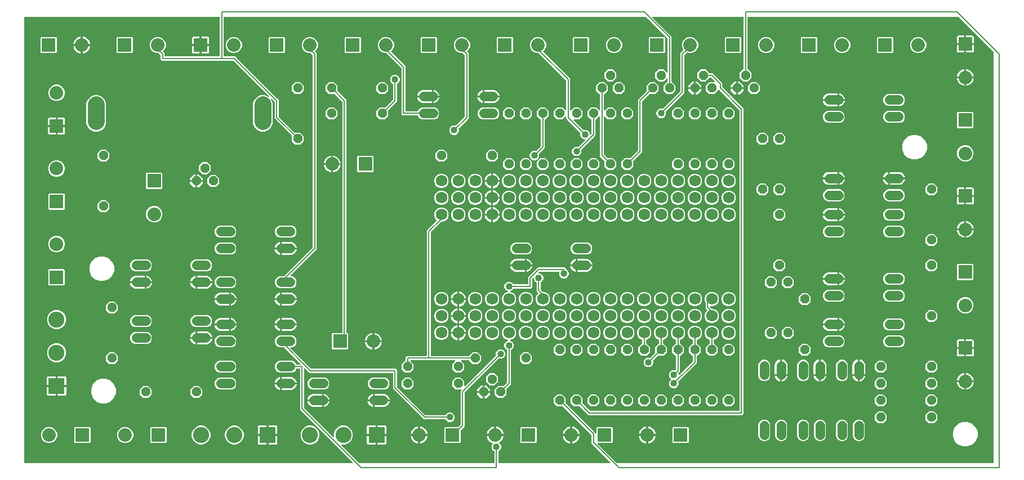
<source format=gbl>
G04 EAGLE Gerber RS-274X export*
G75*
%MOMM*%
%FSLAX34Y34*%
%LPD*%
%INBottom Copper*%
%IPPOS*%
%AMOC8*
5,1,8,0,0,1.08239X$1,22.5*%
G01*
%ADD10P,1.539592X8X22.500000*%
%ADD11C,1.752600*%
%ADD12C,1.422400*%
%ADD13P,1.539592X8X112.500000*%
%ADD14P,1.539592X8X292.500000*%
%ADD15P,1.539592X8X202.500000*%
%ADD16R,2.032000X2.032000*%
%ADD17C,2.032000*%
%ADD18R,2.413000X2.413000*%
%ADD19C,2.413000*%
%ADD20C,2.540000*%
%ADD21C,0.203200*%
%ADD22C,1.016000*%

G36*
X726460Y19562D02*
X726460Y19562D01*
X726479Y19560D01*
X726581Y19582D01*
X726683Y19598D01*
X726700Y19608D01*
X726720Y19612D01*
X726809Y19665D01*
X726900Y19714D01*
X726914Y19728D01*
X726931Y19738D01*
X726998Y19817D01*
X727070Y19892D01*
X727078Y19910D01*
X727091Y19925D01*
X727130Y20021D01*
X727173Y20115D01*
X727175Y20135D01*
X727183Y20153D01*
X727201Y20320D01*
X727201Y37505D01*
X727182Y37620D01*
X727165Y37736D01*
X727163Y37742D01*
X727162Y37748D01*
X727107Y37850D01*
X727054Y37956D01*
X727049Y37960D01*
X727046Y37966D01*
X726962Y38045D01*
X726878Y38128D01*
X726872Y38131D01*
X726868Y38135D01*
X726851Y38143D01*
X726731Y38209D01*
X726221Y38420D01*
X724220Y40421D01*
X723137Y43035D01*
X723137Y45865D01*
X724220Y48479D01*
X724693Y48952D01*
X724737Y49014D01*
X724789Y49069D01*
X724809Y49113D01*
X724837Y49152D01*
X724859Y49224D01*
X724890Y49293D01*
X724895Y49341D01*
X724909Y49387D01*
X724907Y49462D01*
X724915Y49538D01*
X724904Y49585D01*
X724903Y49633D01*
X724877Y49704D01*
X724860Y49777D01*
X724835Y49819D01*
X724818Y49864D01*
X724771Y49923D01*
X724732Y49987D01*
X724695Y50018D01*
X724665Y50056D01*
X724601Y50097D01*
X724543Y50145D01*
X724484Y50172D01*
X724458Y50189D01*
X724433Y50195D01*
X724390Y50214D01*
X723635Y50460D01*
X721853Y51367D01*
X720236Y52543D01*
X718823Y53956D01*
X717647Y55573D01*
X716740Y57355D01*
X716122Y59256D01*
X715892Y60707D01*
X727748Y60707D01*
X727768Y60710D01*
X727787Y60708D01*
X727889Y60730D01*
X727991Y60747D01*
X728008Y60756D01*
X728028Y60760D01*
X728117Y60813D01*
X728208Y60862D01*
X728222Y60876D01*
X728239Y60886D01*
X728306Y60965D01*
X728377Y61040D01*
X728386Y61058D01*
X728399Y61073D01*
X728437Y61169D01*
X728481Y61263D01*
X728483Y61283D01*
X728491Y61301D01*
X728509Y61468D01*
X728509Y62231D01*
X728511Y62231D01*
X728511Y61468D01*
X728514Y61448D01*
X728512Y61429D01*
X728534Y61327D01*
X728551Y61225D01*
X728560Y61208D01*
X728564Y61188D01*
X728617Y61099D01*
X728666Y61008D01*
X728680Y60994D01*
X728690Y60977D01*
X728769Y60910D01*
X728844Y60839D01*
X728862Y60830D01*
X728877Y60817D01*
X728973Y60778D01*
X729067Y60735D01*
X729087Y60733D01*
X729105Y60725D01*
X729272Y60707D01*
X741128Y60707D01*
X740898Y59256D01*
X740280Y57355D01*
X739373Y55573D01*
X738197Y53956D01*
X736784Y52543D01*
X735167Y51367D01*
X734924Y51244D01*
X734911Y51234D01*
X734896Y51229D01*
X734813Y51162D01*
X734726Y51098D01*
X734717Y51085D01*
X734704Y51075D01*
X734646Y50985D01*
X734585Y50897D01*
X734580Y50882D01*
X734571Y50868D01*
X734545Y50764D01*
X734515Y50661D01*
X734515Y50645D01*
X734511Y50630D01*
X734520Y50523D01*
X734524Y50415D01*
X734529Y50400D01*
X734530Y50385D01*
X734572Y50286D01*
X734610Y50185D01*
X734621Y50173D01*
X734627Y50158D01*
X734732Y50027D01*
X736280Y48479D01*
X737363Y45865D01*
X737363Y43035D01*
X736280Y40421D01*
X734279Y38420D01*
X733769Y38209D01*
X733669Y38147D01*
X733569Y38087D01*
X733565Y38082D01*
X733560Y38079D01*
X733485Y37989D01*
X733409Y37900D01*
X733407Y37894D01*
X733403Y37890D01*
X733361Y37781D01*
X733317Y37672D01*
X733316Y37665D01*
X733315Y37660D01*
X733314Y37642D01*
X733299Y37505D01*
X733299Y20320D01*
X733302Y20300D01*
X733300Y20281D01*
X733322Y20179D01*
X733338Y20077D01*
X733348Y20060D01*
X733352Y20040D01*
X733405Y19951D01*
X733454Y19860D01*
X733468Y19846D01*
X733478Y19829D01*
X733557Y19762D01*
X733632Y19691D01*
X733650Y19682D01*
X733665Y19669D01*
X733761Y19630D01*
X733855Y19587D01*
X733875Y19585D01*
X733893Y19577D01*
X734060Y19559D01*
X901392Y19559D01*
X901463Y19570D01*
X901534Y19572D01*
X901583Y19590D01*
X901635Y19599D01*
X901698Y19632D01*
X901765Y19657D01*
X901806Y19689D01*
X901852Y19714D01*
X901901Y19766D01*
X901957Y19810D01*
X901986Y19854D01*
X902021Y19892D01*
X902052Y19957D01*
X902090Y20017D01*
X902103Y20068D01*
X902125Y20115D01*
X902133Y20186D01*
X902150Y20256D01*
X902146Y20308D01*
X902152Y20359D01*
X902137Y20430D01*
X902131Y20501D01*
X902111Y20549D01*
X902100Y20600D01*
X902063Y20661D01*
X902035Y20727D01*
X901990Y20783D01*
X901974Y20811D01*
X901956Y20826D01*
X901930Y20858D01*
X873251Y49537D01*
X873251Y61922D01*
X873237Y62012D01*
X873229Y62103D01*
X873217Y62133D01*
X873212Y62165D01*
X873169Y62245D01*
X873133Y62329D01*
X873107Y62361D01*
X873096Y62382D01*
X873073Y62404D01*
X873028Y62460D01*
X830349Y105140D01*
X830333Y105151D01*
X830320Y105167D01*
X830233Y105223D01*
X830149Y105283D01*
X830130Y105289D01*
X830113Y105300D01*
X830013Y105325D01*
X829914Y105356D01*
X829894Y105355D01*
X829875Y105360D01*
X829772Y105352D01*
X829668Y105349D01*
X829649Y105342D01*
X829629Y105341D01*
X829535Y105300D01*
X829437Y105265D01*
X829421Y105252D01*
X829403Y105244D01*
X829292Y105155D01*
X821712Y105155D01*
X816355Y110512D01*
X816355Y118088D01*
X821712Y123445D01*
X829288Y123445D01*
X834645Y118088D01*
X834645Y110508D01*
X834633Y110499D01*
X834577Y110412D01*
X834517Y110328D01*
X834511Y110309D01*
X834500Y110292D01*
X834475Y110192D01*
X834444Y110093D01*
X834445Y110073D01*
X834440Y110054D01*
X834448Y109951D01*
X834451Y109847D01*
X834458Y109828D01*
X834459Y109809D01*
X834500Y109713D01*
X834535Y109616D01*
X834548Y109601D01*
X834556Y109582D01*
X834660Y109451D01*
X877340Y66772D01*
X879318Y64794D01*
X879376Y64752D01*
X879428Y64703D01*
X879475Y64681D01*
X879517Y64650D01*
X879586Y64629D01*
X879651Y64599D01*
X879703Y64593D01*
X879753Y64578D01*
X879824Y64580D01*
X879895Y64572D01*
X879946Y64583D01*
X879998Y64584D01*
X880066Y64609D01*
X880136Y64624D01*
X880181Y64651D01*
X880229Y64669D01*
X880285Y64714D01*
X880347Y64750D01*
X880381Y64790D01*
X880421Y64822D01*
X880460Y64883D01*
X880507Y64937D01*
X880526Y64986D01*
X880554Y65029D01*
X880572Y65099D01*
X880599Y65165D01*
X880607Y65237D01*
X880615Y65268D01*
X880613Y65291D01*
X880617Y65332D01*
X880617Y73232D01*
X881808Y74423D01*
X903812Y74423D01*
X905003Y73232D01*
X905003Y51228D01*
X903812Y50037D01*
X883212Y50037D01*
X883141Y50026D01*
X883070Y50024D01*
X883021Y50006D01*
X882969Y49998D01*
X882906Y49964D01*
X882839Y49939D01*
X882798Y49907D01*
X882752Y49882D01*
X882703Y49830D01*
X882647Y49786D01*
X882618Y49742D01*
X882583Y49704D01*
X882552Y49639D01*
X882514Y49579D01*
X882501Y49528D01*
X882479Y49481D01*
X882471Y49410D01*
X882454Y49340D01*
X882458Y49288D01*
X882452Y49237D01*
X882467Y49166D01*
X882473Y49095D01*
X882493Y49047D01*
X882504Y48996D01*
X882541Y48935D01*
X882569Y48869D01*
X882614Y48813D01*
X882630Y48785D01*
X882648Y48770D01*
X882674Y48738D01*
X911630Y19782D01*
X911704Y19729D01*
X911773Y19669D01*
X911803Y19657D01*
X911830Y19638D01*
X911917Y19611D01*
X912001Y19577D01*
X912042Y19573D01*
X912065Y19566D01*
X912097Y19567D01*
X912168Y19559D01*
X1477010Y19559D01*
X1477030Y19562D01*
X1477049Y19560D01*
X1477151Y19582D01*
X1477253Y19599D01*
X1477270Y19608D01*
X1477290Y19612D01*
X1477379Y19665D01*
X1477470Y19714D01*
X1477484Y19728D01*
X1477501Y19738D01*
X1477568Y19817D01*
X1477640Y19892D01*
X1477648Y19910D01*
X1477661Y19925D01*
X1477700Y20021D01*
X1477743Y20115D01*
X1477745Y20135D01*
X1477753Y20153D01*
X1477771Y20320D01*
X1477771Y638502D01*
X1477757Y638592D01*
X1477749Y638683D01*
X1477737Y638713D01*
X1477732Y638745D01*
X1477689Y638825D01*
X1477653Y638909D01*
X1477627Y638941D01*
X1477616Y638962D01*
X1477593Y638984D01*
X1477548Y639040D01*
X1425170Y691418D01*
X1425096Y691471D01*
X1425027Y691531D01*
X1424997Y691543D01*
X1424970Y691562D01*
X1424883Y691589D01*
X1424799Y691623D01*
X1424758Y691627D01*
X1424735Y691634D01*
X1424703Y691633D01*
X1424632Y691641D01*
X1108710Y691641D01*
X1108690Y691638D01*
X1108671Y691640D01*
X1108569Y691618D01*
X1108467Y691602D01*
X1108450Y691592D01*
X1108430Y691588D01*
X1108341Y691535D01*
X1108250Y691486D01*
X1108236Y691472D01*
X1108219Y691462D01*
X1108152Y691383D01*
X1108080Y691308D01*
X1108072Y691290D01*
X1108059Y691275D01*
X1108020Y691179D01*
X1107977Y691085D01*
X1107975Y691065D01*
X1107967Y691047D01*
X1107949Y690880D01*
X1107949Y613156D01*
X1107952Y613136D01*
X1107950Y613117D01*
X1107972Y613015D01*
X1107988Y612913D01*
X1107998Y612896D01*
X1108002Y612876D01*
X1108055Y612787D01*
X1108104Y612696D01*
X1108118Y612682D01*
X1108128Y612665D01*
X1108207Y612598D01*
X1108282Y612526D01*
X1108300Y612518D01*
X1108315Y612505D01*
X1108411Y612466D01*
X1108505Y612423D01*
X1108525Y612421D01*
X1108543Y612413D01*
X1108685Y612397D01*
X1114045Y607038D01*
X1114045Y599462D01*
X1108688Y594105D01*
X1101112Y594105D01*
X1095755Y599462D01*
X1095755Y607038D01*
X1101115Y612397D01*
X1101129Y612396D01*
X1101231Y612418D01*
X1101333Y612434D01*
X1101350Y612444D01*
X1101370Y612448D01*
X1101459Y612501D01*
X1101550Y612550D01*
X1101564Y612564D01*
X1101581Y612574D01*
X1101648Y612653D01*
X1101720Y612728D01*
X1101728Y612746D01*
X1101741Y612761D01*
X1101780Y612857D01*
X1101823Y612951D01*
X1101825Y612971D01*
X1101833Y612989D01*
X1101851Y613156D01*
X1101851Y690880D01*
X1101848Y690900D01*
X1101850Y690919D01*
X1101828Y691021D01*
X1101812Y691123D01*
X1101802Y691140D01*
X1101798Y691160D01*
X1101745Y691249D01*
X1101696Y691340D01*
X1101682Y691354D01*
X1101672Y691371D01*
X1101593Y691438D01*
X1101518Y691510D01*
X1101500Y691518D01*
X1101485Y691531D01*
X1101389Y691570D01*
X1101295Y691613D01*
X1101275Y691615D01*
X1101257Y691623D01*
X1101090Y691641D01*
X965508Y691641D01*
X965437Y691630D01*
X965366Y691628D01*
X965317Y691610D01*
X965265Y691602D01*
X965202Y691568D01*
X965135Y691543D01*
X965094Y691511D01*
X965048Y691486D01*
X964999Y691435D01*
X964943Y691390D01*
X964914Y691346D01*
X964879Y691308D01*
X964848Y691243D01*
X964810Y691183D01*
X964797Y691132D01*
X964775Y691085D01*
X964767Y691014D01*
X964750Y690944D01*
X964754Y690892D01*
X964748Y690841D01*
X964763Y690770D01*
X964769Y690699D01*
X964789Y690651D01*
X964800Y690600D01*
X964837Y690539D01*
X964865Y690473D01*
X964910Y690417D01*
X964926Y690389D01*
X964944Y690374D01*
X964970Y690342D01*
X993649Y661663D01*
X993649Y594106D01*
X993652Y594086D01*
X993650Y594067D01*
X993672Y593965D01*
X993688Y593863D01*
X993698Y593846D01*
X993702Y593826D01*
X993755Y593737D01*
X993804Y593646D01*
X993818Y593632D01*
X993828Y593615D01*
X993907Y593548D01*
X993982Y593476D01*
X994000Y593468D01*
X994015Y593455D01*
X994111Y593416D01*
X994205Y593373D01*
X994225Y593371D01*
X994243Y593363D01*
X994385Y593347D01*
X999745Y587988D01*
X999745Y580412D01*
X994388Y575055D01*
X986812Y575055D01*
X981455Y580412D01*
X981455Y587988D01*
X986815Y593347D01*
X986829Y593346D01*
X986931Y593368D01*
X987033Y593384D01*
X987050Y593394D01*
X987070Y593398D01*
X987159Y593451D01*
X987250Y593500D01*
X987264Y593514D01*
X987281Y593524D01*
X987348Y593603D01*
X987420Y593678D01*
X987428Y593696D01*
X987441Y593711D01*
X987480Y593807D01*
X987523Y593901D01*
X987525Y593921D01*
X987533Y593939D01*
X987551Y594106D01*
X987551Y598131D01*
X987550Y598142D01*
X987550Y598148D01*
X987543Y598182D01*
X987540Y598202D01*
X987538Y598273D01*
X987520Y598322D01*
X987512Y598374D01*
X987478Y598437D01*
X987453Y598504D01*
X987421Y598545D01*
X987396Y598591D01*
X987344Y598640D01*
X987300Y598696D01*
X987256Y598725D01*
X987218Y598760D01*
X987153Y598791D01*
X987093Y598829D01*
X987042Y598842D01*
X986995Y598864D01*
X986924Y598872D01*
X986854Y598889D01*
X986802Y598885D01*
X986751Y598891D01*
X986680Y598876D01*
X986609Y598870D01*
X986561Y598850D01*
X986510Y598839D01*
X986449Y598802D01*
X986383Y598774D01*
X986327Y598729D01*
X986299Y598713D01*
X986284Y598695D01*
X986252Y598669D01*
X981688Y594105D01*
X974112Y594105D01*
X968755Y599462D01*
X968755Y607038D01*
X974112Y612395D01*
X981688Y612395D01*
X986252Y607831D01*
X986310Y607789D01*
X986362Y607740D01*
X986409Y607718D01*
X986451Y607687D01*
X986520Y607666D01*
X986585Y607636D01*
X986637Y607630D01*
X986687Y607615D01*
X986758Y607617D01*
X986829Y607609D01*
X986880Y607620D01*
X986932Y607621D01*
X987000Y607646D01*
X987070Y607661D01*
X987115Y607688D01*
X987163Y607706D01*
X987219Y607751D01*
X987281Y607787D01*
X987315Y607827D01*
X987355Y607859D01*
X987394Y607920D01*
X987441Y607974D01*
X987460Y608023D01*
X987488Y608066D01*
X987506Y608136D01*
X987533Y608202D01*
X987541Y608274D01*
X987549Y608305D01*
X987547Y608328D01*
X987551Y608369D01*
X987551Y658822D01*
X987537Y658912D01*
X987529Y659003D01*
X987517Y659033D01*
X987512Y659065D01*
X987469Y659145D01*
X987433Y659229D01*
X987407Y659261D01*
X987396Y659282D01*
X987373Y659304D01*
X987328Y659360D01*
X955270Y691418D01*
X955196Y691471D01*
X955127Y691531D01*
X955097Y691543D01*
X955070Y691562D01*
X954983Y691589D01*
X954899Y691623D01*
X954858Y691627D01*
X954835Y691634D01*
X954803Y691633D01*
X954732Y691641D01*
X321310Y691641D01*
X321290Y691638D01*
X321271Y691640D01*
X321169Y691618D01*
X321067Y691602D01*
X321050Y691592D01*
X321030Y691588D01*
X320941Y691535D01*
X320850Y691486D01*
X320836Y691472D01*
X320819Y691462D01*
X320752Y691383D01*
X320680Y691308D01*
X320672Y691290D01*
X320659Y691275D01*
X320620Y691179D01*
X320577Y691085D01*
X320575Y691065D01*
X320567Y691047D01*
X320549Y690880D01*
X320549Y632460D01*
X320552Y632440D01*
X320550Y632421D01*
X320572Y632319D01*
X320588Y632217D01*
X320598Y632200D01*
X320602Y632180D01*
X320655Y632091D01*
X320704Y632000D01*
X320718Y631986D01*
X320728Y631969D01*
X320807Y631902D01*
X320882Y631830D01*
X320900Y631822D01*
X320915Y631809D01*
X321011Y631770D01*
X321105Y631727D01*
X321125Y631725D01*
X321143Y631717D01*
X321310Y631699D01*
X337813Y631699D01*
X339822Y629690D01*
X401090Y568422D01*
X403099Y566413D01*
X403099Y541328D01*
X403113Y541238D01*
X403121Y541147D01*
X403133Y541117D01*
X403138Y541085D01*
X403181Y541005D01*
X403217Y540921D01*
X403243Y540889D01*
X403254Y540868D01*
X403277Y540846D01*
X403322Y540790D01*
X426951Y517160D01*
X426967Y517149D01*
X426980Y517133D01*
X427067Y517077D01*
X427151Y517017D01*
X427170Y517011D01*
X427187Y517000D01*
X427287Y516975D01*
X427386Y516944D01*
X427406Y516945D01*
X427425Y516940D01*
X427528Y516948D01*
X427632Y516951D01*
X427651Y516958D01*
X427671Y516959D01*
X427765Y517000D01*
X427863Y517035D01*
X427879Y517048D01*
X427897Y517056D01*
X428008Y517145D01*
X435588Y517145D01*
X440945Y511788D01*
X440945Y504212D01*
X435588Y498855D01*
X428012Y498855D01*
X422655Y504212D01*
X422655Y511792D01*
X422667Y511801D01*
X422723Y511888D01*
X422783Y511972D01*
X422789Y511991D01*
X422800Y512008D01*
X422825Y512108D01*
X422856Y512207D01*
X422855Y512227D01*
X422860Y512246D01*
X422852Y512349D01*
X422849Y512453D01*
X422842Y512472D01*
X422841Y512491D01*
X422800Y512587D01*
X422765Y512684D01*
X422752Y512699D01*
X422744Y512718D01*
X422640Y512849D01*
X397001Y538487D01*
X397001Y563572D01*
X396987Y563662D01*
X396979Y563753D01*
X396967Y563783D01*
X396962Y563815D01*
X396919Y563895D01*
X396883Y563979D01*
X396857Y564011D01*
X396846Y564032D01*
X396823Y564054D01*
X396778Y564110D01*
X392982Y567907D01*
X392903Y567964D01*
X392828Y568026D01*
X392803Y568035D01*
X392782Y568050D01*
X392689Y568079D01*
X392598Y568114D01*
X392572Y568115D01*
X392547Y568123D01*
X392449Y568120D01*
X392352Y568124D01*
X392327Y568117D01*
X392301Y568116D01*
X392209Y568083D01*
X392116Y568056D01*
X392095Y568041D01*
X392070Y568032D01*
X391994Y567971D01*
X391914Y567916D01*
X391898Y567895D01*
X391878Y567878D01*
X391825Y567796D01*
X391767Y567718D01*
X391759Y567693D01*
X391745Y567671D01*
X391721Y567577D01*
X391691Y567484D01*
X391691Y567458D01*
X391685Y567433D01*
X391692Y567336D01*
X391693Y567238D01*
X391702Y567207D01*
X391704Y567188D01*
X391717Y567157D01*
X391740Y567077D01*
X393955Y561731D01*
X393955Y530469D01*
X391712Y525055D01*
X387567Y520910D01*
X382153Y518667D01*
X376291Y518667D01*
X370877Y520910D01*
X366732Y525055D01*
X364489Y530469D01*
X364489Y561731D01*
X366732Y567145D01*
X370877Y571290D01*
X376291Y573533D01*
X382153Y573533D01*
X387499Y571318D01*
X387594Y571296D01*
X387687Y571267D01*
X387713Y571268D01*
X387739Y571262D01*
X387835Y571271D01*
X387933Y571274D01*
X387958Y571283D01*
X387984Y571285D01*
X388072Y571324D01*
X388164Y571358D01*
X388184Y571374D01*
X388208Y571385D01*
X388280Y571451D01*
X388356Y571512D01*
X388370Y571534D01*
X388389Y571551D01*
X388436Y571637D01*
X388489Y571719D01*
X388495Y571744D01*
X388508Y571767D01*
X388525Y571863D01*
X388549Y571957D01*
X388547Y571983D01*
X388552Y572009D01*
X388537Y572105D01*
X388530Y572202D01*
X388520Y572226D01*
X388516Y572252D01*
X388472Y572339D01*
X388434Y572429D01*
X388413Y572454D01*
X388404Y572472D01*
X388381Y572495D01*
X388329Y572560D01*
X335510Y625378D01*
X335436Y625431D01*
X335367Y625491D01*
X335337Y625503D01*
X335310Y625522D01*
X335223Y625549D01*
X335139Y625583D01*
X335098Y625587D01*
X335075Y625594D01*
X335043Y625593D01*
X334972Y625601D01*
X227337Y625601D01*
X225551Y627387D01*
X225551Y633422D01*
X225537Y633512D01*
X225529Y633603D01*
X225517Y633633D01*
X225512Y633665D01*
X225469Y633745D01*
X225433Y633829D01*
X225407Y633861D01*
X225396Y633882D01*
X225373Y633904D01*
X225328Y633960D01*
X222734Y636554D01*
X222660Y636607D01*
X222591Y636667D01*
X222561Y636679D01*
X222534Y636698D01*
X222447Y636725D01*
X222363Y636759D01*
X222322Y636763D01*
X222299Y636770D01*
X222267Y636769D01*
X222196Y636777D01*
X219025Y636777D01*
X214543Y638634D01*
X211114Y642063D01*
X209257Y646545D01*
X209257Y651395D01*
X211114Y655877D01*
X214543Y659306D01*
X219025Y661163D01*
X223875Y661163D01*
X228357Y659306D01*
X231786Y655877D01*
X233643Y651395D01*
X233643Y646545D01*
X231786Y642063D01*
X229356Y639632D01*
X229344Y639616D01*
X229328Y639604D01*
X229272Y639516D01*
X229212Y639433D01*
X229206Y639414D01*
X229195Y639397D01*
X229170Y639296D01*
X229140Y639198D01*
X229140Y639178D01*
X229135Y639158D01*
X229143Y639055D01*
X229146Y638952D01*
X229153Y638933D01*
X229155Y638913D01*
X229195Y638818D01*
X229231Y638721D01*
X229243Y638705D01*
X229251Y638687D01*
X229356Y638556D01*
X231649Y636263D01*
X231649Y632460D01*
X231652Y632440D01*
X231650Y632421D01*
X231672Y632319D01*
X231688Y632217D01*
X231698Y632200D01*
X231702Y632180D01*
X231755Y632091D01*
X231804Y632000D01*
X231818Y631986D01*
X231828Y631969D01*
X231907Y631902D01*
X231982Y631830D01*
X232000Y631822D01*
X232015Y631809D01*
X232111Y631770D01*
X232205Y631727D01*
X232225Y631725D01*
X232243Y631717D01*
X232410Y631699D01*
X313690Y631699D01*
X313710Y631702D01*
X313729Y631700D01*
X313831Y631722D01*
X313933Y631738D01*
X313950Y631748D01*
X313970Y631752D01*
X314059Y631805D01*
X314150Y631854D01*
X314164Y631868D01*
X314181Y631878D01*
X314248Y631957D01*
X314320Y632032D01*
X314328Y632050D01*
X314341Y632065D01*
X314380Y632161D01*
X314423Y632255D01*
X314425Y632275D01*
X314433Y632293D01*
X314451Y632460D01*
X314451Y690880D01*
X314448Y690900D01*
X314450Y690919D01*
X314428Y691021D01*
X314412Y691123D01*
X314402Y691140D01*
X314398Y691160D01*
X314345Y691249D01*
X314296Y691340D01*
X314282Y691354D01*
X314272Y691371D01*
X314193Y691438D01*
X314118Y691510D01*
X314100Y691518D01*
X314085Y691531D01*
X313989Y691570D01*
X313895Y691613D01*
X313875Y691615D01*
X313857Y691623D01*
X313690Y691641D01*
X21590Y691641D01*
X21570Y691638D01*
X21551Y691640D01*
X21449Y691618D01*
X21347Y691602D01*
X21330Y691592D01*
X21310Y691588D01*
X21221Y691535D01*
X21130Y691486D01*
X21116Y691472D01*
X21099Y691462D01*
X21032Y691383D01*
X20961Y691308D01*
X20952Y691290D01*
X20939Y691275D01*
X20900Y691179D01*
X20857Y691085D01*
X20855Y691065D01*
X20847Y691047D01*
X20829Y690880D01*
X20829Y20320D01*
X20832Y20300D01*
X20830Y20281D01*
X20852Y20179D01*
X20869Y20077D01*
X20878Y20060D01*
X20882Y20040D01*
X20935Y19951D01*
X20984Y19860D01*
X20998Y19846D01*
X21008Y19829D01*
X21087Y19762D01*
X21162Y19691D01*
X21180Y19682D01*
X21195Y19669D01*
X21291Y19630D01*
X21385Y19587D01*
X21405Y19585D01*
X21423Y19577D01*
X21590Y19559D01*
X514042Y19559D01*
X514113Y19570D01*
X514184Y19572D01*
X514233Y19590D01*
X514285Y19599D01*
X514348Y19632D01*
X514415Y19657D01*
X514456Y19689D01*
X514502Y19714D01*
X514551Y19766D01*
X514607Y19810D01*
X514636Y19854D01*
X514671Y19892D01*
X514702Y19957D01*
X514740Y20017D01*
X514753Y20068D01*
X514775Y20115D01*
X514783Y20186D01*
X514800Y20256D01*
X514796Y20308D01*
X514802Y20359D01*
X514787Y20430D01*
X514781Y20501D01*
X514761Y20549D01*
X514750Y20600D01*
X514713Y20661D01*
X514685Y20727D01*
X514640Y20783D01*
X514624Y20811D01*
X514606Y20826D01*
X514580Y20858D01*
X435101Y100337D01*
X435101Y161290D01*
X435098Y161310D01*
X435100Y161329D01*
X435078Y161431D01*
X435062Y161533D01*
X435052Y161550D01*
X435048Y161570D01*
X434995Y161659D01*
X434946Y161750D01*
X434932Y161764D01*
X434922Y161781D01*
X434843Y161848D01*
X434768Y161920D01*
X434750Y161928D01*
X434735Y161941D01*
X434639Y161980D01*
X434545Y162023D01*
X434525Y162025D01*
X434507Y162033D01*
X434340Y162051D01*
X429768Y162051D01*
X429653Y162032D01*
X429537Y162015D01*
X429531Y162013D01*
X429525Y162012D01*
X429423Y161957D01*
X429318Y161904D01*
X429313Y161899D01*
X429308Y161896D01*
X429228Y161812D01*
X429146Y161728D01*
X429142Y161722D01*
X429139Y161718D01*
X429131Y161701D01*
X429065Y161581D01*
X428377Y159920D01*
X425804Y157347D01*
X422443Y155955D01*
X404581Y155955D01*
X401220Y157347D01*
X398647Y159920D01*
X397255Y163281D01*
X397255Y166919D01*
X398647Y170280D01*
X401220Y172853D01*
X404581Y174245D01*
X422443Y174245D01*
X425804Y172853D01*
X428377Y170280D01*
X429065Y168619D01*
X429126Y168519D01*
X429186Y168419D01*
X429191Y168415D01*
X429194Y168410D01*
X429284Y168335D01*
X429373Y168259D01*
X429379Y168257D01*
X429384Y168253D01*
X429492Y168211D01*
X429601Y168167D01*
X429609Y168166D01*
X429613Y168165D01*
X429632Y168164D01*
X429768Y168149D01*
X435302Y168149D01*
X435373Y168160D01*
X435444Y168162D01*
X435493Y168180D01*
X435545Y168188D01*
X435608Y168222D01*
X435675Y168247D01*
X435716Y168279D01*
X435762Y168304D01*
X435811Y168355D01*
X435867Y168400D01*
X435896Y168444D01*
X435931Y168482D01*
X435962Y168547D01*
X436000Y168607D01*
X436013Y168658D01*
X436035Y168705D01*
X436043Y168776D01*
X436060Y168846D01*
X436056Y168898D01*
X436062Y168949D01*
X436047Y169020D01*
X436041Y169091D01*
X436021Y169139D01*
X436010Y169190D01*
X435973Y169251D01*
X435945Y169317D01*
X435900Y169373D01*
X435884Y169401D01*
X435866Y169416D01*
X435840Y169448D01*
X411456Y193832D01*
X411382Y193885D01*
X411313Y193945D01*
X411283Y193957D01*
X411256Y193976D01*
X411169Y194003D01*
X411085Y194037D01*
X411044Y194041D01*
X411021Y194048D01*
X410989Y194047D01*
X410918Y194055D01*
X404581Y194055D01*
X401220Y195447D01*
X398647Y198020D01*
X397255Y201381D01*
X397255Y205019D01*
X398647Y208380D01*
X401220Y210953D01*
X404581Y212345D01*
X422443Y212345D01*
X425804Y210953D01*
X428377Y208380D01*
X429769Y205019D01*
X429769Y201381D01*
X428377Y198020D01*
X425804Y195447D01*
X422443Y194055D01*
X421694Y194055D01*
X421623Y194044D01*
X421552Y194042D01*
X421503Y194024D01*
X421451Y194016D01*
X421388Y193982D01*
X421321Y193957D01*
X421280Y193925D01*
X421234Y193900D01*
X421185Y193848D01*
X421129Y193804D01*
X421100Y193760D01*
X421065Y193722D01*
X421034Y193657D01*
X420996Y193597D01*
X420983Y193546D01*
X420961Y193499D01*
X420953Y193428D01*
X420936Y193358D01*
X420940Y193306D01*
X420934Y193255D01*
X420949Y193184D01*
X420955Y193113D01*
X420975Y193065D01*
X420986Y193014D01*
X421023Y192953D01*
X421051Y192887D01*
X421096Y192831D01*
X421112Y192803D01*
X421130Y192788D01*
X421156Y192756D01*
X451890Y162022D01*
X451964Y161969D01*
X452033Y161909D01*
X452063Y161897D01*
X452090Y161878D01*
X452177Y161851D01*
X452261Y161817D01*
X452302Y161813D01*
X452325Y161806D01*
X452357Y161807D01*
X452428Y161799D01*
X579113Y161799D01*
X580899Y160013D01*
X580899Y134928D01*
X580913Y134838D01*
X580921Y134747D01*
X580933Y134717D01*
X580938Y134685D01*
X580981Y134605D01*
X581017Y134521D01*
X581043Y134489D01*
X581054Y134468D01*
X581077Y134446D01*
X581122Y134390D01*
X623340Y92172D01*
X623414Y92119D01*
X623483Y92059D01*
X623513Y92047D01*
X623540Y92028D01*
X623627Y92001D01*
X623711Y91967D01*
X623752Y91963D01*
X623775Y91956D01*
X623807Y91957D01*
X623878Y91949D01*
X653455Y91949D01*
X653570Y91968D01*
X653686Y91985D01*
X653692Y91987D01*
X653698Y91988D01*
X653800Y92043D01*
X653906Y92096D01*
X653910Y92101D01*
X653916Y92104D01*
X653995Y92188D01*
X654078Y92272D01*
X654081Y92278D01*
X654085Y92282D01*
X654093Y92299D01*
X654159Y92419D01*
X654370Y92929D01*
X656371Y94930D01*
X658985Y96013D01*
X661815Y96013D01*
X664429Y94930D01*
X666430Y92929D01*
X667513Y90315D01*
X667513Y87485D01*
X666430Y84871D01*
X664429Y82870D01*
X661815Y81787D01*
X658985Y81787D01*
X656371Y82870D01*
X654370Y84871D01*
X654159Y85381D01*
X654097Y85481D01*
X654037Y85581D01*
X654032Y85585D01*
X654029Y85590D01*
X653939Y85665D01*
X653850Y85741D01*
X653844Y85743D01*
X653840Y85747D01*
X653731Y85789D01*
X653622Y85833D01*
X653615Y85834D01*
X653610Y85835D01*
X653592Y85836D01*
X653455Y85851D01*
X621037Y85851D01*
X574801Y132087D01*
X574801Y154940D01*
X574798Y154960D01*
X574800Y154979D01*
X574778Y155081D01*
X574762Y155183D01*
X574752Y155200D01*
X574748Y155220D01*
X574695Y155309D01*
X574646Y155400D01*
X574632Y155414D01*
X574622Y155431D01*
X574543Y155498D01*
X574468Y155570D01*
X574450Y155578D01*
X574435Y155591D01*
X574339Y155630D01*
X574245Y155673D01*
X574225Y155675D01*
X574207Y155683D01*
X574040Y155701D01*
X449587Y155701D01*
X447578Y157710D01*
X442498Y162790D01*
X442440Y162832D01*
X442388Y162881D01*
X442341Y162903D01*
X442299Y162934D01*
X442230Y162955D01*
X442165Y162985D01*
X442113Y162991D01*
X442063Y163006D01*
X441992Y163004D01*
X441921Y163012D01*
X441870Y163001D01*
X441818Y163000D01*
X441750Y162975D01*
X441680Y162960D01*
X441635Y162933D01*
X441587Y162915D01*
X441531Y162870D01*
X441469Y162834D01*
X441435Y162794D01*
X441395Y162762D01*
X441356Y162701D01*
X441309Y162647D01*
X441290Y162598D01*
X441262Y162555D01*
X441244Y162485D01*
X441217Y162419D01*
X441209Y162347D01*
X441201Y162316D01*
X441203Y162293D01*
X441199Y162252D01*
X441199Y103178D01*
X441213Y103088D01*
X441221Y102997D01*
X441233Y102967D01*
X441238Y102935D01*
X441281Y102855D01*
X441317Y102771D01*
X441343Y102739D01*
X441354Y102718D01*
X441377Y102696D01*
X441422Y102640D01*
X484843Y59219D01*
X484901Y59177D01*
X484953Y59128D01*
X485000Y59106D01*
X485042Y59075D01*
X485111Y59054D01*
X485176Y59024D01*
X485228Y59018D01*
X485278Y59003D01*
X485349Y59005D01*
X485420Y58997D01*
X485471Y59008D01*
X485523Y59009D01*
X485591Y59034D01*
X485661Y59049D01*
X485706Y59076D01*
X485754Y59094D01*
X485810Y59139D01*
X485872Y59175D01*
X485906Y59215D01*
X485946Y59247D01*
X485985Y59308D01*
X486032Y59362D01*
X486051Y59411D01*
X486079Y59454D01*
X486097Y59524D01*
X486124Y59590D01*
X486132Y59662D01*
X486140Y59693D01*
X486138Y59716D01*
X486142Y59757D01*
X486142Y65034D01*
X488289Y70216D01*
X492254Y74181D01*
X497436Y76328D01*
X503044Y76328D01*
X508226Y74181D01*
X512191Y70216D01*
X514338Y65034D01*
X514338Y59426D01*
X512191Y54244D01*
X508226Y50279D01*
X503044Y48132D01*
X497767Y48132D01*
X497696Y48121D01*
X497625Y48119D01*
X497576Y48101D01*
X497524Y48093D01*
X497461Y48059D01*
X497394Y48034D01*
X497353Y48002D01*
X497307Y47977D01*
X497258Y47925D01*
X497202Y47881D01*
X497173Y47837D01*
X497138Y47799D01*
X497107Y47734D01*
X497069Y47674D01*
X497056Y47623D01*
X497034Y47576D01*
X497026Y47505D01*
X497009Y47435D01*
X497013Y47383D01*
X497007Y47332D01*
X497022Y47261D01*
X497028Y47190D01*
X497048Y47142D01*
X497059Y47091D01*
X497096Y47030D01*
X497124Y46964D01*
X497169Y46908D01*
X497185Y46880D01*
X497203Y46865D01*
X497229Y46833D01*
X524280Y19782D01*
X524354Y19729D01*
X524423Y19669D01*
X524453Y19657D01*
X524480Y19638D01*
X524567Y19611D01*
X524651Y19577D01*
X524692Y19573D01*
X524715Y19566D01*
X524747Y19567D01*
X524818Y19559D01*
X726440Y19559D01*
X726460Y19562D01*
G37*
%LPC*%
G36*
X868687Y92201D02*
X868687Y92201D01*
X855749Y105140D01*
X855733Y105151D01*
X855720Y105167D01*
X855633Y105223D01*
X855549Y105283D01*
X855530Y105289D01*
X855513Y105300D01*
X855413Y105325D01*
X855314Y105356D01*
X855294Y105355D01*
X855275Y105360D01*
X855172Y105352D01*
X855068Y105349D01*
X855049Y105342D01*
X855029Y105341D01*
X854935Y105300D01*
X854837Y105265D01*
X854821Y105252D01*
X854803Y105244D01*
X854692Y105155D01*
X847112Y105155D01*
X841755Y110512D01*
X841755Y118088D01*
X847112Y123445D01*
X854688Y123445D01*
X860045Y118088D01*
X860045Y110508D01*
X860033Y110499D01*
X859977Y110412D01*
X859917Y110328D01*
X859911Y110309D01*
X859900Y110292D01*
X859875Y110192D01*
X859844Y110093D01*
X859845Y110073D01*
X859840Y110054D01*
X859848Y109951D01*
X859851Y109847D01*
X859858Y109828D01*
X859859Y109809D01*
X859900Y109713D01*
X859935Y109616D01*
X859948Y109601D01*
X859956Y109582D01*
X860060Y109451D01*
X870990Y98522D01*
X871064Y98469D01*
X871133Y98409D01*
X871163Y98397D01*
X871190Y98378D01*
X871277Y98351D01*
X871361Y98317D01*
X871402Y98313D01*
X871425Y98306D01*
X871457Y98307D01*
X871528Y98299D01*
X1094740Y98299D01*
X1094760Y98302D01*
X1094779Y98300D01*
X1094881Y98322D01*
X1094983Y98338D01*
X1095000Y98348D01*
X1095020Y98352D01*
X1095109Y98405D01*
X1095200Y98454D01*
X1095214Y98468D01*
X1095231Y98478D01*
X1095298Y98557D01*
X1095370Y98632D01*
X1095378Y98650D01*
X1095391Y98665D01*
X1095430Y98761D01*
X1095473Y98855D01*
X1095475Y98875D01*
X1095483Y98893D01*
X1095501Y99060D01*
X1095501Y550872D01*
X1095487Y550962D01*
X1095479Y551053D01*
X1095467Y551083D01*
X1095462Y551115D01*
X1095419Y551195D01*
X1095383Y551279D01*
X1095357Y551311D01*
X1095346Y551332D01*
X1095323Y551354D01*
X1095278Y551410D01*
X1065760Y580928D01*
X1064544Y582144D01*
X1064486Y582186D01*
X1064434Y582235D01*
X1064387Y582257D01*
X1064345Y582288D01*
X1064276Y582309D01*
X1064211Y582339D01*
X1064159Y582345D01*
X1064109Y582360D01*
X1064038Y582358D01*
X1063967Y582366D01*
X1063916Y582355D01*
X1063864Y582354D01*
X1063796Y582329D01*
X1063726Y582314D01*
X1063681Y582287D01*
X1063633Y582269D01*
X1063577Y582224D01*
X1063515Y582188D01*
X1063481Y582148D01*
X1063441Y582116D01*
X1063402Y582055D01*
X1063355Y582001D01*
X1063336Y581952D01*
X1063308Y581909D01*
X1063290Y581839D01*
X1063263Y581773D01*
X1063255Y581701D01*
X1063247Y581670D01*
X1063249Y581647D01*
X1063245Y581606D01*
X1063245Y580412D01*
X1057888Y575055D01*
X1050312Y575055D01*
X1044955Y580412D01*
X1044955Y587988D01*
X1050312Y593345D01*
X1057856Y593345D01*
X1057927Y593356D01*
X1057998Y593358D01*
X1058047Y593376D01*
X1058099Y593384D01*
X1058162Y593418D01*
X1058229Y593443D01*
X1058270Y593475D01*
X1058316Y593500D01*
X1058365Y593552D01*
X1058421Y593596D01*
X1058450Y593640D01*
X1058485Y593678D01*
X1058516Y593743D01*
X1058554Y593803D01*
X1058567Y593854D01*
X1058589Y593901D01*
X1058597Y593972D01*
X1058614Y594042D01*
X1058610Y594094D01*
X1058616Y594145D01*
X1058601Y594216D01*
X1058595Y594287D01*
X1058575Y594335D01*
X1058564Y594386D01*
X1058527Y594447D01*
X1058499Y594513D01*
X1058454Y594569D01*
X1058438Y594597D01*
X1058420Y594612D01*
X1058394Y594644D01*
X1053060Y599978D01*
X1052986Y600031D01*
X1052917Y600091D01*
X1052887Y600103D01*
X1052860Y600122D01*
X1052773Y600149D01*
X1052689Y600183D01*
X1052648Y600187D01*
X1052625Y600194D01*
X1052593Y600193D01*
X1052522Y600201D01*
X1051306Y600201D01*
X1051286Y600198D01*
X1051267Y600200D01*
X1051165Y600178D01*
X1051063Y600162D01*
X1051046Y600152D01*
X1051026Y600148D01*
X1050937Y600095D01*
X1050846Y600046D01*
X1050832Y600032D01*
X1050815Y600022D01*
X1050748Y599943D01*
X1050676Y599868D01*
X1050668Y599850D01*
X1050655Y599835D01*
X1050616Y599739D01*
X1050573Y599645D01*
X1050571Y599625D01*
X1050563Y599607D01*
X1050547Y599465D01*
X1045188Y594105D01*
X1037612Y594105D01*
X1032255Y599462D01*
X1032255Y607038D01*
X1037612Y612395D01*
X1045188Y612395D01*
X1050547Y607035D01*
X1050546Y607021D01*
X1050568Y606919D01*
X1050584Y606817D01*
X1050594Y606800D01*
X1050598Y606780D01*
X1050651Y606691D01*
X1050700Y606600D01*
X1050714Y606586D01*
X1050724Y606569D01*
X1050803Y606502D01*
X1050878Y606430D01*
X1050896Y606422D01*
X1050911Y606409D01*
X1051007Y606370D01*
X1051101Y606327D01*
X1051121Y606325D01*
X1051139Y606317D01*
X1051306Y606299D01*
X1055363Y606299D01*
X1069849Y591813D01*
X1069849Y585778D01*
X1069863Y585688D01*
X1069871Y585597D01*
X1069883Y585567D01*
X1069888Y585535D01*
X1069931Y585455D01*
X1069967Y585371D01*
X1069993Y585339D01*
X1070004Y585318D01*
X1070027Y585296D01*
X1070072Y585240D01*
X1101599Y553713D01*
X1101599Y93987D01*
X1099813Y92201D01*
X868687Y92201D01*
G37*
%LPD*%
%LPC*%
G36*
X897912Y460755D02*
X897912Y460755D01*
X892555Y466112D01*
X892555Y473692D01*
X892567Y473701D01*
X892623Y473788D01*
X892683Y473872D01*
X892689Y473891D01*
X892700Y473908D01*
X892725Y474008D01*
X892756Y474107D01*
X892755Y474127D01*
X892760Y474146D01*
X892752Y474249D01*
X892749Y474353D01*
X892742Y474372D01*
X892741Y474391D01*
X892700Y474487D01*
X892665Y474584D01*
X892652Y474599D01*
X892644Y474618D01*
X892540Y474749D01*
X885951Y481337D01*
X885951Y540981D01*
X885940Y541052D01*
X885938Y541123D01*
X885920Y541172D01*
X885912Y541224D01*
X885878Y541287D01*
X885853Y541354D01*
X885821Y541395D01*
X885796Y541441D01*
X885744Y541490D01*
X885700Y541546D01*
X885656Y541575D01*
X885618Y541610D01*
X885553Y541641D01*
X885493Y541679D01*
X885442Y541692D01*
X885395Y541714D01*
X885324Y541722D01*
X885254Y541739D01*
X885202Y541735D01*
X885151Y541741D01*
X885080Y541726D01*
X885009Y541720D01*
X884961Y541700D01*
X884910Y541689D01*
X884849Y541652D01*
X884783Y541624D01*
X884727Y541579D01*
X884699Y541563D01*
X884684Y541545D01*
X884652Y541519D01*
X880085Y536953D01*
X880071Y536954D01*
X879969Y536932D01*
X879867Y536916D01*
X879850Y536906D01*
X879830Y536902D01*
X879741Y536849D01*
X879650Y536800D01*
X879636Y536786D01*
X879619Y536776D01*
X879552Y536697D01*
X879480Y536622D01*
X879472Y536604D01*
X879459Y536589D01*
X879420Y536493D01*
X879377Y536399D01*
X879375Y536379D01*
X879367Y536361D01*
X879349Y536194D01*
X879349Y513087D01*
X877340Y511078D01*
X857966Y491705D01*
X857899Y491610D01*
X857828Y491516D01*
X857826Y491510D01*
X857823Y491505D01*
X857788Y491394D01*
X857752Y491282D01*
X857752Y491276D01*
X857750Y491270D01*
X857753Y491153D01*
X857755Y491036D01*
X857757Y491029D01*
X857757Y491024D01*
X857763Y491007D01*
X857801Y490875D01*
X858013Y490365D01*
X858013Y487535D01*
X856930Y484921D01*
X854929Y482920D01*
X852315Y481837D01*
X849485Y481837D01*
X846871Y482920D01*
X844870Y484921D01*
X843787Y487535D01*
X843787Y490365D01*
X844870Y492979D01*
X846871Y494980D01*
X849485Y496063D01*
X852315Y496063D01*
X852825Y495851D01*
X852938Y495825D01*
X853052Y495796D01*
X853059Y495797D01*
X853065Y495795D01*
X853181Y495806D01*
X853297Y495815D01*
X853303Y495818D01*
X853309Y495818D01*
X853417Y495866D01*
X853524Y495912D01*
X853530Y495916D01*
X853534Y495918D01*
X853548Y495931D01*
X853655Y496016D01*
X863576Y505938D01*
X863618Y505996D01*
X863667Y506048D01*
X863689Y506095D01*
X863720Y506137D01*
X863741Y506206D01*
X863771Y506271D01*
X863777Y506323D01*
X863792Y506373D01*
X863790Y506444D01*
X863798Y506515D01*
X863787Y506566D01*
X863786Y506618D01*
X863761Y506686D01*
X863746Y506756D01*
X863719Y506800D01*
X863701Y506849D01*
X863656Y506905D01*
X863620Y506967D01*
X863580Y507001D01*
X863548Y507041D01*
X863487Y507080D01*
X863433Y507127D01*
X863384Y507146D01*
X863341Y507174D01*
X863271Y507192D01*
X863205Y507219D01*
X863133Y507227D01*
X863102Y507235D01*
X863079Y507233D01*
X863038Y507237D01*
X862185Y507237D01*
X859571Y508320D01*
X857570Y510321D01*
X856487Y512935D01*
X856487Y515765D01*
X856699Y516275D01*
X856725Y516388D01*
X856754Y516502D01*
X856753Y516509D01*
X856755Y516515D01*
X856744Y516631D01*
X856735Y516747D01*
X856732Y516753D01*
X856732Y516759D01*
X856684Y516867D01*
X856638Y516974D01*
X856634Y516980D01*
X856632Y516984D01*
X856619Y516998D01*
X856534Y517105D01*
X837160Y536478D01*
X835151Y538487D01*
X835151Y540981D01*
X835140Y541052D01*
X835138Y541123D01*
X835120Y541172D01*
X835112Y541224D01*
X835078Y541287D01*
X835053Y541354D01*
X835021Y541395D01*
X834996Y541441D01*
X834944Y541490D01*
X834900Y541546D01*
X834856Y541575D01*
X834818Y541610D01*
X834753Y541641D01*
X834693Y541679D01*
X834642Y541692D01*
X834595Y541714D01*
X834524Y541722D01*
X834454Y541739D01*
X834402Y541735D01*
X834351Y541741D01*
X834280Y541726D01*
X834209Y541720D01*
X834161Y541700D01*
X834110Y541689D01*
X834049Y541652D01*
X833983Y541624D01*
X833927Y541579D01*
X833899Y541563D01*
X833884Y541545D01*
X833852Y541519D01*
X829288Y536955D01*
X821712Y536955D01*
X816355Y542312D01*
X816355Y549888D01*
X821712Y555245D01*
X829288Y555245D01*
X833852Y550681D01*
X833910Y550639D01*
X833962Y550590D01*
X834009Y550568D01*
X834051Y550537D01*
X834120Y550516D01*
X834185Y550486D01*
X834237Y550480D01*
X834287Y550465D01*
X834358Y550467D01*
X834429Y550459D01*
X834480Y550470D01*
X834532Y550471D01*
X834600Y550496D01*
X834670Y550511D01*
X834715Y550538D01*
X834763Y550556D01*
X834819Y550601D01*
X834881Y550637D01*
X834915Y550677D01*
X834955Y550709D01*
X834994Y550770D01*
X835041Y550824D01*
X835060Y550873D01*
X835088Y550916D01*
X835106Y550986D01*
X835133Y551052D01*
X835141Y551124D01*
X835149Y551155D01*
X835147Y551178D01*
X835151Y551219D01*
X835151Y595322D01*
X835137Y595412D01*
X835129Y595503D01*
X835117Y595533D01*
X835112Y595565D01*
X835069Y595645D01*
X835033Y595729D01*
X835007Y595761D01*
X834996Y595782D01*
X834973Y595804D01*
X834928Y595860D01*
X794234Y636554D01*
X794160Y636607D01*
X794091Y636667D01*
X794061Y636679D01*
X794034Y636698D01*
X793947Y636725D01*
X793863Y636759D01*
X793822Y636763D01*
X793799Y636770D01*
X793767Y636769D01*
X793696Y636777D01*
X790525Y636777D01*
X786043Y638634D01*
X782614Y642063D01*
X780757Y646545D01*
X780757Y651395D01*
X782614Y655877D01*
X786043Y659306D01*
X790525Y661163D01*
X795375Y661163D01*
X799857Y659306D01*
X803286Y655877D01*
X805143Y651395D01*
X805143Y646545D01*
X803286Y642063D01*
X800856Y639633D01*
X800844Y639616D01*
X800828Y639604D01*
X800772Y639517D01*
X800712Y639433D01*
X800706Y639414D01*
X800695Y639397D01*
X800670Y639297D01*
X800640Y639198D01*
X800640Y639178D01*
X800635Y639158D01*
X800643Y639055D01*
X800646Y638952D01*
X800653Y638933D01*
X800655Y638913D01*
X800695Y638818D01*
X800731Y638721D01*
X800743Y638705D01*
X800751Y638687D01*
X800856Y638556D01*
X841249Y598163D01*
X841249Y551219D01*
X841260Y551148D01*
X841262Y551077D01*
X841280Y551028D01*
X841288Y550976D01*
X841322Y550913D01*
X841347Y550846D01*
X841379Y550805D01*
X841404Y550759D01*
X841456Y550710D01*
X841500Y550654D01*
X841544Y550625D01*
X841582Y550590D01*
X841647Y550559D01*
X841707Y550521D01*
X841758Y550508D01*
X841805Y550486D01*
X841876Y550478D01*
X841946Y550461D01*
X841998Y550465D01*
X842049Y550459D01*
X842120Y550474D01*
X842191Y550480D01*
X842239Y550500D01*
X842290Y550511D01*
X842351Y550548D01*
X842417Y550576D01*
X842473Y550621D01*
X842501Y550637D01*
X842516Y550655D01*
X842548Y550681D01*
X847112Y555245D01*
X854688Y555245D01*
X860045Y549888D01*
X860045Y542312D01*
X854688Y536955D01*
X847144Y536955D01*
X847073Y536944D01*
X847002Y536942D01*
X846953Y536924D01*
X846901Y536916D01*
X846838Y536882D01*
X846771Y536857D01*
X846730Y536825D01*
X846684Y536800D01*
X846635Y536749D01*
X846579Y536704D01*
X846550Y536660D01*
X846515Y536622D01*
X846484Y536557D01*
X846446Y536497D01*
X846433Y536446D01*
X846411Y536399D01*
X846403Y536328D01*
X846386Y536258D01*
X846390Y536206D01*
X846384Y536155D01*
X846399Y536084D01*
X846405Y536013D01*
X846425Y535965D01*
X846436Y535914D01*
X846473Y535853D01*
X846501Y535787D01*
X846546Y535731D01*
X846562Y535703D01*
X846580Y535688D01*
X846606Y535656D01*
X860845Y521416D01*
X860940Y521349D01*
X860952Y521339D01*
X860960Y521333D01*
X860962Y521332D01*
X861034Y521278D01*
X861040Y521276D01*
X861045Y521273D01*
X861156Y521238D01*
X861268Y521202D01*
X861274Y521202D01*
X861280Y521200D01*
X861397Y521203D01*
X861514Y521205D01*
X861521Y521207D01*
X861526Y521207D01*
X861543Y521213D01*
X861675Y521251D01*
X862185Y521463D01*
X865015Y521463D01*
X867629Y520380D01*
X869630Y518379D01*
X870713Y515765D01*
X870713Y514912D01*
X870724Y514841D01*
X870726Y514770D01*
X870744Y514721D01*
X870752Y514669D01*
X870786Y514606D01*
X870811Y514539D01*
X870843Y514498D01*
X870868Y514452D01*
X870919Y514403D01*
X870964Y514347D01*
X871008Y514318D01*
X871046Y514283D01*
X871111Y514252D01*
X871171Y514214D01*
X871222Y514201D01*
X871269Y514179D01*
X871340Y514171D01*
X871410Y514154D01*
X871462Y514158D01*
X871513Y514152D01*
X871584Y514167D01*
X871655Y514173D01*
X871703Y514193D01*
X871754Y514204D01*
X871815Y514241D01*
X871881Y514269D01*
X871937Y514314D01*
X871965Y514330D01*
X871980Y514348D01*
X872012Y514374D01*
X873028Y515390D01*
X873076Y515456D01*
X873085Y515466D01*
X873088Y515471D01*
X873141Y515533D01*
X873153Y515563D01*
X873172Y515590D01*
X873199Y515677D01*
X873233Y515761D01*
X873237Y515802D01*
X873244Y515825D01*
X873243Y515857D01*
X873251Y515928D01*
X873251Y536194D01*
X873248Y536214D01*
X873250Y536233D01*
X873228Y536335D01*
X873212Y536437D01*
X873202Y536454D01*
X873198Y536474D01*
X873145Y536563D01*
X873096Y536654D01*
X873082Y536668D01*
X873072Y536685D01*
X872993Y536752D01*
X872918Y536824D01*
X872900Y536832D01*
X872885Y536845D01*
X872789Y536884D01*
X872695Y536927D01*
X872675Y536929D01*
X872657Y536937D01*
X872515Y536953D01*
X867155Y542312D01*
X867155Y549888D01*
X872512Y555245D01*
X880088Y555245D01*
X884652Y550681D01*
X884710Y550639D01*
X884762Y550590D01*
X884809Y550568D01*
X884851Y550537D01*
X884920Y550516D01*
X884985Y550486D01*
X885037Y550480D01*
X885087Y550465D01*
X885158Y550467D01*
X885229Y550459D01*
X885280Y550470D01*
X885332Y550471D01*
X885400Y550496D01*
X885470Y550511D01*
X885515Y550538D01*
X885563Y550556D01*
X885619Y550601D01*
X885681Y550637D01*
X885715Y550677D01*
X885755Y550709D01*
X885794Y550770D01*
X885841Y550824D01*
X885860Y550873D01*
X885888Y550916D01*
X885906Y550986D01*
X885933Y551052D01*
X885941Y551124D01*
X885949Y551155D01*
X885947Y551178D01*
X885951Y551219D01*
X885951Y574294D01*
X885948Y574314D01*
X885950Y574333D01*
X885928Y574435D01*
X885912Y574537D01*
X885902Y574554D01*
X885898Y574574D01*
X885845Y574663D01*
X885796Y574754D01*
X885782Y574768D01*
X885772Y574785D01*
X885693Y574852D01*
X885618Y574924D01*
X885600Y574932D01*
X885585Y574945D01*
X885489Y574984D01*
X885395Y575027D01*
X885375Y575029D01*
X885357Y575037D01*
X885215Y575053D01*
X879855Y580412D01*
X879855Y587988D01*
X885212Y593345D01*
X892788Y593345D01*
X898145Y587988D01*
X898145Y580412D01*
X892785Y575053D01*
X892771Y575054D01*
X892669Y575032D01*
X892567Y575016D01*
X892550Y575006D01*
X892530Y575002D01*
X892441Y574949D01*
X892350Y574900D01*
X892336Y574886D01*
X892319Y574876D01*
X892252Y574797D01*
X892180Y574722D01*
X892172Y574704D01*
X892159Y574689D01*
X892120Y574593D01*
X892077Y574499D01*
X892075Y574479D01*
X892067Y574461D01*
X892049Y574294D01*
X892049Y551219D01*
X892060Y551148D01*
X892062Y551077D01*
X892080Y551028D01*
X892088Y550976D01*
X892122Y550913D01*
X892147Y550846D01*
X892179Y550805D01*
X892204Y550759D01*
X892256Y550710D01*
X892300Y550654D01*
X892344Y550625D01*
X892382Y550590D01*
X892447Y550559D01*
X892507Y550521D01*
X892558Y550508D01*
X892605Y550486D01*
X892676Y550478D01*
X892746Y550461D01*
X892798Y550465D01*
X892849Y550459D01*
X892920Y550474D01*
X892991Y550480D01*
X893039Y550500D01*
X893090Y550511D01*
X893151Y550548D01*
X893217Y550576D01*
X893273Y550621D01*
X893301Y550637D01*
X893316Y550655D01*
X893348Y550681D01*
X897912Y555245D01*
X905488Y555245D01*
X910845Y549888D01*
X910845Y542312D01*
X905488Y536955D01*
X897912Y536955D01*
X893348Y541519D01*
X893290Y541561D01*
X893238Y541610D01*
X893191Y541632D01*
X893149Y541663D01*
X893080Y541684D01*
X893015Y541714D01*
X892963Y541720D01*
X892913Y541735D01*
X892842Y541733D01*
X892771Y541741D01*
X892720Y541730D01*
X892668Y541729D01*
X892600Y541704D01*
X892530Y541689D01*
X892485Y541662D01*
X892437Y541644D01*
X892381Y541599D01*
X892319Y541563D01*
X892285Y541523D01*
X892245Y541491D01*
X892206Y541430D01*
X892159Y541376D01*
X892140Y541327D01*
X892112Y541284D01*
X892094Y541214D01*
X892067Y541148D01*
X892059Y541076D01*
X892051Y541045D01*
X892053Y541022D01*
X892049Y540981D01*
X892049Y484178D01*
X892063Y484088D01*
X892071Y483997D01*
X892083Y483967D01*
X892088Y483935D01*
X892131Y483855D01*
X892167Y483771D01*
X892193Y483739D01*
X892204Y483718D01*
X892227Y483696D01*
X892272Y483640D01*
X896851Y479060D01*
X896867Y479049D01*
X896880Y479033D01*
X896967Y478977D01*
X897051Y478917D01*
X897070Y478911D01*
X897087Y478900D01*
X897187Y478875D01*
X897286Y478844D01*
X897306Y478845D01*
X897325Y478840D01*
X897428Y478848D01*
X897532Y478851D01*
X897551Y478858D01*
X897571Y478859D01*
X897665Y478900D01*
X897763Y478935D01*
X897779Y478948D01*
X897797Y478956D01*
X897908Y479045D01*
X905488Y479045D01*
X910845Y473688D01*
X910845Y466112D01*
X905488Y460755D01*
X897912Y460755D01*
G37*
%LPD*%
%LPC*%
G36*
X404581Y282955D02*
X404581Y282955D01*
X401220Y284347D01*
X398647Y286920D01*
X397255Y290281D01*
X397255Y293919D01*
X398647Y297280D01*
X401220Y299853D01*
X404581Y301245D01*
X410918Y301245D01*
X411008Y301259D01*
X411099Y301267D01*
X411129Y301279D01*
X411161Y301284D01*
X411241Y301327D01*
X411325Y301363D01*
X411357Y301389D01*
X411378Y301400D01*
X411400Y301423D01*
X411456Y301468D01*
X453928Y343940D01*
X453981Y344014D01*
X454041Y344083D01*
X454053Y344113D01*
X454072Y344140D01*
X454099Y344227D01*
X454133Y344311D01*
X454137Y344352D01*
X454144Y344375D01*
X454143Y344407D01*
X454151Y344478D01*
X454151Y633422D01*
X454137Y633512D01*
X454129Y633603D01*
X454117Y633633D01*
X454112Y633665D01*
X454069Y633745D01*
X454033Y633829D01*
X454007Y633861D01*
X453996Y633882D01*
X453973Y633904D01*
X453928Y633960D01*
X451334Y636554D01*
X451260Y636607D01*
X451191Y636667D01*
X451161Y636679D01*
X451134Y636698D01*
X451047Y636725D01*
X450963Y636759D01*
X450922Y636763D01*
X450899Y636770D01*
X450867Y636769D01*
X450796Y636777D01*
X447625Y636777D01*
X443143Y638634D01*
X439714Y642063D01*
X437857Y646545D01*
X437857Y651395D01*
X439714Y655877D01*
X443143Y659306D01*
X447625Y661163D01*
X452475Y661163D01*
X456957Y659306D01*
X460386Y655877D01*
X462243Y651395D01*
X462243Y646545D01*
X460386Y642063D01*
X457956Y639632D01*
X457944Y639616D01*
X457928Y639604D01*
X457872Y639516D01*
X457812Y639433D01*
X457806Y639414D01*
X457795Y639397D01*
X457770Y639296D01*
X457740Y639198D01*
X457740Y639178D01*
X457735Y639158D01*
X457743Y639055D01*
X457746Y638952D01*
X457753Y638933D01*
X457755Y638913D01*
X457795Y638818D01*
X457831Y638721D01*
X457843Y638705D01*
X457851Y638687D01*
X457956Y638556D01*
X460249Y636263D01*
X460249Y341637D01*
X458240Y339628D01*
X421156Y302544D01*
X421114Y302486D01*
X421065Y302434D01*
X421043Y302387D01*
X421012Y302345D01*
X420991Y302276D01*
X420961Y302211D01*
X420955Y302159D01*
X420940Y302109D01*
X420942Y302038D01*
X420934Y301967D01*
X420945Y301916D01*
X420946Y301864D01*
X420971Y301796D01*
X420986Y301726D01*
X421013Y301682D01*
X421031Y301633D01*
X421076Y301577D01*
X421112Y301515D01*
X421152Y301481D01*
X421184Y301441D01*
X421245Y301402D01*
X421299Y301355D01*
X421348Y301336D01*
X421391Y301308D01*
X421461Y301290D01*
X421527Y301263D01*
X421599Y301255D01*
X421630Y301247D01*
X421653Y301249D01*
X421694Y301245D01*
X422443Y301245D01*
X425804Y299853D01*
X428377Y297280D01*
X429769Y293919D01*
X429769Y290281D01*
X428377Y286920D01*
X425804Y284347D01*
X422443Y282955D01*
X404581Y282955D01*
G37*
%LPD*%
%LPC*%
G36*
X484298Y191007D02*
X484298Y191007D01*
X483107Y192198D01*
X483107Y214202D01*
X484298Y215393D01*
X497840Y215393D01*
X497860Y215396D01*
X497879Y215394D01*
X497981Y215416D01*
X498083Y215432D01*
X498100Y215442D01*
X498120Y215446D01*
X498209Y215499D01*
X498300Y215548D01*
X498314Y215562D01*
X498331Y215572D01*
X498398Y215651D01*
X498470Y215726D01*
X498478Y215744D01*
X498491Y215759D01*
X498530Y215855D01*
X498573Y215949D01*
X498575Y215969D01*
X498583Y215987D01*
X498601Y216154D01*
X498601Y563572D01*
X498587Y563662D01*
X498579Y563753D01*
X498567Y563783D01*
X498562Y563815D01*
X498519Y563895D01*
X498483Y563979D01*
X498457Y564011D01*
X498446Y564032D01*
X498423Y564054D01*
X498378Y564110D01*
X487449Y575040D01*
X487433Y575051D01*
X487420Y575067D01*
X487333Y575123D01*
X487249Y575183D01*
X487230Y575189D01*
X487213Y575200D01*
X487113Y575225D01*
X487014Y575256D01*
X486994Y575255D01*
X486975Y575260D01*
X486872Y575252D01*
X486768Y575249D01*
X486749Y575242D01*
X486729Y575241D01*
X486635Y575200D01*
X486537Y575165D01*
X486521Y575152D01*
X486503Y575144D01*
X486392Y575055D01*
X478812Y575055D01*
X473455Y580412D01*
X473455Y587988D01*
X478812Y593345D01*
X486388Y593345D01*
X491745Y587988D01*
X491745Y580408D01*
X491733Y580399D01*
X491677Y580312D01*
X491617Y580228D01*
X491611Y580209D01*
X491600Y580192D01*
X491575Y580092D01*
X491544Y579993D01*
X491545Y579973D01*
X491540Y579954D01*
X491548Y579851D01*
X491551Y579747D01*
X491558Y579728D01*
X491559Y579709D01*
X491600Y579613D01*
X491635Y579516D01*
X491648Y579501D01*
X491656Y579482D01*
X491760Y579351D01*
X504699Y566413D01*
X504699Y216154D01*
X504702Y216134D01*
X504700Y216115D01*
X504722Y216013D01*
X504738Y215911D01*
X504748Y215894D01*
X504752Y215874D01*
X504805Y215785D01*
X504854Y215694D01*
X504868Y215680D01*
X504878Y215663D01*
X504957Y215596D01*
X505032Y215524D01*
X505050Y215516D01*
X505065Y215503D01*
X505161Y215464D01*
X505255Y215421D01*
X505275Y215419D01*
X505293Y215411D01*
X505460Y215393D01*
X506302Y215393D01*
X507493Y214202D01*
X507493Y192198D01*
X506302Y191007D01*
X484298Y191007D01*
G37*
%LPD*%
%LPC*%
G36*
X593112Y155955D02*
X593112Y155955D01*
X587755Y161312D01*
X587755Y168888D01*
X593115Y174247D01*
X593129Y174246D01*
X593231Y174268D01*
X593333Y174284D01*
X593350Y174294D01*
X593370Y174298D01*
X593459Y174351D01*
X593550Y174400D01*
X593564Y174414D01*
X593581Y174424D01*
X593648Y174503D01*
X593720Y174578D01*
X593728Y174596D01*
X593741Y174611D01*
X593780Y174707D01*
X593823Y174801D01*
X593825Y174821D01*
X593833Y174839D01*
X593851Y175006D01*
X593851Y179063D01*
X595637Y180849D01*
X624840Y180849D01*
X624860Y180852D01*
X624879Y180850D01*
X624981Y180872D01*
X625083Y180888D01*
X625100Y180898D01*
X625120Y180902D01*
X625209Y180955D01*
X625300Y181004D01*
X625314Y181018D01*
X625331Y181028D01*
X625398Y181107D01*
X625470Y181182D01*
X625478Y181200D01*
X625491Y181215D01*
X625530Y181311D01*
X625573Y181405D01*
X625575Y181425D01*
X625583Y181443D01*
X625601Y181610D01*
X625601Y369563D01*
X640547Y384509D01*
X640559Y384525D01*
X640574Y384537D01*
X640631Y384625D01*
X640691Y384709D01*
X640697Y384727D01*
X640707Y384744D01*
X640733Y384845D01*
X640763Y384944D01*
X640763Y384964D01*
X640767Y384983D01*
X640759Y385086D01*
X640757Y385189D01*
X640750Y385208D01*
X640748Y385228D01*
X640708Y385323D01*
X640672Y385420D01*
X640660Y385436D01*
X640652Y385454D01*
X640547Y385585D01*
X638548Y387585D01*
X636904Y391553D01*
X636904Y395847D01*
X638548Y399815D01*
X641585Y402852D01*
X645553Y404496D01*
X649847Y404496D01*
X653815Y402852D01*
X656852Y399815D01*
X658496Y395847D01*
X658496Y391553D01*
X656852Y387585D01*
X653815Y384548D01*
X649847Y382904D01*
X647881Y382904D01*
X647791Y382890D01*
X647700Y382882D01*
X647670Y382870D01*
X647638Y382865D01*
X647558Y382822D01*
X647474Y382786D01*
X647442Y382760D01*
X647421Y382749D01*
X647399Y382726D01*
X647343Y382681D01*
X631922Y367260D01*
X631869Y367186D01*
X631809Y367117D01*
X631797Y367087D01*
X631778Y367060D01*
X631751Y366973D01*
X631717Y366889D01*
X631713Y366848D01*
X631706Y366825D01*
X631707Y366793D01*
X631699Y366722D01*
X631699Y181610D01*
X631702Y181590D01*
X631700Y181571D01*
X631722Y181469D01*
X631738Y181367D01*
X631748Y181350D01*
X631752Y181330D01*
X631805Y181241D01*
X631854Y181150D01*
X631868Y181136D01*
X631878Y181119D01*
X631957Y181052D01*
X632032Y180980D01*
X632050Y180972D01*
X632065Y180959D01*
X632161Y180920D01*
X632255Y180877D01*
X632275Y180875D01*
X632293Y180867D01*
X632460Y180849D01*
X688594Y180849D01*
X688614Y180852D01*
X688633Y180850D01*
X688735Y180872D01*
X688837Y180888D01*
X688854Y180898D01*
X688874Y180902D01*
X688963Y180955D01*
X689054Y181004D01*
X689068Y181018D01*
X689085Y181028D01*
X689152Y181107D01*
X689224Y181182D01*
X689232Y181200D01*
X689245Y181215D01*
X689284Y181311D01*
X689327Y181405D01*
X689329Y181425D01*
X689337Y181443D01*
X689353Y181585D01*
X694712Y186945D01*
X702288Y186945D01*
X707645Y181588D01*
X707645Y174012D01*
X702288Y168655D01*
X694712Y168655D01*
X689353Y174015D01*
X689354Y174029D01*
X689332Y174131D01*
X689316Y174233D01*
X689306Y174250D01*
X689302Y174270D01*
X689249Y174359D01*
X689200Y174450D01*
X689186Y174464D01*
X689176Y174481D01*
X689097Y174548D01*
X689022Y174620D01*
X689004Y174628D01*
X688989Y174641D01*
X688893Y174680D01*
X688799Y174723D01*
X688779Y174725D01*
X688761Y174733D01*
X688594Y174751D01*
X678219Y174751D01*
X678148Y174740D01*
X678077Y174738D01*
X678028Y174720D01*
X677976Y174712D01*
X677913Y174678D01*
X677846Y174653D01*
X677805Y174621D01*
X677759Y174596D01*
X677710Y174544D01*
X677654Y174500D01*
X677625Y174456D01*
X677590Y174418D01*
X677559Y174353D01*
X677521Y174293D01*
X677508Y174242D01*
X677486Y174195D01*
X677478Y174124D01*
X677461Y174054D01*
X677465Y174002D01*
X677459Y173951D01*
X677474Y173880D01*
X677480Y173809D01*
X677500Y173761D01*
X677511Y173710D01*
X677548Y173649D01*
X677576Y173583D01*
X677621Y173527D01*
X677637Y173499D01*
X677655Y173484D01*
X677681Y173452D01*
X682245Y168888D01*
X682245Y161312D01*
X676888Y155955D01*
X669312Y155955D01*
X663955Y161312D01*
X663955Y168888D01*
X668519Y173452D01*
X668561Y173510D01*
X668610Y173562D01*
X668632Y173609D01*
X668663Y173651D01*
X668684Y173720D01*
X668714Y173785D01*
X668720Y173837D01*
X668735Y173887D01*
X668733Y173958D01*
X668741Y174029D01*
X668730Y174080D01*
X668729Y174132D01*
X668704Y174200D01*
X668689Y174270D01*
X668662Y174315D01*
X668644Y174363D01*
X668599Y174419D01*
X668563Y174481D01*
X668523Y174515D01*
X668491Y174555D01*
X668430Y174594D01*
X668376Y174641D01*
X668327Y174660D01*
X668284Y174688D01*
X668214Y174706D01*
X668148Y174733D01*
X668076Y174741D01*
X668045Y174749D01*
X668022Y174747D01*
X667981Y174751D01*
X602019Y174751D01*
X601948Y174740D01*
X601877Y174738D01*
X601828Y174720D01*
X601776Y174712D01*
X601713Y174678D01*
X601646Y174653D01*
X601605Y174621D01*
X601559Y174596D01*
X601510Y174544D01*
X601454Y174500D01*
X601425Y174456D01*
X601390Y174418D01*
X601359Y174353D01*
X601321Y174293D01*
X601308Y174242D01*
X601286Y174195D01*
X601278Y174124D01*
X601261Y174054D01*
X601265Y174002D01*
X601259Y173951D01*
X601274Y173880D01*
X601280Y173809D01*
X601300Y173761D01*
X601311Y173710D01*
X601348Y173649D01*
X601376Y173583D01*
X601421Y173527D01*
X601437Y173499D01*
X601455Y173484D01*
X601481Y173452D01*
X606045Y168888D01*
X606045Y161312D01*
X600688Y155955D01*
X593112Y155955D01*
G37*
%LPD*%
%LPC*%
G36*
X995535Y132587D02*
X995535Y132587D01*
X992921Y133670D01*
X990920Y135671D01*
X989837Y138285D01*
X989837Y141115D01*
X990920Y143729D01*
X992703Y145512D01*
X992714Y145528D01*
X992730Y145540D01*
X992786Y145628D01*
X992846Y145711D01*
X992852Y145730D01*
X992863Y145747D01*
X992888Y145848D01*
X992919Y145947D01*
X992918Y145966D01*
X992923Y145986D01*
X992915Y146089D01*
X992912Y146192D01*
X992905Y146211D01*
X992904Y146231D01*
X992864Y146326D01*
X992828Y146423D01*
X992815Y146439D01*
X992808Y146457D01*
X992703Y146588D01*
X990920Y148371D01*
X989837Y150985D01*
X989837Y153815D01*
X990920Y156429D01*
X992921Y158430D01*
X995535Y159513D01*
X998365Y159513D01*
X998875Y159301D01*
X998989Y159275D01*
X999102Y159246D01*
X999109Y159247D01*
X999115Y159245D01*
X999231Y159256D01*
X999348Y159265D01*
X999353Y159268D01*
X999359Y159268D01*
X999466Y159316D01*
X999574Y159362D01*
X999580Y159366D01*
X999584Y159368D01*
X999598Y159381D01*
X999705Y159466D01*
X1000028Y159790D01*
X1000081Y159864D01*
X1000141Y159933D01*
X1000153Y159963D01*
X1000172Y159990D01*
X1000199Y160077D01*
X1000233Y160161D01*
X1000237Y160202D01*
X1000244Y160225D01*
X1000243Y160257D01*
X1000251Y160328D01*
X1000251Y180594D01*
X1000248Y180614D01*
X1000250Y180633D01*
X1000228Y180735D01*
X1000212Y180837D01*
X1000202Y180854D01*
X1000198Y180874D01*
X1000145Y180963D01*
X1000096Y181054D01*
X1000082Y181068D01*
X1000072Y181085D01*
X999993Y181152D01*
X999918Y181224D01*
X999900Y181232D01*
X999885Y181245D01*
X999789Y181284D01*
X999695Y181327D01*
X999675Y181329D01*
X999657Y181337D01*
X999515Y181353D01*
X994155Y186712D01*
X994155Y194288D01*
X999515Y199647D01*
X999529Y199646D01*
X999631Y199668D01*
X999733Y199684D01*
X999750Y199694D01*
X999770Y199698D01*
X999859Y199751D01*
X999950Y199800D01*
X999964Y199814D01*
X999981Y199824D01*
X1000048Y199903D01*
X1000120Y199978D01*
X1000128Y199996D01*
X1000141Y200011D01*
X1000180Y200107D01*
X1000223Y200201D01*
X1000225Y200221D01*
X1000233Y200239D01*
X1000251Y200406D01*
X1000251Y204969D01*
X1000232Y205084D01*
X1000215Y205200D01*
X1000213Y205206D01*
X1000212Y205212D01*
X1000157Y205314D01*
X1000104Y205419D01*
X1000099Y205424D01*
X1000096Y205429D01*
X1000012Y205509D01*
X999928Y205591D01*
X999922Y205595D01*
X999918Y205598D01*
X999901Y205606D01*
X999781Y205672D01*
X997185Y206748D01*
X994148Y209785D01*
X992504Y213753D01*
X992504Y218047D01*
X994148Y222015D01*
X997185Y225052D01*
X1001153Y226696D01*
X1005447Y226696D01*
X1009415Y225052D01*
X1012452Y222015D01*
X1014096Y218047D01*
X1014096Y213753D01*
X1012452Y209785D01*
X1009415Y206748D01*
X1006819Y205672D01*
X1006719Y205611D01*
X1006619Y205551D01*
X1006615Y205546D01*
X1006610Y205543D01*
X1006535Y205453D01*
X1006459Y205364D01*
X1006457Y205358D01*
X1006453Y205353D01*
X1006411Y205245D01*
X1006367Y205136D01*
X1006366Y205128D01*
X1006365Y205124D01*
X1006364Y205105D01*
X1006349Y204969D01*
X1006349Y200406D01*
X1006352Y200386D01*
X1006350Y200367D01*
X1006372Y200265D01*
X1006388Y200163D01*
X1006398Y200146D01*
X1006402Y200126D01*
X1006455Y200037D01*
X1006504Y199946D01*
X1006518Y199932D01*
X1006528Y199915D01*
X1006607Y199848D01*
X1006682Y199776D01*
X1006700Y199768D01*
X1006715Y199755D01*
X1006811Y199716D01*
X1006905Y199673D01*
X1006925Y199671D01*
X1006943Y199663D01*
X1007085Y199647D01*
X1012445Y194288D01*
X1012445Y186712D01*
X1007085Y181353D01*
X1007071Y181354D01*
X1006969Y181332D01*
X1006867Y181316D01*
X1006850Y181306D01*
X1006830Y181302D01*
X1006741Y181249D01*
X1006650Y181200D01*
X1006636Y181186D01*
X1006619Y181176D01*
X1006552Y181097D01*
X1006480Y181022D01*
X1006472Y181004D01*
X1006459Y180989D01*
X1006420Y180893D01*
X1006377Y180799D01*
X1006375Y180779D01*
X1006367Y180761D01*
X1006349Y180594D01*
X1006349Y157487D01*
X1004340Y155478D01*
X1004016Y155155D01*
X1003948Y155060D01*
X1003878Y154966D01*
X1003876Y154960D01*
X1003873Y154955D01*
X1003838Y154843D01*
X1003802Y154732D01*
X1003802Y154726D01*
X1003800Y154720D01*
X1003803Y154603D01*
X1003805Y154486D01*
X1003807Y154479D01*
X1003807Y154474D01*
X1003813Y154457D01*
X1003851Y154325D01*
X1004063Y153815D01*
X1004063Y152962D01*
X1004074Y152891D01*
X1004076Y152820D01*
X1004094Y152771D01*
X1004102Y152719D01*
X1004136Y152656D01*
X1004161Y152589D01*
X1004193Y152548D01*
X1004218Y152502D01*
X1004270Y152453D01*
X1004314Y152397D01*
X1004358Y152368D01*
X1004396Y152333D01*
X1004461Y152302D01*
X1004521Y152264D01*
X1004572Y152251D01*
X1004619Y152229D01*
X1004690Y152221D01*
X1004760Y152204D01*
X1004812Y152208D01*
X1004863Y152202D01*
X1004934Y152217D01*
X1005005Y152223D01*
X1005053Y152243D01*
X1005104Y152254D01*
X1005165Y152291D01*
X1005231Y152319D01*
X1005287Y152364D01*
X1005315Y152380D01*
X1005330Y152398D01*
X1005362Y152424D01*
X1025428Y172490D01*
X1025481Y172564D01*
X1025541Y172633D01*
X1025553Y172663D01*
X1025572Y172690D01*
X1025599Y172777D01*
X1025633Y172861D01*
X1025637Y172902D01*
X1025644Y172925D01*
X1025643Y172957D01*
X1025651Y173028D01*
X1025651Y180594D01*
X1025648Y180614D01*
X1025650Y180633D01*
X1025628Y180735D01*
X1025612Y180837D01*
X1025602Y180854D01*
X1025598Y180874D01*
X1025545Y180963D01*
X1025496Y181054D01*
X1025482Y181068D01*
X1025472Y181085D01*
X1025393Y181152D01*
X1025318Y181224D01*
X1025300Y181232D01*
X1025285Y181245D01*
X1025189Y181284D01*
X1025095Y181327D01*
X1025075Y181329D01*
X1025057Y181337D01*
X1024915Y181353D01*
X1019555Y186712D01*
X1019555Y194288D01*
X1024915Y199647D01*
X1024929Y199646D01*
X1025031Y199668D01*
X1025133Y199684D01*
X1025150Y199694D01*
X1025170Y199698D01*
X1025259Y199751D01*
X1025350Y199800D01*
X1025364Y199814D01*
X1025381Y199824D01*
X1025448Y199903D01*
X1025520Y199978D01*
X1025528Y199996D01*
X1025541Y200011D01*
X1025580Y200107D01*
X1025623Y200201D01*
X1025625Y200221D01*
X1025633Y200239D01*
X1025651Y200406D01*
X1025651Y204969D01*
X1025632Y205084D01*
X1025615Y205200D01*
X1025613Y205206D01*
X1025612Y205212D01*
X1025557Y205314D01*
X1025504Y205419D01*
X1025499Y205424D01*
X1025496Y205429D01*
X1025412Y205509D01*
X1025328Y205591D01*
X1025322Y205595D01*
X1025318Y205598D01*
X1025301Y205606D01*
X1025181Y205672D01*
X1022585Y206748D01*
X1019548Y209785D01*
X1017904Y213753D01*
X1017904Y218047D01*
X1019548Y222015D01*
X1022585Y225052D01*
X1026553Y226696D01*
X1030847Y226696D01*
X1034815Y225052D01*
X1037852Y222015D01*
X1039496Y218047D01*
X1039496Y213753D01*
X1037852Y209785D01*
X1034815Y206748D01*
X1032219Y205672D01*
X1032119Y205611D01*
X1032019Y205551D01*
X1032015Y205546D01*
X1032010Y205543D01*
X1031935Y205453D01*
X1031859Y205364D01*
X1031857Y205358D01*
X1031853Y205353D01*
X1031811Y205245D01*
X1031767Y205136D01*
X1031766Y205128D01*
X1031765Y205124D01*
X1031764Y205105D01*
X1031749Y204969D01*
X1031749Y200406D01*
X1031752Y200386D01*
X1031750Y200367D01*
X1031772Y200265D01*
X1031788Y200163D01*
X1031798Y200146D01*
X1031802Y200126D01*
X1031855Y200037D01*
X1031904Y199946D01*
X1031918Y199932D01*
X1031928Y199915D01*
X1032007Y199848D01*
X1032082Y199776D01*
X1032100Y199768D01*
X1032115Y199755D01*
X1032211Y199716D01*
X1032305Y199673D01*
X1032325Y199671D01*
X1032343Y199663D01*
X1032485Y199647D01*
X1037845Y194288D01*
X1037845Y186712D01*
X1032485Y181353D01*
X1032471Y181354D01*
X1032369Y181332D01*
X1032267Y181316D01*
X1032250Y181306D01*
X1032230Y181302D01*
X1032141Y181249D01*
X1032050Y181200D01*
X1032036Y181186D01*
X1032019Y181176D01*
X1031952Y181097D01*
X1031880Y181022D01*
X1031872Y181004D01*
X1031859Y180989D01*
X1031820Y180893D01*
X1031777Y180799D01*
X1031775Y180779D01*
X1031767Y180761D01*
X1031749Y180594D01*
X1031749Y170187D01*
X1004016Y142455D01*
X1003949Y142361D01*
X1003878Y142266D01*
X1003876Y142260D01*
X1003873Y142255D01*
X1003839Y142144D01*
X1003802Y142032D01*
X1003802Y142026D01*
X1003800Y142020D01*
X1003803Y141903D01*
X1003805Y141786D01*
X1003807Y141779D01*
X1003807Y141774D01*
X1003813Y141757D01*
X1003851Y141625D01*
X1004063Y141115D01*
X1004063Y138285D01*
X1002980Y135671D01*
X1000979Y133670D01*
X998365Y132587D01*
X995535Y132587D01*
G37*
%LPD*%
%LPC*%
G36*
X747153Y255904D02*
X747153Y255904D01*
X743185Y257548D01*
X740148Y260585D01*
X738504Y264553D01*
X738504Y268847D01*
X740148Y272815D01*
X743185Y275852D01*
X747199Y277515D01*
X747260Y277553D01*
X747325Y277582D01*
X747364Y277617D01*
X747408Y277645D01*
X747454Y277700D01*
X747507Y277748D01*
X747532Y277794D01*
X747565Y277834D01*
X747591Y277901D01*
X747625Y277964D01*
X747634Y278015D01*
X747653Y278064D01*
X747656Y278135D01*
X747669Y278206D01*
X747661Y278257D01*
X747663Y278309D01*
X747643Y278378D01*
X747633Y278449D01*
X747609Y278496D01*
X747595Y278546D01*
X747554Y278604D01*
X747522Y278668D01*
X747484Y278705D01*
X747455Y278748D01*
X747397Y278790D01*
X747346Y278841D01*
X747283Y278875D01*
X747257Y278894D01*
X747235Y278902D01*
X747199Y278922D01*
X745271Y279720D01*
X743270Y281721D01*
X742187Y284335D01*
X742187Y287165D01*
X743270Y289779D01*
X745271Y291780D01*
X747885Y292863D01*
X750715Y292863D01*
X753329Y291780D01*
X755330Y289779D01*
X755541Y289269D01*
X755603Y289169D01*
X755663Y289069D01*
X755668Y289065D01*
X755671Y289060D01*
X755761Y288985D01*
X755850Y288909D01*
X755856Y288907D01*
X755860Y288903D01*
X755969Y288861D01*
X756078Y288817D01*
X756085Y288816D01*
X756090Y288815D01*
X756108Y288814D01*
X756245Y288799D01*
X777240Y288799D01*
X777260Y288802D01*
X777279Y288800D01*
X777381Y288822D01*
X777483Y288838D01*
X777500Y288848D01*
X777520Y288852D01*
X777609Y288905D01*
X777700Y288954D01*
X777714Y288968D01*
X777731Y288978D01*
X777798Y289057D01*
X777870Y289132D01*
X777878Y289150D01*
X777891Y289165D01*
X777930Y289261D01*
X777973Y289355D01*
X777975Y289375D01*
X777983Y289393D01*
X778001Y289560D01*
X778001Y299713D01*
X792487Y314199D01*
X833113Y314199D01*
X834899Y312413D01*
X834899Y311745D01*
X834918Y311630D01*
X834935Y311514D01*
X834937Y311508D01*
X834938Y311502D01*
X834993Y311400D01*
X835046Y311294D01*
X835051Y311290D01*
X835054Y311284D01*
X835138Y311205D01*
X835222Y311122D01*
X835228Y311119D01*
X835232Y311115D01*
X835249Y311107D01*
X835369Y311041D01*
X835879Y310830D01*
X837880Y308829D01*
X838963Y306215D01*
X838963Y303385D01*
X837880Y300771D01*
X835879Y298770D01*
X833265Y297687D01*
X830435Y297687D01*
X827821Y298770D01*
X825820Y300771D01*
X824737Y303385D01*
X824737Y306215D01*
X825083Y307049D01*
X825092Y307087D01*
X825101Y307106D01*
X825101Y307110D01*
X825113Y307135D01*
X825121Y307212D01*
X825139Y307288D01*
X825135Y307334D01*
X825140Y307379D01*
X825123Y307456D01*
X825116Y307533D01*
X825097Y307575D01*
X825087Y307620D01*
X825047Y307687D01*
X825016Y307758D01*
X824985Y307792D01*
X824961Y307831D01*
X824902Y307882D01*
X824849Y307939D01*
X824809Y307961D01*
X824774Y307991D01*
X824702Y308020D01*
X824634Y308057D01*
X824589Y308066D01*
X824546Y308083D01*
X824410Y308098D01*
X824392Y308101D01*
X824387Y308100D01*
X824379Y308101D01*
X795328Y308101D01*
X795238Y308087D01*
X795147Y308079D01*
X795117Y308067D01*
X795085Y308062D01*
X795005Y308019D01*
X794921Y307983D01*
X794889Y307957D01*
X794868Y307946D01*
X794846Y307923D01*
X794790Y307878D01*
X793774Y306862D01*
X793732Y306804D01*
X793683Y306752D01*
X793661Y306705D01*
X793630Y306663D01*
X793609Y306594D01*
X793579Y306529D01*
X793573Y306477D01*
X793558Y306427D01*
X793560Y306356D01*
X793552Y306285D01*
X793563Y306234D01*
X793564Y306182D01*
X793589Y306114D01*
X793604Y306044D01*
X793631Y305999D01*
X793649Y305951D01*
X793694Y305895D01*
X793730Y305833D01*
X793770Y305799D01*
X793802Y305759D01*
X793863Y305720D01*
X793917Y305673D01*
X793966Y305654D01*
X794009Y305626D01*
X794079Y305608D01*
X794145Y305581D01*
X794217Y305573D01*
X794248Y305565D01*
X794271Y305567D01*
X794312Y305563D01*
X795165Y305563D01*
X797779Y304480D01*
X799780Y302479D01*
X800863Y299865D01*
X800863Y297035D01*
X799780Y294421D01*
X797779Y292420D01*
X797269Y292209D01*
X797169Y292147D01*
X797069Y292087D01*
X797065Y292082D01*
X797060Y292079D01*
X796985Y291989D01*
X796909Y291900D01*
X796907Y291894D01*
X796903Y291890D01*
X796861Y291781D01*
X796817Y291672D01*
X796816Y291665D01*
X796815Y291660D01*
X796814Y291642D01*
X796799Y291505D01*
X796799Y280978D01*
X796813Y280888D01*
X796821Y280797D01*
X796833Y280767D01*
X796838Y280735D01*
X796881Y280655D01*
X796917Y280571D01*
X796943Y280539D01*
X796954Y280518D01*
X796977Y280496D01*
X797022Y280440D01*
X799743Y277719D01*
X799817Y277666D01*
X799886Y277606D01*
X799916Y277594D01*
X799943Y277575D01*
X800030Y277548D01*
X800114Y277514D01*
X800155Y277510D01*
X800178Y277503D01*
X800210Y277504D01*
X800281Y277496D01*
X802247Y277496D01*
X806215Y275852D01*
X809252Y272815D01*
X810896Y268847D01*
X810896Y264553D01*
X809252Y260585D01*
X806215Y257548D01*
X802247Y255904D01*
X797953Y255904D01*
X793985Y257548D01*
X790948Y260585D01*
X789304Y264553D01*
X789304Y268847D01*
X790948Y272815D01*
X792947Y274815D01*
X792959Y274831D01*
X792974Y274843D01*
X793004Y274889D01*
X793024Y274911D01*
X793039Y274942D01*
X793091Y275014D01*
X793097Y275033D01*
X793107Y275050D01*
X793133Y275151D01*
X793163Y275249D01*
X793163Y275269D01*
X793167Y275289D01*
X793159Y275392D01*
X793157Y275495D01*
X793150Y275514D01*
X793148Y275534D01*
X793108Y275629D01*
X793072Y275726D01*
X793060Y275742D01*
X793052Y275760D01*
X792947Y275891D01*
X790701Y278137D01*
X790701Y291505D01*
X790682Y291620D01*
X790665Y291736D01*
X790663Y291742D01*
X790662Y291748D01*
X790607Y291850D01*
X790554Y291956D01*
X790549Y291960D01*
X790546Y291966D01*
X790462Y292045D01*
X790378Y292128D01*
X790372Y292131D01*
X790368Y292135D01*
X790351Y292143D01*
X790231Y292209D01*
X789721Y292420D01*
X787720Y294421D01*
X786637Y297035D01*
X786637Y297888D01*
X786626Y297959D01*
X786624Y298030D01*
X786606Y298079D01*
X786598Y298131D01*
X786564Y298194D01*
X786539Y298261D01*
X786507Y298302D01*
X786482Y298348D01*
X786430Y298397D01*
X786386Y298453D01*
X786342Y298482D01*
X786304Y298517D01*
X786239Y298548D01*
X786179Y298586D01*
X786128Y298599D01*
X786081Y298621D01*
X786010Y298629D01*
X785940Y298646D01*
X785888Y298642D01*
X785837Y298648D01*
X785766Y298633D01*
X785695Y298627D01*
X785647Y298607D01*
X785596Y298596D01*
X785535Y298559D01*
X785469Y298531D01*
X785413Y298486D01*
X785385Y298470D01*
X785370Y298452D01*
X785338Y298426D01*
X784322Y297410D01*
X784269Y297336D01*
X784209Y297267D01*
X784197Y297237D01*
X784178Y297210D01*
X784151Y297123D01*
X784117Y297039D01*
X784113Y296998D01*
X784106Y296975D01*
X784107Y296943D01*
X784099Y296872D01*
X784099Y284487D01*
X782313Y282701D01*
X756245Y282701D01*
X756130Y282682D01*
X756014Y282665D01*
X756008Y282663D01*
X756002Y282662D01*
X755900Y282607D01*
X755794Y282554D01*
X755790Y282549D01*
X755784Y282546D01*
X755705Y282462D01*
X755622Y282378D01*
X755619Y282372D01*
X755615Y282368D01*
X755607Y282351D01*
X755541Y282231D01*
X755330Y281721D01*
X753329Y279720D01*
X751401Y278922D01*
X751340Y278884D01*
X751275Y278855D01*
X751236Y278819D01*
X751192Y278792D01*
X751146Y278737D01*
X751093Y278688D01*
X751068Y278643D01*
X751035Y278602D01*
X751009Y278536D01*
X750975Y278473D01*
X750966Y278421D01*
X750947Y278373D01*
X750944Y278301D01*
X750931Y278231D01*
X750939Y278179D01*
X750937Y278127D01*
X750957Y278058D01*
X750967Y277987D01*
X750991Y277941D01*
X751005Y277891D01*
X751046Y277832D01*
X751078Y277768D01*
X751116Y277732D01*
X751145Y277689D01*
X751203Y277646D01*
X751254Y277596D01*
X751317Y277561D01*
X751343Y277542D01*
X751365Y277535D01*
X751401Y277515D01*
X755415Y275852D01*
X758452Y272815D01*
X760096Y268847D01*
X760096Y264553D01*
X758452Y260585D01*
X755415Y257548D01*
X751447Y255904D01*
X747153Y255904D01*
G37*
%LPD*%
%LPC*%
G36*
X653208Y50037D02*
X653208Y50037D01*
X652017Y51228D01*
X652017Y73232D01*
X653208Y74423D01*
X673046Y74423D01*
X673136Y74437D01*
X673227Y74445D01*
X673257Y74457D01*
X673289Y74462D01*
X673369Y74505D01*
X673453Y74541D01*
X673485Y74567D01*
X673506Y74578D01*
X673528Y74601D01*
X673584Y74646D01*
X676178Y77240D01*
X676231Y77314D01*
X676291Y77383D01*
X676303Y77413D01*
X676322Y77440D01*
X676349Y77527D01*
X676383Y77611D01*
X676387Y77652D01*
X676394Y77675D01*
X676393Y77707D01*
X676401Y77778D01*
X676401Y128263D01*
X677394Y129256D01*
X677436Y129314D01*
X677485Y129366D01*
X677507Y129413D01*
X677538Y129455D01*
X677559Y129524D01*
X677589Y129589D01*
X677595Y129641D01*
X677610Y129691D01*
X677608Y129762D01*
X677616Y129833D01*
X677605Y129884D01*
X677604Y129936D01*
X677579Y130004D01*
X677564Y130074D01*
X677537Y130119D01*
X677519Y130167D01*
X677474Y130223D01*
X677438Y130285D01*
X677398Y130319D01*
X677366Y130359D01*
X677305Y130398D01*
X677251Y130445D01*
X677202Y130464D01*
X677159Y130492D01*
X677089Y130510D01*
X677023Y130537D01*
X676951Y130545D01*
X676920Y130553D01*
X676897Y130551D01*
X676856Y130555D01*
X669312Y130555D01*
X663955Y135912D01*
X663955Y143488D01*
X669312Y148845D01*
X676888Y148845D01*
X682245Y143488D01*
X682245Y135944D01*
X682256Y135873D01*
X682258Y135802D01*
X682276Y135753D01*
X682284Y135701D01*
X682318Y135638D01*
X682343Y135571D01*
X682375Y135530D01*
X682400Y135484D01*
X682452Y135435D01*
X682496Y135379D01*
X682540Y135350D01*
X682578Y135315D01*
X682643Y135284D01*
X682703Y135246D01*
X682754Y135233D01*
X682801Y135211D01*
X682872Y135203D01*
X682942Y135186D01*
X682994Y135190D01*
X683045Y135184D01*
X683116Y135199D01*
X683187Y135205D01*
X683235Y135225D01*
X683286Y135236D01*
X683347Y135273D01*
X683413Y135301D01*
X683469Y135346D01*
X683497Y135362D01*
X683512Y135380D01*
X683544Y135406D01*
X729534Y181395D01*
X729601Y181489D01*
X729672Y181584D01*
X729674Y181590D01*
X729677Y181595D01*
X729711Y181706D01*
X729748Y181818D01*
X729748Y181824D01*
X729750Y181830D01*
X729747Y181947D01*
X729745Y182064D01*
X729743Y182071D01*
X729743Y182076D01*
X729737Y182093D01*
X729699Y182225D01*
X729487Y182735D01*
X729487Y185565D01*
X730570Y188179D01*
X732571Y190180D01*
X735185Y191263D01*
X738015Y191263D01*
X740629Y190180D01*
X742630Y188179D01*
X743713Y185565D01*
X743713Y182735D01*
X742630Y180121D01*
X740629Y178120D01*
X738015Y177037D01*
X735185Y177037D01*
X734675Y177249D01*
X734561Y177275D01*
X734448Y177304D01*
X734441Y177303D01*
X734435Y177305D01*
X734319Y177294D01*
X734203Y177285D01*
X734197Y177282D01*
X734190Y177282D01*
X734083Y177234D01*
X733976Y177188D01*
X733970Y177184D01*
X733966Y177182D01*
X733952Y177169D01*
X733845Y177084D01*
X682722Y125960D01*
X682669Y125886D01*
X682609Y125817D01*
X682597Y125787D01*
X682578Y125760D01*
X682551Y125673D01*
X682517Y125589D01*
X682513Y125548D01*
X682506Y125525D01*
X682507Y125493D01*
X682499Y125422D01*
X682499Y74937D01*
X676626Y69064D01*
X676573Y68990D01*
X676513Y68921D01*
X676501Y68891D01*
X676482Y68864D01*
X676455Y68777D01*
X676421Y68693D01*
X676417Y68652D01*
X676410Y68629D01*
X676411Y68597D01*
X676403Y68526D01*
X676403Y51228D01*
X675212Y50037D01*
X653208Y50037D01*
G37*
%LPD*%
%LPC*%
G36*
X618957Y536955D02*
X618957Y536955D01*
X615596Y538347D01*
X613023Y540920D01*
X612335Y542581D01*
X612273Y542681D01*
X612214Y542781D01*
X612209Y542785D01*
X612206Y542790D01*
X612115Y542865D01*
X612027Y542941D01*
X612021Y542943D01*
X612016Y542947D01*
X611908Y542989D01*
X611799Y543033D01*
X611791Y543034D01*
X611787Y543035D01*
X611768Y543036D01*
X611632Y543051D01*
X589287Y543051D01*
X587501Y544837D01*
X587501Y614372D01*
X587487Y614462D01*
X587479Y614553D01*
X587467Y614583D01*
X587462Y614615D01*
X587419Y614695D01*
X587383Y614779D01*
X587357Y614811D01*
X587346Y614832D01*
X587323Y614854D01*
X587278Y614910D01*
X565634Y636554D01*
X565560Y636607D01*
X565491Y636667D01*
X565461Y636679D01*
X565434Y636698D01*
X565347Y636725D01*
X565263Y636759D01*
X565222Y636763D01*
X565199Y636770D01*
X565167Y636769D01*
X565096Y636777D01*
X561925Y636777D01*
X557443Y638634D01*
X554014Y642063D01*
X552157Y646545D01*
X552157Y651395D01*
X554014Y655877D01*
X557443Y659306D01*
X561925Y661163D01*
X566775Y661163D01*
X571257Y659306D01*
X574686Y655877D01*
X576543Y651395D01*
X576543Y646545D01*
X574686Y642063D01*
X572256Y639633D01*
X572244Y639616D01*
X572228Y639604D01*
X572172Y639517D01*
X572112Y639433D01*
X572106Y639414D01*
X572095Y639397D01*
X572070Y639297D01*
X572040Y639198D01*
X572040Y639178D01*
X572035Y639158D01*
X572043Y639055D01*
X572046Y638952D01*
X572053Y638933D01*
X572055Y638913D01*
X572095Y638818D01*
X572131Y638721D01*
X572143Y638705D01*
X572151Y638687D01*
X572256Y638556D01*
X593599Y617213D01*
X593599Y549910D01*
X593602Y549890D01*
X593600Y549871D01*
X593622Y549769D01*
X593638Y549667D01*
X593648Y549650D01*
X593652Y549630D01*
X593705Y549541D01*
X593754Y549450D01*
X593768Y549436D01*
X593778Y549419D01*
X593857Y549352D01*
X593932Y549280D01*
X593950Y549272D01*
X593965Y549259D01*
X594061Y549220D01*
X594155Y549177D01*
X594175Y549175D01*
X594193Y549167D01*
X594360Y549149D01*
X611632Y549149D01*
X611747Y549168D01*
X611863Y549185D01*
X611869Y549187D01*
X611875Y549188D01*
X611977Y549243D01*
X612082Y549296D01*
X612087Y549301D01*
X612092Y549304D01*
X612172Y549388D01*
X612254Y549472D01*
X612258Y549478D01*
X612262Y549482D01*
X612269Y549499D01*
X612335Y549619D01*
X613023Y551280D01*
X615596Y553853D01*
X618957Y555245D01*
X636819Y555245D01*
X640180Y553853D01*
X642753Y551280D01*
X644145Y547919D01*
X644145Y544281D01*
X642753Y540920D01*
X640180Y538347D01*
X636819Y536955D01*
X618957Y536955D01*
G37*
%LPD*%
%LPC*%
G36*
X125847Y518667D02*
X125847Y518667D01*
X120433Y520910D01*
X116288Y525055D01*
X114045Y530469D01*
X114045Y561731D01*
X116288Y567145D01*
X120433Y571290D01*
X125847Y573533D01*
X131709Y573533D01*
X137123Y571290D01*
X141268Y567145D01*
X143511Y561731D01*
X143511Y530469D01*
X141268Y525055D01*
X137123Y520910D01*
X131709Y518667D01*
X125847Y518667D01*
G37*
%LPD*%
%LPC*%
G36*
X665335Y513587D02*
X665335Y513587D01*
X662721Y514670D01*
X660720Y516671D01*
X659637Y519285D01*
X659637Y522115D01*
X660720Y524729D01*
X662721Y526730D01*
X665335Y527813D01*
X668165Y527813D01*
X668675Y527601D01*
X668788Y527575D01*
X668902Y527546D01*
X668909Y527547D01*
X668915Y527545D01*
X669031Y527556D01*
X669147Y527565D01*
X669153Y527568D01*
X669159Y527568D01*
X669267Y527616D01*
X669374Y527662D01*
X669380Y527666D01*
X669384Y527668D01*
X669398Y527681D01*
X669505Y527766D01*
X682528Y540790D01*
X682581Y540864D01*
X682641Y540933D01*
X682653Y540963D01*
X682672Y540990D01*
X682699Y541077D01*
X682733Y541161D01*
X682737Y541202D01*
X682744Y541225D01*
X682743Y541257D01*
X682751Y541328D01*
X682751Y633422D01*
X682737Y633512D01*
X682729Y633603D01*
X682717Y633633D01*
X682712Y633665D01*
X682669Y633745D01*
X682633Y633829D01*
X682607Y633861D01*
X682596Y633882D01*
X682573Y633904D01*
X682528Y633960D01*
X679934Y636554D01*
X679860Y636607D01*
X679791Y636667D01*
X679761Y636679D01*
X679734Y636698D01*
X679647Y636725D01*
X679563Y636759D01*
X679522Y636763D01*
X679499Y636770D01*
X679467Y636769D01*
X679396Y636777D01*
X676225Y636777D01*
X671743Y638634D01*
X668314Y642063D01*
X666457Y646545D01*
X666457Y651395D01*
X668314Y655877D01*
X671743Y659306D01*
X676225Y661163D01*
X681075Y661163D01*
X685557Y659306D01*
X688986Y655877D01*
X690843Y651395D01*
X690843Y646545D01*
X688986Y642063D01*
X686556Y639632D01*
X686544Y639616D01*
X686528Y639604D01*
X686472Y639516D01*
X686412Y639433D01*
X686406Y639414D01*
X686395Y639397D01*
X686370Y639296D01*
X686340Y639198D01*
X686340Y639178D01*
X686335Y639158D01*
X686343Y639055D01*
X686346Y638952D01*
X686353Y638933D01*
X686355Y638913D01*
X686395Y638818D01*
X686431Y638721D01*
X686443Y638705D01*
X686451Y638687D01*
X686556Y638556D01*
X688849Y636263D01*
X688849Y538487D01*
X686840Y536478D01*
X673816Y523455D01*
X673749Y523360D01*
X673678Y523266D01*
X673676Y523260D01*
X673673Y523255D01*
X673638Y523144D01*
X673602Y523032D01*
X673602Y523026D01*
X673600Y523020D01*
X673603Y522903D01*
X673605Y522786D01*
X673607Y522779D01*
X673607Y522774D01*
X673613Y522757D01*
X673651Y522625D01*
X673863Y522115D01*
X673863Y519285D01*
X672780Y516671D01*
X670779Y514670D01*
X668165Y513587D01*
X665335Y513587D01*
G37*
%LPD*%
%LPC*%
G36*
X976485Y538987D02*
X976485Y538987D01*
X973871Y540070D01*
X971870Y542071D01*
X970787Y544685D01*
X970787Y547515D01*
X971870Y550129D01*
X973871Y552130D01*
X976485Y553213D01*
X979315Y553213D01*
X979825Y553001D01*
X979938Y552975D01*
X980052Y552946D01*
X980059Y552947D01*
X980065Y552945D01*
X980181Y552956D01*
X980297Y552965D01*
X980303Y552968D01*
X980309Y552968D01*
X980417Y553016D01*
X980524Y553062D01*
X980530Y553066D01*
X980534Y553068D01*
X980548Y553081D01*
X980655Y553166D01*
X1006378Y578890D01*
X1006431Y578964D01*
X1006491Y579033D01*
X1006503Y579063D01*
X1006522Y579090D01*
X1006549Y579177D01*
X1006583Y579261D01*
X1006587Y579302D01*
X1006594Y579325D01*
X1006593Y579357D01*
X1006601Y579428D01*
X1006601Y636263D01*
X1011269Y640931D01*
X1011281Y640947D01*
X1011297Y640960D01*
X1011353Y641047D01*
X1011413Y641131D01*
X1011419Y641150D01*
X1011430Y641166D01*
X1011455Y641267D01*
X1011485Y641366D01*
X1011485Y641386D01*
X1011490Y641405D01*
X1011482Y641508D01*
X1011479Y641612D01*
X1011472Y641630D01*
X1011470Y641650D01*
X1011430Y641745D01*
X1011394Y641843D01*
X1011382Y641858D01*
X1011374Y641877D01*
X1011269Y642007D01*
X1011214Y642063D01*
X1009357Y646545D01*
X1009357Y651395D01*
X1011214Y655877D01*
X1014643Y659306D01*
X1019125Y661163D01*
X1023975Y661163D01*
X1028457Y659306D01*
X1031886Y655877D01*
X1033743Y651395D01*
X1033743Y646545D01*
X1031886Y642063D01*
X1028457Y638634D01*
X1023975Y636777D01*
X1019125Y636777D01*
X1017200Y637574D01*
X1017087Y637601D01*
X1016973Y637630D01*
X1016967Y637629D01*
X1016961Y637630D01*
X1016844Y637619D01*
X1016728Y637610D01*
X1016722Y637608D01*
X1016716Y637607D01*
X1016609Y637560D01*
X1016502Y637514D01*
X1016496Y637509D01*
X1016491Y637507D01*
X1016478Y637495D01*
X1016371Y637409D01*
X1012922Y633960D01*
X1012869Y633886D01*
X1012809Y633817D01*
X1012797Y633787D01*
X1012778Y633760D01*
X1012751Y633673D01*
X1012717Y633589D01*
X1012713Y633548D01*
X1012706Y633525D01*
X1012707Y633493D01*
X1012699Y633422D01*
X1012699Y576587D01*
X1010690Y574578D01*
X984966Y548855D01*
X984899Y548760D01*
X984828Y548666D01*
X984826Y548660D01*
X984823Y548655D01*
X984788Y548544D01*
X984752Y548432D01*
X984752Y548426D01*
X984750Y548420D01*
X984753Y548303D01*
X984755Y548186D01*
X984757Y548179D01*
X984757Y548174D01*
X984763Y548157D01*
X984801Y548025D01*
X985013Y547515D01*
X985013Y544685D01*
X983930Y542071D01*
X981929Y540070D01*
X979315Y538987D01*
X976485Y538987D01*
G37*
%LPD*%
%LPC*%
G36*
X923312Y460755D02*
X923312Y460755D01*
X917955Y466112D01*
X917955Y473688D01*
X923312Y479045D01*
X930892Y479045D01*
X930901Y479033D01*
X930988Y478977D01*
X931072Y478917D01*
X931091Y478911D01*
X931108Y478900D01*
X931208Y478875D01*
X931307Y478844D01*
X931327Y478845D01*
X931346Y478840D01*
X931449Y478848D01*
X931553Y478851D01*
X931572Y478858D01*
X931591Y478859D01*
X931687Y478900D01*
X931784Y478935D01*
X931799Y478948D01*
X931818Y478956D01*
X931949Y479060D01*
X942878Y489990D01*
X942931Y490064D01*
X942991Y490133D01*
X943003Y490163D01*
X943022Y490190D01*
X943049Y490277D01*
X943083Y490361D01*
X943087Y490402D01*
X943094Y490425D01*
X943093Y490457D01*
X943101Y490528D01*
X943101Y566413D01*
X956040Y579351D01*
X956051Y579367D01*
X956067Y579380D01*
X956123Y579467D01*
X956183Y579551D01*
X956189Y579570D01*
X956200Y579587D01*
X956225Y579687D01*
X956256Y579786D01*
X956255Y579806D01*
X956260Y579825D01*
X956252Y579928D01*
X956249Y580032D01*
X956242Y580051D01*
X956241Y580071D01*
X956200Y580165D01*
X956165Y580263D01*
X956152Y580279D01*
X956144Y580297D01*
X956055Y580408D01*
X956055Y587988D01*
X961412Y593345D01*
X968988Y593345D01*
X974345Y587988D01*
X974345Y580412D01*
X968988Y575055D01*
X961408Y575055D01*
X961399Y575067D01*
X961312Y575123D01*
X961228Y575183D01*
X961209Y575189D01*
X961192Y575200D01*
X961092Y575225D01*
X960993Y575256D01*
X960973Y575255D01*
X960954Y575260D01*
X960851Y575252D01*
X960747Y575249D01*
X960728Y575242D01*
X960709Y575241D01*
X960613Y575200D01*
X960516Y575165D01*
X960501Y575152D01*
X960482Y575144D01*
X960351Y575040D01*
X949422Y564110D01*
X949369Y564036D01*
X949309Y563967D01*
X949297Y563937D01*
X949278Y563910D01*
X949251Y563823D01*
X949217Y563739D01*
X949213Y563698D01*
X949206Y563675D01*
X949207Y563643D01*
X949199Y563572D01*
X949199Y487687D01*
X936260Y474749D01*
X936249Y474733D01*
X936233Y474720D01*
X936177Y474633D01*
X936117Y474549D01*
X936111Y474530D01*
X936100Y474513D01*
X936075Y474413D01*
X936044Y474314D01*
X936045Y474294D01*
X936040Y474275D01*
X936048Y474172D01*
X936051Y474068D01*
X936058Y474049D01*
X936059Y474029D01*
X936100Y473935D01*
X936135Y473837D01*
X936148Y473821D01*
X936156Y473803D01*
X936245Y473692D01*
X936245Y466112D01*
X930888Y460755D01*
X923312Y460755D01*
G37*
%LPD*%
%LPC*%
G36*
X732812Y117855D02*
X732812Y117855D01*
X727455Y123212D01*
X727455Y130788D01*
X732812Y136145D01*
X740392Y136145D01*
X740401Y136133D01*
X740488Y136077D01*
X740572Y136017D01*
X740591Y136011D01*
X740608Y136000D01*
X740708Y135975D01*
X740807Y135944D01*
X740827Y135945D01*
X740846Y135940D01*
X740949Y135948D01*
X741053Y135951D01*
X741072Y135958D01*
X741091Y135959D01*
X741187Y136000D01*
X741284Y136035D01*
X741299Y136048D01*
X741318Y136056D01*
X741449Y136160D01*
X746028Y140740D01*
X746081Y140814D01*
X746141Y140883D01*
X746153Y140913D01*
X746172Y140940D01*
X746199Y141027D01*
X746233Y141111D01*
X746237Y141152D01*
X746244Y141175D01*
X746243Y141207D01*
X746251Y141278D01*
X746251Y189905D01*
X746232Y190020D01*
X746215Y190136D01*
X746213Y190142D01*
X746212Y190148D01*
X746157Y190250D01*
X746104Y190356D01*
X746099Y190360D01*
X746096Y190366D01*
X746012Y190445D01*
X745928Y190528D01*
X745922Y190531D01*
X745918Y190535D01*
X745901Y190543D01*
X745781Y190609D01*
X745271Y190820D01*
X743270Y192821D01*
X742187Y195435D01*
X742187Y198265D01*
X743270Y200879D01*
X745271Y202880D01*
X747199Y203678D01*
X747260Y203716D01*
X747325Y203745D01*
X747364Y203781D01*
X747408Y203808D01*
X747454Y203863D01*
X747507Y203912D01*
X747532Y203957D01*
X747565Y203998D01*
X747591Y204064D01*
X747625Y204127D01*
X747634Y204179D01*
X747653Y204227D01*
X747656Y204299D01*
X747669Y204369D01*
X747661Y204421D01*
X747663Y204473D01*
X747643Y204542D01*
X747633Y204613D01*
X747609Y204659D01*
X747595Y204709D01*
X747554Y204768D01*
X747522Y204832D01*
X747484Y204868D01*
X747455Y204911D01*
X747397Y204954D01*
X747346Y205004D01*
X747283Y205039D01*
X747257Y205058D01*
X747235Y205065D01*
X747199Y205085D01*
X743185Y206748D01*
X740148Y209785D01*
X738504Y213753D01*
X738504Y218047D01*
X740148Y222015D01*
X743185Y225052D01*
X747153Y226696D01*
X751447Y226696D01*
X755415Y225052D01*
X758452Y222015D01*
X760096Y218047D01*
X760096Y213753D01*
X758452Y209785D01*
X755415Y206748D01*
X751401Y205085D01*
X751340Y205047D01*
X751275Y205018D01*
X751236Y204983D01*
X751192Y204955D01*
X751146Y204900D01*
X751093Y204852D01*
X751068Y204806D01*
X751035Y204766D01*
X751009Y204699D01*
X750975Y204636D01*
X750966Y204585D01*
X750947Y204536D01*
X750944Y204465D01*
X750931Y204394D01*
X750939Y204343D01*
X750937Y204291D01*
X750957Y204222D01*
X750967Y204151D01*
X750991Y204104D01*
X751005Y204054D01*
X751046Y203996D01*
X751078Y203932D01*
X751116Y203895D01*
X751145Y203852D01*
X751203Y203810D01*
X751254Y203759D01*
X751317Y203725D01*
X751343Y203706D01*
X751365Y203698D01*
X751401Y203678D01*
X753329Y202880D01*
X755330Y200879D01*
X756413Y198265D01*
X756413Y195435D01*
X755330Y192821D01*
X753329Y190820D01*
X752819Y190609D01*
X752719Y190547D01*
X752619Y190487D01*
X752615Y190482D01*
X752610Y190479D01*
X752535Y190389D01*
X752459Y190300D01*
X752457Y190294D01*
X752453Y190290D01*
X752411Y190181D01*
X752367Y190072D01*
X752366Y190065D01*
X752365Y190060D01*
X752364Y190042D01*
X752349Y189905D01*
X752349Y138437D01*
X745760Y131849D01*
X745749Y131833D01*
X745733Y131820D01*
X745677Y131733D01*
X745617Y131649D01*
X745611Y131630D01*
X745600Y131613D01*
X745575Y131513D01*
X745544Y131414D01*
X745545Y131394D01*
X745540Y131375D01*
X745548Y131272D01*
X745551Y131168D01*
X745558Y131149D01*
X745559Y131129D01*
X745600Y131034D01*
X745635Y130937D01*
X745648Y130921D01*
X745656Y130903D01*
X745745Y130792D01*
X745745Y123212D01*
X740388Y117855D01*
X732812Y117855D01*
G37*
%LPD*%
%LPC*%
G36*
X136012Y109729D02*
X136012Y109729D01*
X129198Y112552D01*
X123982Y117768D01*
X121159Y124582D01*
X121159Y131958D01*
X123982Y138772D01*
X129198Y143988D01*
X136012Y146811D01*
X143388Y146811D01*
X150202Y143988D01*
X155418Y138772D01*
X158241Y131958D01*
X158241Y124582D01*
X155418Y117768D01*
X150202Y112552D01*
X143388Y109729D01*
X136012Y109729D01*
G37*
%LPD*%
%LPC*%
G36*
X133472Y293879D02*
X133472Y293879D01*
X126658Y296702D01*
X121442Y301918D01*
X118619Y308732D01*
X118619Y316108D01*
X121442Y322922D01*
X126658Y328138D01*
X133472Y330961D01*
X140848Y330961D01*
X147662Y328138D01*
X152878Y322922D01*
X155701Y316108D01*
X155701Y308732D01*
X152878Y301918D01*
X147662Y296702D01*
X140848Y293879D01*
X133472Y293879D01*
G37*
%LPD*%
%LPC*%
G36*
X1431412Y44959D02*
X1431412Y44959D01*
X1424598Y47782D01*
X1419382Y52998D01*
X1416559Y59812D01*
X1416559Y67188D01*
X1419382Y74002D01*
X1424598Y79218D01*
X1431412Y82041D01*
X1438788Y82041D01*
X1445602Y79218D01*
X1450818Y74002D01*
X1453641Y67188D01*
X1453641Y59812D01*
X1450818Y52998D01*
X1445602Y47782D01*
X1438788Y44959D01*
X1431412Y44959D01*
G37*
%LPD*%
%LPC*%
G36*
X1355212Y476759D02*
X1355212Y476759D01*
X1348398Y479582D01*
X1343182Y484798D01*
X1340359Y491612D01*
X1340359Y498988D01*
X1343182Y505802D01*
X1348398Y511018D01*
X1355212Y513841D01*
X1362588Y513841D01*
X1369402Y511018D01*
X1374618Y505802D01*
X1377441Y498988D01*
X1377441Y491612D01*
X1374618Y484798D01*
X1369402Y479582D01*
X1362588Y476759D01*
X1355212Y476759D01*
G37*
%LPD*%
%LPC*%
G36*
X957435Y164337D02*
X957435Y164337D01*
X954821Y165420D01*
X952820Y167421D01*
X951737Y170035D01*
X951737Y172865D01*
X952820Y175479D01*
X954821Y177480D01*
X957435Y178563D01*
X960265Y178563D01*
X960775Y178351D01*
X960888Y178325D01*
X961002Y178296D01*
X961009Y178297D01*
X961015Y178295D01*
X961131Y178306D01*
X961247Y178315D01*
X961253Y178318D01*
X961259Y178318D01*
X961367Y178366D01*
X961474Y178412D01*
X961480Y178416D01*
X961484Y178418D01*
X961498Y178431D01*
X961605Y178516D01*
X968740Y185651D01*
X968751Y185667D01*
X968767Y185680D01*
X968823Y185767D01*
X968883Y185851D01*
X968889Y185870D01*
X968900Y185887D01*
X968925Y185987D01*
X968956Y186086D01*
X968955Y186106D01*
X968960Y186125D01*
X968952Y186228D01*
X968949Y186332D01*
X968942Y186351D01*
X968941Y186370D01*
X968900Y186465D01*
X968865Y186563D01*
X968852Y186579D01*
X968844Y186597D01*
X968755Y186708D01*
X968755Y194288D01*
X974115Y199647D01*
X974129Y199646D01*
X974231Y199668D01*
X974333Y199684D01*
X974350Y199694D01*
X974370Y199698D01*
X974459Y199751D01*
X974550Y199800D01*
X974564Y199814D01*
X974581Y199824D01*
X974648Y199903D01*
X974720Y199978D01*
X974728Y199996D01*
X974741Y200011D01*
X974780Y200107D01*
X974823Y200201D01*
X974825Y200221D01*
X974833Y200239D01*
X974851Y200406D01*
X974851Y204969D01*
X974832Y205084D01*
X974815Y205200D01*
X974813Y205206D01*
X974812Y205212D01*
X974757Y205314D01*
X974704Y205419D01*
X974699Y205424D01*
X974696Y205429D01*
X974612Y205509D01*
X974528Y205591D01*
X974522Y205595D01*
X974518Y205598D01*
X974501Y205606D01*
X974381Y205672D01*
X971785Y206748D01*
X968748Y209785D01*
X967104Y213753D01*
X967104Y218047D01*
X968748Y222015D01*
X971785Y225052D01*
X975753Y226696D01*
X980047Y226696D01*
X984015Y225052D01*
X987052Y222015D01*
X988696Y218047D01*
X988696Y213753D01*
X987052Y209785D01*
X984015Y206748D01*
X981419Y205672D01*
X981319Y205611D01*
X981219Y205551D01*
X981215Y205546D01*
X981210Y205543D01*
X981135Y205453D01*
X981059Y205364D01*
X981057Y205358D01*
X981053Y205353D01*
X981011Y205245D01*
X980967Y205136D01*
X980966Y205128D01*
X980965Y205124D01*
X980964Y205105D01*
X980949Y204969D01*
X980949Y200406D01*
X980952Y200386D01*
X980950Y200367D01*
X980972Y200265D01*
X980988Y200163D01*
X980998Y200146D01*
X981002Y200126D01*
X981055Y200037D01*
X981104Y199946D01*
X981118Y199932D01*
X981128Y199915D01*
X981207Y199848D01*
X981282Y199776D01*
X981300Y199768D01*
X981315Y199755D01*
X981411Y199716D01*
X981505Y199673D01*
X981525Y199671D01*
X981543Y199663D01*
X981685Y199647D01*
X987045Y194288D01*
X987045Y186712D01*
X981688Y181355D01*
X974108Y181355D01*
X974099Y181367D01*
X974012Y181423D01*
X973928Y181483D01*
X973909Y181489D01*
X973892Y181500D01*
X973792Y181525D01*
X973693Y181556D01*
X973673Y181555D01*
X973654Y181560D01*
X973551Y181552D01*
X973447Y181549D01*
X973428Y181542D01*
X973408Y181541D01*
X973314Y181500D01*
X973216Y181465D01*
X973200Y181452D01*
X973182Y181444D01*
X973051Y181340D01*
X965916Y174205D01*
X965848Y174110D01*
X965778Y174016D01*
X965776Y174010D01*
X965773Y174005D01*
X965738Y173894D01*
X965702Y173782D01*
X965702Y173776D01*
X965700Y173770D01*
X965703Y173652D01*
X965705Y173536D01*
X965707Y173529D01*
X965707Y173524D01*
X965713Y173507D01*
X965751Y173375D01*
X965963Y172865D01*
X965963Y170035D01*
X964880Y167421D01*
X962879Y165420D01*
X960265Y164337D01*
X957435Y164337D01*
G37*
%LPD*%
%LPC*%
G36*
X1051953Y230504D02*
X1051953Y230504D01*
X1047985Y232148D01*
X1044948Y235185D01*
X1043304Y239153D01*
X1043304Y243447D01*
X1044948Y247415D01*
X1046947Y249415D01*
X1046959Y249431D01*
X1046974Y249443D01*
X1047030Y249531D01*
X1047091Y249614D01*
X1047097Y249633D01*
X1047107Y249650D01*
X1047133Y249751D01*
X1047163Y249849D01*
X1047163Y249869D01*
X1047167Y249889D01*
X1047159Y249992D01*
X1047157Y250095D01*
X1047150Y250114D01*
X1047148Y250134D01*
X1047108Y250229D01*
X1047072Y250326D01*
X1047060Y250342D01*
X1047052Y250360D01*
X1046947Y250491D01*
X1044701Y252737D01*
X1044701Y261029D01*
X1044691Y261093D01*
X1044690Y261159D01*
X1044667Y261239D01*
X1044662Y261271D01*
X1044652Y261288D01*
X1044643Y261320D01*
X1043304Y264553D01*
X1043304Y268847D01*
X1044948Y272815D01*
X1047985Y275852D01*
X1051953Y277496D01*
X1056247Y277496D01*
X1060215Y275852D01*
X1063252Y272815D01*
X1064896Y268847D01*
X1064896Y264553D01*
X1063252Y260585D01*
X1060215Y257548D01*
X1056247Y255904D01*
X1051995Y255904D01*
X1051924Y255893D01*
X1051853Y255891D01*
X1051804Y255873D01*
X1051752Y255865D01*
X1051689Y255831D01*
X1051622Y255806D01*
X1051581Y255774D01*
X1051535Y255749D01*
X1051486Y255697D01*
X1051430Y255653D01*
X1051401Y255609D01*
X1051366Y255571D01*
X1051335Y255506D01*
X1051297Y255446D01*
X1051284Y255395D01*
X1051262Y255348D01*
X1051254Y255277D01*
X1051237Y255207D01*
X1051241Y255155D01*
X1051235Y255104D01*
X1051250Y255033D01*
X1051256Y254962D01*
X1051276Y254914D01*
X1051287Y254863D01*
X1051324Y254802D01*
X1051352Y254736D01*
X1051397Y254680D01*
X1051413Y254652D01*
X1051431Y254637D01*
X1051457Y254605D01*
X1053743Y252319D01*
X1053817Y252266D01*
X1053886Y252206D01*
X1053916Y252194D01*
X1053943Y252175D01*
X1054030Y252148D01*
X1054114Y252114D01*
X1054155Y252110D01*
X1054178Y252103D01*
X1054210Y252104D01*
X1054281Y252096D01*
X1056247Y252096D01*
X1060215Y250452D01*
X1063252Y247415D01*
X1064896Y243447D01*
X1064896Y239153D01*
X1063252Y235185D01*
X1060215Y232148D01*
X1056247Y230504D01*
X1051953Y230504D01*
G37*
%LPD*%
%LPC*%
G36*
X785985Y475487D02*
X785985Y475487D01*
X783371Y476570D01*
X781370Y478571D01*
X780287Y481185D01*
X780287Y484015D01*
X781370Y486629D01*
X783371Y488630D01*
X785985Y489713D01*
X788815Y489713D01*
X789325Y489501D01*
X789438Y489475D01*
X789552Y489446D01*
X789559Y489447D01*
X789565Y489445D01*
X789681Y489456D01*
X789797Y489465D01*
X789803Y489468D01*
X789809Y489468D01*
X789917Y489516D01*
X790024Y489562D01*
X790030Y489566D01*
X790034Y489568D01*
X790048Y489581D01*
X790155Y489666D01*
X796828Y496340D01*
X796872Y496401D01*
X796904Y496434D01*
X796910Y496447D01*
X796941Y496483D01*
X796953Y496513D01*
X796972Y496540D01*
X796999Y496627D01*
X797033Y496711D01*
X797037Y496752D01*
X797044Y496775D01*
X797043Y496807D01*
X797051Y496878D01*
X797051Y536194D01*
X797048Y536214D01*
X797050Y536233D01*
X797028Y536335D01*
X797012Y536437D01*
X797002Y536454D01*
X796998Y536474D01*
X796945Y536563D01*
X796896Y536654D01*
X796882Y536668D01*
X796872Y536685D01*
X796793Y536752D01*
X796718Y536824D01*
X796700Y536832D01*
X796685Y536845D01*
X796589Y536884D01*
X796495Y536927D01*
X796475Y536929D01*
X796457Y536937D01*
X796315Y536953D01*
X790955Y542312D01*
X790955Y549888D01*
X796312Y555245D01*
X803888Y555245D01*
X809245Y549888D01*
X809245Y542312D01*
X803885Y536953D01*
X803871Y536954D01*
X803769Y536932D01*
X803667Y536916D01*
X803650Y536906D01*
X803630Y536902D01*
X803541Y536849D01*
X803450Y536800D01*
X803436Y536786D01*
X803419Y536776D01*
X803352Y536697D01*
X803280Y536622D01*
X803272Y536604D01*
X803259Y536589D01*
X803220Y536493D01*
X803177Y536399D01*
X803175Y536379D01*
X803167Y536361D01*
X803149Y536194D01*
X803149Y494037D01*
X801140Y492028D01*
X794466Y485355D01*
X794398Y485260D01*
X794328Y485166D01*
X794326Y485160D01*
X794323Y485155D01*
X794288Y485043D01*
X794252Y484932D01*
X794252Y484926D01*
X794250Y484920D01*
X794253Y484803D01*
X794255Y484686D01*
X794257Y484679D01*
X794257Y484674D01*
X794263Y484657D01*
X794301Y484525D01*
X794513Y484015D01*
X794513Y481185D01*
X793430Y478571D01*
X791429Y476570D01*
X788815Y475487D01*
X785985Y475487D01*
G37*
%LPD*%
%LPC*%
G36*
X555012Y536955D02*
X555012Y536955D01*
X549655Y542312D01*
X549655Y549888D01*
X555012Y555245D01*
X562592Y555245D01*
X562601Y555233D01*
X562688Y555177D01*
X562772Y555117D01*
X562791Y555111D01*
X562808Y555100D01*
X562908Y555075D01*
X563007Y555044D01*
X563027Y555045D01*
X563046Y555040D01*
X563149Y555048D01*
X563253Y555051D01*
X563272Y555058D01*
X563292Y555059D01*
X563386Y555100D01*
X563484Y555135D01*
X563500Y555148D01*
X563518Y555156D01*
X563649Y555260D01*
X574578Y566190D01*
X574631Y566264D01*
X574691Y566333D01*
X574703Y566363D01*
X574722Y566390D01*
X574749Y566477D01*
X574783Y566561D01*
X574787Y566602D01*
X574794Y566625D01*
X574793Y566657D01*
X574801Y566728D01*
X574801Y589955D01*
X574782Y590070D01*
X574765Y590186D01*
X574763Y590192D01*
X574762Y590198D01*
X574707Y590300D01*
X574654Y590406D01*
X574649Y590410D01*
X574646Y590416D01*
X574562Y590495D01*
X574478Y590578D01*
X574472Y590581D01*
X574468Y590585D01*
X574451Y590593D01*
X574331Y590659D01*
X573821Y590870D01*
X571820Y592871D01*
X570737Y595485D01*
X570737Y598315D01*
X571820Y600929D01*
X573821Y602930D01*
X576435Y604013D01*
X579265Y604013D01*
X581879Y602930D01*
X583880Y600929D01*
X584963Y598315D01*
X584963Y595485D01*
X583880Y592871D01*
X581879Y590870D01*
X581369Y590659D01*
X581269Y590597D01*
X581169Y590537D01*
X581165Y590532D01*
X581160Y590529D01*
X581085Y590439D01*
X581009Y590350D01*
X581007Y590344D01*
X581003Y590340D01*
X580961Y590231D01*
X580917Y590122D01*
X580916Y590115D01*
X580915Y590110D01*
X580914Y590092D01*
X580899Y589955D01*
X580899Y563887D01*
X578890Y561878D01*
X567960Y550949D01*
X567949Y550933D01*
X567933Y550920D01*
X567877Y550833D01*
X567817Y550749D01*
X567811Y550730D01*
X567800Y550713D01*
X567775Y550613D01*
X567744Y550514D01*
X567745Y550494D01*
X567740Y550475D01*
X567748Y550372D01*
X567751Y550268D01*
X567758Y550249D01*
X567759Y550230D01*
X567800Y550135D01*
X567835Y550037D01*
X567848Y550021D01*
X567856Y550003D01*
X567945Y549892D01*
X567945Y542312D01*
X562588Y536955D01*
X555012Y536955D01*
G37*
%LPD*%
%LPC*%
G36*
X948712Y181355D02*
X948712Y181355D01*
X943355Y186712D01*
X943355Y194288D01*
X948715Y199647D01*
X948729Y199646D01*
X948831Y199668D01*
X948933Y199684D01*
X948950Y199694D01*
X948970Y199698D01*
X949059Y199751D01*
X949150Y199800D01*
X949164Y199814D01*
X949181Y199824D01*
X949248Y199903D01*
X949320Y199978D01*
X949328Y199996D01*
X949341Y200011D01*
X949380Y200107D01*
X949423Y200201D01*
X949425Y200221D01*
X949433Y200239D01*
X949451Y200406D01*
X949451Y204969D01*
X949432Y205084D01*
X949415Y205200D01*
X949413Y205206D01*
X949412Y205212D01*
X949357Y205314D01*
X949304Y205419D01*
X949299Y205424D01*
X949296Y205429D01*
X949212Y205509D01*
X949128Y205591D01*
X949122Y205595D01*
X949118Y205598D01*
X949101Y205606D01*
X948981Y205672D01*
X946385Y206748D01*
X943348Y209785D01*
X941704Y213753D01*
X941704Y218047D01*
X943348Y222015D01*
X946385Y225052D01*
X950353Y226696D01*
X954647Y226696D01*
X958615Y225052D01*
X961652Y222015D01*
X963296Y218047D01*
X963296Y213753D01*
X961652Y209785D01*
X958615Y206748D01*
X956019Y205672D01*
X955919Y205611D01*
X955819Y205551D01*
X955815Y205546D01*
X955810Y205543D01*
X955735Y205453D01*
X955659Y205364D01*
X955657Y205358D01*
X955653Y205353D01*
X955611Y205245D01*
X955567Y205136D01*
X955566Y205128D01*
X955565Y205124D01*
X955564Y205105D01*
X955549Y204969D01*
X955549Y200406D01*
X955552Y200386D01*
X955550Y200367D01*
X955572Y200265D01*
X955588Y200163D01*
X955598Y200146D01*
X955602Y200126D01*
X955655Y200037D01*
X955704Y199946D01*
X955718Y199932D01*
X955728Y199915D01*
X955807Y199848D01*
X955882Y199776D01*
X955900Y199768D01*
X955915Y199755D01*
X956011Y199716D01*
X956105Y199673D01*
X956125Y199671D01*
X956143Y199663D01*
X956285Y199647D01*
X961645Y194288D01*
X961645Y186712D01*
X956288Y181355D01*
X948712Y181355D01*
G37*
%LPD*%
%LPC*%
G36*
X1050312Y181355D02*
X1050312Y181355D01*
X1044955Y186712D01*
X1044955Y194288D01*
X1050315Y199647D01*
X1050329Y199646D01*
X1050431Y199668D01*
X1050533Y199684D01*
X1050550Y199694D01*
X1050570Y199698D01*
X1050659Y199751D01*
X1050750Y199800D01*
X1050764Y199814D01*
X1050781Y199824D01*
X1050848Y199903D01*
X1050920Y199978D01*
X1050928Y199996D01*
X1050941Y200011D01*
X1050980Y200107D01*
X1051023Y200201D01*
X1051025Y200221D01*
X1051033Y200239D01*
X1051051Y200406D01*
X1051051Y204969D01*
X1051032Y205084D01*
X1051015Y205200D01*
X1051013Y205206D01*
X1051012Y205212D01*
X1050957Y205314D01*
X1050904Y205419D01*
X1050899Y205424D01*
X1050896Y205429D01*
X1050812Y205509D01*
X1050728Y205591D01*
X1050722Y205595D01*
X1050718Y205598D01*
X1050701Y205606D01*
X1050581Y205672D01*
X1047985Y206748D01*
X1044948Y209785D01*
X1043304Y213753D01*
X1043304Y218047D01*
X1044948Y222015D01*
X1047985Y225052D01*
X1051953Y226696D01*
X1056247Y226696D01*
X1060215Y225052D01*
X1063252Y222015D01*
X1064896Y218047D01*
X1064896Y213753D01*
X1063252Y209785D01*
X1060215Y206748D01*
X1057619Y205672D01*
X1057519Y205611D01*
X1057419Y205551D01*
X1057415Y205546D01*
X1057410Y205543D01*
X1057335Y205453D01*
X1057259Y205364D01*
X1057257Y205358D01*
X1057253Y205353D01*
X1057211Y205245D01*
X1057167Y205136D01*
X1057166Y205128D01*
X1057165Y205124D01*
X1057164Y205105D01*
X1057149Y204969D01*
X1057149Y200406D01*
X1057152Y200386D01*
X1057150Y200367D01*
X1057172Y200265D01*
X1057188Y200163D01*
X1057198Y200146D01*
X1057202Y200126D01*
X1057255Y200037D01*
X1057304Y199946D01*
X1057318Y199932D01*
X1057328Y199915D01*
X1057407Y199848D01*
X1057482Y199776D01*
X1057500Y199768D01*
X1057515Y199755D01*
X1057611Y199716D01*
X1057705Y199673D01*
X1057725Y199671D01*
X1057743Y199663D01*
X1057885Y199647D01*
X1063245Y194288D01*
X1063245Y186712D01*
X1057888Y181355D01*
X1050312Y181355D01*
G37*
%LPD*%
%LPC*%
G36*
X66416Y171792D02*
X66416Y171792D01*
X61234Y173939D01*
X57269Y177904D01*
X55122Y183086D01*
X55122Y188694D01*
X57269Y193876D01*
X61234Y197841D01*
X66416Y199988D01*
X72024Y199988D01*
X77206Y197841D01*
X81171Y193876D01*
X83318Y188694D01*
X83318Y183086D01*
X81171Y177904D01*
X77206Y173939D01*
X72024Y171792D01*
X66416Y171792D01*
G37*
%LPD*%
%LPC*%
G36*
X66416Y221792D02*
X66416Y221792D01*
X61234Y223939D01*
X57269Y227904D01*
X55122Y233086D01*
X55122Y238694D01*
X57269Y243876D01*
X61234Y247841D01*
X66416Y249988D01*
X72024Y249988D01*
X77206Y247841D01*
X81171Y243876D01*
X83318Y238694D01*
X83318Y233086D01*
X81171Y227904D01*
X77206Y223939D01*
X72024Y221792D01*
X66416Y221792D01*
G37*
%LPD*%
%LPC*%
G36*
X283606Y48132D02*
X283606Y48132D01*
X278424Y50279D01*
X274459Y54244D01*
X272312Y59426D01*
X272312Y65034D01*
X274459Y70216D01*
X278424Y74181D01*
X283606Y76328D01*
X289214Y76328D01*
X294396Y74181D01*
X298361Y70216D01*
X300508Y65034D01*
X300508Y59426D01*
X298361Y54244D01*
X294396Y50279D01*
X289214Y48132D01*
X283606Y48132D01*
G37*
%LPD*%
%LPC*%
G36*
X333606Y48132D02*
X333606Y48132D01*
X328424Y50279D01*
X324459Y54244D01*
X322312Y59426D01*
X322312Y65034D01*
X324459Y70216D01*
X328424Y74181D01*
X333606Y76328D01*
X339214Y76328D01*
X344396Y74181D01*
X348361Y70216D01*
X350508Y65034D01*
X350508Y59426D01*
X348361Y54244D01*
X344396Y50279D01*
X339214Y48132D01*
X333606Y48132D01*
G37*
%LPD*%
%LPC*%
G36*
X447436Y48132D02*
X447436Y48132D01*
X442254Y50279D01*
X438289Y54244D01*
X436142Y59426D01*
X436142Y65034D01*
X438289Y70216D01*
X442254Y74181D01*
X447436Y76328D01*
X453044Y76328D01*
X458226Y74181D01*
X462191Y70216D01*
X464338Y65034D01*
X464338Y59426D01*
X462191Y54244D01*
X458226Y50279D01*
X453044Y48132D01*
X447436Y48132D01*
G37*
%LPD*%
%LPC*%
G36*
X522398Y457707D02*
X522398Y457707D01*
X521207Y458898D01*
X521207Y480902D01*
X522398Y482093D01*
X544402Y482093D01*
X545593Y480902D01*
X545593Y458898D01*
X544402Y457707D01*
X522398Y457707D01*
G37*
%LPD*%
%LPC*%
G36*
X204898Y432307D02*
X204898Y432307D01*
X203707Y433498D01*
X203707Y455502D01*
X204898Y456693D01*
X226902Y456693D01*
X228093Y455502D01*
X228093Y433498D01*
X226902Y432307D01*
X204898Y432307D01*
G37*
%LPD*%
%LPC*%
G36*
X731948Y636777D02*
X731948Y636777D01*
X730757Y637968D01*
X730757Y659972D01*
X731948Y661163D01*
X753952Y661163D01*
X755143Y659972D01*
X755143Y637968D01*
X753952Y636777D01*
X731948Y636777D01*
G37*
%LPD*%
%LPC*%
G36*
X1424098Y295147D02*
X1424098Y295147D01*
X1422907Y296338D01*
X1422907Y318342D01*
X1424098Y319533D01*
X1446102Y319533D01*
X1447293Y318342D01*
X1447293Y296338D01*
X1446102Y295147D01*
X1424098Y295147D01*
G37*
%LPD*%
%LPC*%
G36*
X389048Y636777D02*
X389048Y636777D01*
X387857Y637968D01*
X387857Y659972D01*
X389048Y661163D01*
X411052Y661163D01*
X412243Y659972D01*
X412243Y637968D01*
X411052Y636777D01*
X389048Y636777D01*
G37*
%LPD*%
%LPC*%
G36*
X58218Y400997D02*
X58218Y400997D01*
X57027Y402188D01*
X57027Y424192D01*
X58218Y425383D01*
X80222Y425383D01*
X81413Y424192D01*
X81413Y402188D01*
X80222Y400997D01*
X58218Y400997D01*
G37*
%LPD*%
%LPC*%
G36*
X1189148Y636777D02*
X1189148Y636777D01*
X1187957Y637968D01*
X1187957Y659972D01*
X1189148Y661163D01*
X1211152Y661163D01*
X1212343Y659972D01*
X1212343Y637968D01*
X1211152Y636777D01*
X1189148Y636777D01*
G37*
%LPD*%
%LPC*%
G36*
X58218Y287457D02*
X58218Y287457D01*
X57027Y288648D01*
X57027Y310652D01*
X58218Y311843D01*
X80222Y311843D01*
X81413Y310652D01*
X81413Y288648D01*
X80222Y287457D01*
X58218Y287457D01*
G37*
%LPD*%
%LPC*%
G36*
X503348Y636777D02*
X503348Y636777D01*
X502157Y637968D01*
X502157Y659972D01*
X503348Y661163D01*
X525352Y661163D01*
X526543Y659972D01*
X526543Y637968D01*
X525352Y636777D01*
X503348Y636777D01*
G37*
%LPD*%
%LPC*%
G36*
X617648Y636777D02*
X617648Y636777D01*
X616457Y637968D01*
X616457Y659972D01*
X617648Y661163D01*
X639652Y661163D01*
X640843Y659972D01*
X640843Y637968D01*
X639652Y636777D01*
X617648Y636777D01*
G37*
%LPD*%
%LPC*%
G36*
X1074848Y636777D02*
X1074848Y636777D01*
X1073657Y637968D01*
X1073657Y659972D01*
X1074848Y661163D01*
X1096852Y661163D01*
X1098043Y659972D01*
X1098043Y637968D01*
X1096852Y636777D01*
X1074848Y636777D01*
G37*
%LPD*%
%LPC*%
G36*
X1424098Y523747D02*
X1424098Y523747D01*
X1422907Y524938D01*
X1422907Y546942D01*
X1424098Y548133D01*
X1446102Y548133D01*
X1447293Y546942D01*
X1447293Y524938D01*
X1446102Y523747D01*
X1424098Y523747D01*
G37*
%LPD*%
%LPC*%
G36*
X160448Y636777D02*
X160448Y636777D01*
X159257Y637968D01*
X159257Y659972D01*
X160448Y661163D01*
X182452Y661163D01*
X183643Y659972D01*
X183643Y637968D01*
X182452Y636777D01*
X160448Y636777D01*
G37*
%LPD*%
%LPC*%
G36*
X46148Y636777D02*
X46148Y636777D01*
X44957Y637968D01*
X44957Y659972D01*
X46148Y661163D01*
X68152Y661163D01*
X69343Y659972D01*
X69343Y637968D01*
X68152Y636777D01*
X46148Y636777D01*
G37*
%LPD*%
%LPC*%
G36*
X960548Y636777D02*
X960548Y636777D01*
X959357Y637968D01*
X959357Y659972D01*
X960548Y661163D01*
X982552Y661163D01*
X983743Y659972D01*
X983743Y637968D01*
X982552Y636777D01*
X960548Y636777D01*
G37*
%LPD*%
%LPC*%
G36*
X767508Y50037D02*
X767508Y50037D01*
X766317Y51228D01*
X766317Y73232D01*
X767508Y74423D01*
X789512Y74423D01*
X790703Y73232D01*
X790703Y51228D01*
X789512Y50037D01*
X767508Y50037D01*
G37*
%LPD*%
%LPC*%
G36*
X211248Y50037D02*
X211248Y50037D01*
X210057Y51228D01*
X210057Y73232D01*
X211248Y74423D01*
X233252Y74423D01*
X234443Y73232D01*
X234443Y51228D01*
X233252Y50037D01*
X211248Y50037D01*
G37*
%LPD*%
%LPC*%
G36*
X846248Y636777D02*
X846248Y636777D01*
X845057Y637968D01*
X845057Y659972D01*
X846248Y661163D01*
X868252Y661163D01*
X869443Y659972D01*
X869443Y637968D01*
X868252Y636777D01*
X846248Y636777D01*
G37*
%LPD*%
%LPC*%
G36*
X1303448Y636777D02*
X1303448Y636777D01*
X1302257Y637968D01*
X1302257Y659972D01*
X1303448Y661163D01*
X1325452Y661163D01*
X1326643Y659972D01*
X1326643Y637968D01*
X1325452Y636777D01*
X1303448Y636777D01*
G37*
%LPD*%
%LPC*%
G36*
X996108Y50037D02*
X996108Y50037D01*
X994917Y51228D01*
X994917Y73232D01*
X996108Y74423D01*
X1018112Y74423D01*
X1019303Y73232D01*
X1019303Y51228D01*
X1018112Y50037D01*
X996108Y50037D01*
G37*
%LPD*%
%LPC*%
G36*
X96948Y50037D02*
X96948Y50037D01*
X95757Y51228D01*
X95757Y73232D01*
X96948Y74423D01*
X118952Y74423D01*
X120143Y73232D01*
X120143Y51228D01*
X118952Y50037D01*
X96948Y50037D01*
G37*
%LPD*%
%LPC*%
G36*
X314157Y194055D02*
X314157Y194055D01*
X310796Y195447D01*
X308223Y198020D01*
X306831Y201381D01*
X306831Y205019D01*
X308223Y208380D01*
X310796Y210953D01*
X314157Y212345D01*
X332019Y212345D01*
X335380Y210953D01*
X337953Y208380D01*
X339345Y205019D01*
X339345Y201381D01*
X337953Y198020D01*
X335380Y195447D01*
X332019Y194055D01*
X314157Y194055D01*
G37*
%LPD*%
%LPC*%
G36*
X1228557Y413765D02*
X1228557Y413765D01*
X1225196Y415157D01*
X1222623Y417730D01*
X1221231Y421091D01*
X1221231Y424729D01*
X1222623Y428090D01*
X1225196Y430663D01*
X1228557Y432055D01*
X1246419Y432055D01*
X1249780Y430663D01*
X1252353Y428090D01*
X1253745Y424729D01*
X1253745Y421091D01*
X1252353Y417730D01*
X1249780Y415157D01*
X1246419Y413765D01*
X1228557Y413765D01*
G37*
%LPD*%
%LPC*%
G36*
X1228557Y194055D02*
X1228557Y194055D01*
X1225196Y195447D01*
X1222623Y198020D01*
X1221231Y201381D01*
X1221231Y205019D01*
X1222623Y208380D01*
X1225196Y210953D01*
X1228557Y212345D01*
X1246419Y212345D01*
X1249780Y210953D01*
X1252353Y208380D01*
X1253745Y205019D01*
X1253745Y201381D01*
X1252353Y198020D01*
X1249780Y195447D01*
X1246419Y194055D01*
X1228557Y194055D01*
G37*
%LPD*%
%LPC*%
G36*
X1318981Y359155D02*
X1318981Y359155D01*
X1315620Y360547D01*
X1313047Y363120D01*
X1311655Y366481D01*
X1311655Y370119D01*
X1313047Y373480D01*
X1315620Y376053D01*
X1318981Y377445D01*
X1336843Y377445D01*
X1340204Y376053D01*
X1342777Y373480D01*
X1344169Y370119D01*
X1344169Y366481D01*
X1342777Y363120D01*
X1340204Y360547D01*
X1336843Y359155D01*
X1318981Y359155D01*
G37*
%LPD*%
%LPC*%
G36*
X1228557Y359155D02*
X1228557Y359155D01*
X1225196Y360547D01*
X1222623Y363120D01*
X1221231Y366481D01*
X1221231Y370119D01*
X1222623Y373480D01*
X1225196Y376053D01*
X1228557Y377445D01*
X1246419Y377445D01*
X1249780Y376053D01*
X1252353Y373480D01*
X1253745Y370119D01*
X1253745Y366481D01*
X1252353Y363120D01*
X1249780Y360547D01*
X1246419Y359155D01*
X1228557Y359155D01*
G37*
%LPD*%
%LPC*%
G36*
X404581Y359155D02*
X404581Y359155D01*
X401220Y360547D01*
X398647Y363120D01*
X397255Y366481D01*
X397255Y370119D01*
X398647Y373480D01*
X401220Y376053D01*
X404581Y377445D01*
X422443Y377445D01*
X425804Y376053D01*
X428377Y373480D01*
X429769Y370119D01*
X429769Y366481D01*
X428377Y363120D01*
X425804Y360547D01*
X422443Y359155D01*
X404581Y359155D01*
G37*
%LPD*%
%LPC*%
G36*
X1247861Y52831D02*
X1247861Y52831D01*
X1244500Y54223D01*
X1241927Y56796D01*
X1240535Y60157D01*
X1240535Y78019D01*
X1241927Y81380D01*
X1244500Y83953D01*
X1247861Y85345D01*
X1251499Y85345D01*
X1254860Y83953D01*
X1257433Y81380D01*
X1258825Y78019D01*
X1258825Y60157D01*
X1257433Y56796D01*
X1254860Y54223D01*
X1251499Y52831D01*
X1247861Y52831D01*
G37*
%LPD*%
%LPC*%
G36*
X1318981Y413765D02*
X1318981Y413765D01*
X1315620Y415157D01*
X1313047Y417730D01*
X1311655Y421091D01*
X1311655Y424729D01*
X1313047Y428090D01*
X1315620Y430663D01*
X1318981Y432055D01*
X1336843Y432055D01*
X1340204Y430663D01*
X1342777Y428090D01*
X1344169Y424729D01*
X1344169Y421091D01*
X1342777Y417730D01*
X1340204Y415157D01*
X1336843Y413765D01*
X1318981Y413765D01*
G37*
%LPD*%
%LPC*%
G36*
X277581Y224535D02*
X277581Y224535D01*
X274220Y225927D01*
X271647Y228500D01*
X270255Y231861D01*
X270255Y235499D01*
X271647Y238860D01*
X274220Y241433D01*
X277581Y242825D01*
X295443Y242825D01*
X298804Y241433D01*
X301377Y238860D01*
X302769Y235499D01*
X302769Y231861D01*
X301377Y228500D01*
X298804Y225927D01*
X295443Y224535D01*
X277581Y224535D01*
G37*
%LPD*%
%LPC*%
G36*
X277581Y308355D02*
X277581Y308355D01*
X274220Y309747D01*
X271647Y312320D01*
X270255Y315681D01*
X270255Y319319D01*
X271647Y322680D01*
X274220Y325253D01*
X277581Y326645D01*
X295443Y326645D01*
X298804Y325253D01*
X301377Y322680D01*
X302769Y319319D01*
X302769Y315681D01*
X301377Y312320D01*
X298804Y309747D01*
X295443Y308355D01*
X277581Y308355D01*
G37*
%LPD*%
%LPC*%
G36*
X187157Y308355D02*
X187157Y308355D01*
X183796Y309747D01*
X181223Y312320D01*
X179831Y315681D01*
X179831Y319319D01*
X181223Y322680D01*
X183796Y325253D01*
X187157Y326645D01*
X205019Y326645D01*
X208380Y325253D01*
X210953Y322680D01*
X212345Y319319D01*
X212345Y315681D01*
X210953Y312320D01*
X208380Y309747D01*
X205019Y308355D01*
X187157Y308355D01*
G37*
%LPD*%
%LPC*%
G36*
X1131021Y52831D02*
X1131021Y52831D01*
X1127660Y54223D01*
X1125087Y56796D01*
X1123695Y60157D01*
X1123695Y78019D01*
X1125087Y81380D01*
X1127660Y83953D01*
X1131021Y85345D01*
X1134659Y85345D01*
X1138020Y83953D01*
X1140593Y81380D01*
X1141985Y78019D01*
X1141985Y60157D01*
X1140593Y56796D01*
X1138020Y54223D01*
X1134659Y52831D01*
X1131021Y52831D01*
G37*
%LPD*%
%LPC*%
G36*
X1318981Y219455D02*
X1318981Y219455D01*
X1315620Y220847D01*
X1313047Y223420D01*
X1311655Y226781D01*
X1311655Y230419D01*
X1313047Y233780D01*
X1315620Y236353D01*
X1318981Y237745D01*
X1336843Y237745D01*
X1340204Y236353D01*
X1342777Y233780D01*
X1344169Y230419D01*
X1344169Y226781D01*
X1342777Y223420D01*
X1340204Y220847D01*
X1336843Y219455D01*
X1318981Y219455D01*
G37*
%LPD*%
%LPC*%
G36*
X1318981Y194055D02*
X1318981Y194055D01*
X1315620Y195447D01*
X1313047Y198020D01*
X1311655Y201381D01*
X1311655Y205019D01*
X1313047Y208380D01*
X1315620Y210953D01*
X1318981Y212345D01*
X1336843Y212345D01*
X1340204Y210953D01*
X1342777Y208380D01*
X1344169Y205019D01*
X1344169Y201381D01*
X1342777Y198020D01*
X1340204Y195447D01*
X1336843Y194055D01*
X1318981Y194055D01*
G37*
%LPD*%
%LPC*%
G36*
X1156421Y52831D02*
X1156421Y52831D01*
X1153060Y54223D01*
X1150487Y56796D01*
X1149095Y60157D01*
X1149095Y78019D01*
X1150487Y81380D01*
X1153060Y83953D01*
X1156421Y85345D01*
X1160059Y85345D01*
X1163420Y83953D01*
X1165993Y81380D01*
X1167385Y78019D01*
X1167385Y60157D01*
X1165993Y56796D01*
X1163420Y54223D01*
X1160059Y52831D01*
X1156421Y52831D01*
G37*
%LPD*%
%LPC*%
G36*
X187157Y224535D02*
X187157Y224535D01*
X183796Y225927D01*
X181223Y228500D01*
X179831Y231861D01*
X179831Y235499D01*
X181223Y238860D01*
X183796Y241433D01*
X187157Y242825D01*
X205019Y242825D01*
X208380Y241433D01*
X210953Y238860D01*
X212345Y235499D01*
X212345Y231861D01*
X210953Y228500D01*
X208380Y225927D01*
X205019Y224535D01*
X187157Y224535D01*
G37*
%LPD*%
%LPC*%
G36*
X1228557Y262635D02*
X1228557Y262635D01*
X1225196Y264027D01*
X1222623Y266600D01*
X1221231Y269961D01*
X1221231Y273599D01*
X1222623Y276960D01*
X1225196Y279533D01*
X1228557Y280925D01*
X1246419Y280925D01*
X1249780Y279533D01*
X1252353Y276960D01*
X1253745Y273599D01*
X1253745Y269961D01*
X1252353Y266600D01*
X1249780Y264027D01*
X1246419Y262635D01*
X1228557Y262635D01*
G37*
%LPD*%
%LPC*%
G36*
X1318981Y557275D02*
X1318981Y557275D01*
X1315620Y558667D01*
X1313047Y561240D01*
X1311655Y564601D01*
X1311655Y568239D01*
X1313047Y571600D01*
X1315620Y574173D01*
X1318981Y575565D01*
X1336843Y575565D01*
X1340204Y574173D01*
X1342777Y571600D01*
X1344169Y568239D01*
X1344169Y564601D01*
X1342777Y561240D01*
X1340204Y558667D01*
X1336843Y557275D01*
X1318981Y557275D01*
G37*
%LPD*%
%LPC*%
G36*
X187157Y199135D02*
X187157Y199135D01*
X183796Y200527D01*
X181223Y203100D01*
X179831Y206461D01*
X179831Y210099D01*
X181223Y213460D01*
X183796Y216033D01*
X187157Y217425D01*
X205019Y217425D01*
X208380Y216033D01*
X210953Y213460D01*
X212345Y210099D01*
X212345Y206461D01*
X210953Y203100D01*
X208380Y200527D01*
X205019Y199135D01*
X187157Y199135D01*
G37*
%LPD*%
%LPC*%
G36*
X1318981Y262635D02*
X1318981Y262635D01*
X1315620Y264027D01*
X1313047Y266600D01*
X1311655Y269961D01*
X1311655Y273599D01*
X1313047Y276960D01*
X1315620Y279533D01*
X1318981Y280925D01*
X1336843Y280925D01*
X1340204Y279533D01*
X1342777Y276960D01*
X1344169Y273599D01*
X1344169Y269961D01*
X1342777Y266600D01*
X1340204Y264027D01*
X1336843Y262635D01*
X1318981Y262635D01*
G37*
%LPD*%
%LPC*%
G36*
X314157Y282955D02*
X314157Y282955D01*
X310796Y284347D01*
X308223Y286920D01*
X306831Y290281D01*
X306831Y293919D01*
X308223Y297280D01*
X310796Y299853D01*
X314157Y301245D01*
X332019Y301245D01*
X335380Y299853D01*
X337953Y297280D01*
X339345Y293919D01*
X339345Y290281D01*
X337953Y286920D01*
X335380Y284347D01*
X332019Y282955D01*
X314157Y282955D01*
G37*
%LPD*%
%LPC*%
G36*
X314157Y333755D02*
X314157Y333755D01*
X310796Y335147D01*
X308223Y337720D01*
X306831Y341081D01*
X306831Y344719D01*
X308223Y348080D01*
X310796Y350653D01*
X314157Y352045D01*
X332019Y352045D01*
X335380Y350653D01*
X337953Y348080D01*
X339345Y344719D01*
X339345Y341081D01*
X337953Y337720D01*
X335380Y335147D01*
X332019Y333755D01*
X314157Y333755D01*
G37*
%LPD*%
%LPC*%
G36*
X314157Y359155D02*
X314157Y359155D01*
X310796Y360547D01*
X308223Y363120D01*
X306831Y366481D01*
X306831Y370119D01*
X308223Y373480D01*
X310796Y376053D01*
X314157Y377445D01*
X332019Y377445D01*
X335380Y376053D01*
X337953Y373480D01*
X339345Y370119D01*
X339345Y366481D01*
X337953Y363120D01*
X335380Y360547D01*
X332019Y359155D01*
X314157Y359155D01*
G37*
%LPD*%
%LPC*%
G36*
X1318981Y288035D02*
X1318981Y288035D01*
X1315620Y289427D01*
X1313047Y292000D01*
X1311655Y295361D01*
X1311655Y298999D01*
X1313047Y302360D01*
X1315620Y304933D01*
X1318981Y306325D01*
X1336843Y306325D01*
X1340204Y304933D01*
X1342777Y302360D01*
X1344169Y298999D01*
X1344169Y295361D01*
X1342777Y292000D01*
X1340204Y289427D01*
X1336843Y288035D01*
X1318981Y288035D01*
G37*
%LPD*%
%LPC*%
G36*
X1189441Y52831D02*
X1189441Y52831D01*
X1186080Y54223D01*
X1183507Y56796D01*
X1182115Y60157D01*
X1182115Y78019D01*
X1183507Y81380D01*
X1186080Y83953D01*
X1189441Y85345D01*
X1193079Y85345D01*
X1196440Y83953D01*
X1199013Y81380D01*
X1200405Y78019D01*
X1200405Y60157D01*
X1199013Y56796D01*
X1196440Y54223D01*
X1193079Y52831D01*
X1189441Y52831D01*
G37*
%LPD*%
%LPC*%
G36*
X1214841Y52831D02*
X1214841Y52831D01*
X1211480Y54223D01*
X1208907Y56796D01*
X1207515Y60157D01*
X1207515Y78019D01*
X1208907Y81380D01*
X1211480Y83953D01*
X1214841Y85345D01*
X1218479Y85345D01*
X1221840Y83953D01*
X1224413Y81380D01*
X1225805Y78019D01*
X1225805Y60157D01*
X1224413Y56796D01*
X1221840Y54223D01*
X1218479Y52831D01*
X1214841Y52831D01*
G37*
%LPD*%
%LPC*%
G36*
X1131021Y143255D02*
X1131021Y143255D01*
X1127660Y144647D01*
X1125087Y147220D01*
X1123695Y150581D01*
X1123695Y168443D01*
X1125087Y171804D01*
X1127660Y174377D01*
X1131021Y175769D01*
X1134659Y175769D01*
X1138020Y174377D01*
X1140593Y171804D01*
X1141985Y168443D01*
X1141985Y150581D01*
X1140593Y147220D01*
X1138020Y144647D01*
X1134659Y143255D01*
X1131021Y143255D01*
G37*
%LPD*%
%LPC*%
G36*
X1318981Y384555D02*
X1318981Y384555D01*
X1315620Y385947D01*
X1313047Y388520D01*
X1311655Y391881D01*
X1311655Y395519D01*
X1313047Y398880D01*
X1315620Y401453D01*
X1318981Y402845D01*
X1336843Y402845D01*
X1340204Y401453D01*
X1342777Y398880D01*
X1344169Y395519D01*
X1344169Y391881D01*
X1342777Y388520D01*
X1340204Y385947D01*
X1336843Y384555D01*
X1318981Y384555D01*
G37*
%LPD*%
%LPC*%
G36*
X1273261Y52831D02*
X1273261Y52831D01*
X1269900Y54223D01*
X1267327Y56796D01*
X1265935Y60157D01*
X1265935Y78019D01*
X1267327Y81380D01*
X1269900Y83953D01*
X1273261Y85345D01*
X1276899Y85345D01*
X1280260Y83953D01*
X1282833Y81380D01*
X1284225Y78019D01*
X1284225Y60157D01*
X1282833Y56796D01*
X1280260Y54223D01*
X1276899Y52831D01*
X1273261Y52831D01*
G37*
%LPD*%
%LPC*%
G36*
X758657Y333755D02*
X758657Y333755D01*
X755296Y335147D01*
X752723Y337720D01*
X751331Y341081D01*
X751331Y344719D01*
X752723Y348080D01*
X755296Y350653D01*
X758657Y352045D01*
X776519Y352045D01*
X779880Y350653D01*
X782453Y348080D01*
X783845Y344719D01*
X783845Y341081D01*
X782453Y337720D01*
X779880Y335147D01*
X776519Y333755D01*
X758657Y333755D01*
G37*
%LPD*%
%LPC*%
G36*
X849081Y333755D02*
X849081Y333755D01*
X845720Y335147D01*
X843147Y337720D01*
X841755Y341081D01*
X841755Y344719D01*
X843147Y348080D01*
X845720Y350653D01*
X849081Y352045D01*
X866943Y352045D01*
X870304Y350653D01*
X872877Y348080D01*
X874269Y344719D01*
X874269Y341081D01*
X872877Y337720D01*
X870304Y335147D01*
X866943Y333755D01*
X849081Y333755D01*
G37*
%LPD*%
%LPC*%
G36*
X544281Y130555D02*
X544281Y130555D01*
X540920Y131947D01*
X538347Y134520D01*
X536955Y137881D01*
X536955Y141519D01*
X538347Y144880D01*
X540920Y147453D01*
X544281Y148845D01*
X562143Y148845D01*
X565504Y147453D01*
X568077Y144880D01*
X569469Y141519D01*
X569469Y137881D01*
X568077Y134520D01*
X565504Y131947D01*
X562143Y130555D01*
X544281Y130555D01*
G37*
%LPD*%
%LPC*%
G36*
X453857Y130555D02*
X453857Y130555D01*
X450496Y131947D01*
X447923Y134520D01*
X446531Y137881D01*
X446531Y141519D01*
X447923Y144880D01*
X450496Y147453D01*
X453857Y148845D01*
X471719Y148845D01*
X475080Y147453D01*
X477653Y144880D01*
X479045Y141519D01*
X479045Y137881D01*
X477653Y134520D01*
X475080Y131947D01*
X471719Y130555D01*
X453857Y130555D01*
G37*
%LPD*%
%LPC*%
G36*
X709381Y536955D02*
X709381Y536955D01*
X706020Y538347D01*
X703447Y540920D01*
X702055Y544281D01*
X702055Y547919D01*
X703447Y551280D01*
X706020Y553853D01*
X709381Y555245D01*
X727243Y555245D01*
X730604Y553853D01*
X733177Y551280D01*
X734569Y547919D01*
X734569Y544281D01*
X733177Y540920D01*
X730604Y538347D01*
X727243Y536955D01*
X709381Y536955D01*
G37*
%LPD*%
%LPC*%
G36*
X314157Y130555D02*
X314157Y130555D01*
X310796Y131947D01*
X308223Y134520D01*
X306831Y137881D01*
X306831Y141519D01*
X308223Y144880D01*
X310796Y147453D01*
X314157Y148845D01*
X332019Y148845D01*
X335380Y147453D01*
X337953Y144880D01*
X339345Y141519D01*
X339345Y137881D01*
X337953Y134520D01*
X335380Y131947D01*
X332019Y130555D01*
X314157Y130555D01*
G37*
%LPD*%
%LPC*%
G36*
X314157Y155955D02*
X314157Y155955D01*
X310796Y157347D01*
X308223Y159920D01*
X306831Y163281D01*
X306831Y166919D01*
X308223Y170280D01*
X310796Y172853D01*
X314157Y174245D01*
X332019Y174245D01*
X335380Y172853D01*
X337953Y170280D01*
X339345Y166919D01*
X339345Y163281D01*
X337953Y159920D01*
X335380Y157347D01*
X332019Y155955D01*
X314157Y155955D01*
G37*
%LPD*%
%LPC*%
G36*
X1189441Y143255D02*
X1189441Y143255D01*
X1186080Y144647D01*
X1183507Y147220D01*
X1182115Y150581D01*
X1182115Y168443D01*
X1183507Y171804D01*
X1186080Y174377D01*
X1189441Y175769D01*
X1193079Y175769D01*
X1196440Y174377D01*
X1199013Y171804D01*
X1200405Y168443D01*
X1200405Y150581D01*
X1199013Y147220D01*
X1196440Y144647D01*
X1193079Y143255D01*
X1189441Y143255D01*
G37*
%LPD*%
%LPC*%
G36*
X1247861Y143255D02*
X1247861Y143255D01*
X1244500Y144647D01*
X1241927Y147220D01*
X1240535Y150581D01*
X1240535Y168443D01*
X1241927Y171804D01*
X1244500Y174377D01*
X1247861Y175769D01*
X1251499Y175769D01*
X1254860Y174377D01*
X1257433Y171804D01*
X1258825Y168443D01*
X1258825Y150581D01*
X1257433Y147220D01*
X1254860Y144647D01*
X1251499Y143255D01*
X1247861Y143255D01*
G37*
%LPD*%
%LPC*%
G36*
X1228557Y531875D02*
X1228557Y531875D01*
X1225196Y533267D01*
X1222623Y535840D01*
X1221231Y539201D01*
X1221231Y542839D01*
X1222623Y546200D01*
X1225196Y548773D01*
X1228557Y550165D01*
X1246419Y550165D01*
X1249780Y548773D01*
X1252353Y546200D01*
X1253745Y542839D01*
X1253745Y539201D01*
X1252353Y535840D01*
X1249780Y533267D01*
X1246419Y531875D01*
X1228557Y531875D01*
G37*
%LPD*%
%LPC*%
G36*
X1318981Y531875D02*
X1318981Y531875D01*
X1315620Y533267D01*
X1313047Y535840D01*
X1311655Y539201D01*
X1311655Y542839D01*
X1313047Y546200D01*
X1315620Y548773D01*
X1318981Y550165D01*
X1336843Y550165D01*
X1340204Y548773D01*
X1342777Y546200D01*
X1344169Y542839D01*
X1344169Y539201D01*
X1342777Y535840D01*
X1340204Y533267D01*
X1336843Y531875D01*
X1318981Y531875D01*
G37*
%LPD*%
%LPC*%
G36*
X66795Y337457D02*
X66795Y337457D01*
X62313Y339314D01*
X58884Y342743D01*
X57027Y347225D01*
X57027Y352075D01*
X58884Y356557D01*
X62313Y359986D01*
X66795Y361843D01*
X71645Y361843D01*
X76127Y359986D01*
X79556Y356557D01*
X81413Y352075D01*
X81413Y347225D01*
X79556Y342743D01*
X76127Y339314D01*
X71645Y337457D01*
X66795Y337457D01*
G37*
%LPD*%
%LPC*%
G36*
X1133425Y636777D02*
X1133425Y636777D01*
X1128943Y638634D01*
X1125514Y642063D01*
X1123657Y646545D01*
X1123657Y651395D01*
X1125514Y655877D01*
X1128943Y659306D01*
X1133425Y661163D01*
X1138275Y661163D01*
X1142757Y659306D01*
X1146186Y655877D01*
X1148043Y651395D01*
X1148043Y646545D01*
X1146186Y642063D01*
X1142757Y638634D01*
X1138275Y636777D01*
X1133425Y636777D01*
G37*
%LPD*%
%LPC*%
G36*
X1247725Y636777D02*
X1247725Y636777D01*
X1243243Y638634D01*
X1239814Y642063D01*
X1237957Y646545D01*
X1237957Y651395D01*
X1239814Y655877D01*
X1243243Y659306D01*
X1247725Y661163D01*
X1252575Y661163D01*
X1257057Y659306D01*
X1260486Y655877D01*
X1262343Y651395D01*
X1262343Y646545D01*
X1260486Y642063D01*
X1257057Y638634D01*
X1252575Y636777D01*
X1247725Y636777D01*
G37*
%LPD*%
%LPC*%
G36*
X333325Y636777D02*
X333325Y636777D01*
X328843Y638634D01*
X325414Y642063D01*
X323557Y646545D01*
X323557Y651395D01*
X325414Y655877D01*
X328843Y659306D01*
X333325Y661163D01*
X338175Y661163D01*
X342657Y659306D01*
X346086Y655877D01*
X347943Y651395D01*
X347943Y646545D01*
X346086Y642063D01*
X342657Y638634D01*
X338175Y636777D01*
X333325Y636777D01*
G37*
%LPD*%
%LPC*%
G36*
X904825Y636777D02*
X904825Y636777D01*
X900343Y638634D01*
X896914Y642063D01*
X895057Y646545D01*
X895057Y651395D01*
X896914Y655877D01*
X900343Y659306D01*
X904825Y661163D01*
X909675Y661163D01*
X914157Y659306D01*
X917586Y655877D01*
X919443Y651395D01*
X919443Y646545D01*
X917586Y642063D01*
X914157Y638634D01*
X909675Y636777D01*
X904825Y636777D01*
G37*
%LPD*%
%LPC*%
G36*
X169825Y50037D02*
X169825Y50037D01*
X165343Y51894D01*
X161914Y55323D01*
X160057Y59805D01*
X160057Y64655D01*
X161914Y69137D01*
X165343Y72566D01*
X169825Y74423D01*
X174675Y74423D01*
X179157Y72566D01*
X182586Y69137D01*
X184443Y64655D01*
X184443Y59805D01*
X182586Y55323D01*
X179157Y51894D01*
X174675Y50037D01*
X169825Y50037D01*
G37*
%LPD*%
%LPC*%
G36*
X1432675Y245147D02*
X1432675Y245147D01*
X1428193Y247004D01*
X1424764Y250433D01*
X1422907Y254915D01*
X1422907Y259765D01*
X1424764Y264247D01*
X1428193Y267676D01*
X1432675Y269533D01*
X1437525Y269533D01*
X1442007Y267676D01*
X1445436Y264247D01*
X1447293Y259765D01*
X1447293Y254915D01*
X1445436Y250433D01*
X1442007Y247004D01*
X1437525Y245147D01*
X1432675Y245147D01*
G37*
%LPD*%
%LPC*%
G36*
X66795Y450997D02*
X66795Y450997D01*
X62313Y452854D01*
X58884Y456283D01*
X57027Y460765D01*
X57027Y465615D01*
X58884Y470097D01*
X62313Y473526D01*
X66795Y475383D01*
X71645Y475383D01*
X76127Y473526D01*
X79556Y470097D01*
X81413Y465615D01*
X81413Y460765D01*
X79556Y456283D01*
X76127Y452854D01*
X71645Y450997D01*
X66795Y450997D01*
G37*
%LPD*%
%LPC*%
G36*
X66795Y565017D02*
X66795Y565017D01*
X62313Y566874D01*
X58884Y570303D01*
X57027Y574785D01*
X57027Y579635D01*
X58884Y584117D01*
X62313Y587546D01*
X66795Y589403D01*
X71645Y589403D01*
X76127Y587546D01*
X79556Y584117D01*
X81413Y579635D01*
X81413Y574785D01*
X79556Y570303D01*
X76127Y566874D01*
X71645Y565017D01*
X66795Y565017D01*
G37*
%LPD*%
%LPC*%
G36*
X1432675Y473747D02*
X1432675Y473747D01*
X1428193Y475604D01*
X1424764Y479033D01*
X1422907Y483515D01*
X1422907Y488365D01*
X1424764Y492847D01*
X1428193Y496276D01*
X1432675Y498133D01*
X1437525Y498133D01*
X1442007Y496276D01*
X1445436Y492847D01*
X1447293Y488365D01*
X1447293Y483515D01*
X1445436Y479033D01*
X1442007Y475604D01*
X1437525Y473747D01*
X1432675Y473747D01*
G37*
%LPD*%
%LPC*%
G36*
X55525Y50037D02*
X55525Y50037D01*
X51043Y51894D01*
X47614Y55323D01*
X45757Y59805D01*
X45757Y64655D01*
X47614Y69137D01*
X51043Y72566D01*
X55525Y74423D01*
X60375Y74423D01*
X64857Y72566D01*
X68286Y69137D01*
X70143Y64655D01*
X70143Y59805D01*
X68286Y55323D01*
X64857Y51894D01*
X60375Y50037D01*
X55525Y50037D01*
G37*
%LPD*%
%LPC*%
G36*
X1362025Y636777D02*
X1362025Y636777D01*
X1357543Y638634D01*
X1354114Y642063D01*
X1352257Y646545D01*
X1352257Y651395D01*
X1354114Y655877D01*
X1357543Y659306D01*
X1362025Y661163D01*
X1366875Y661163D01*
X1371357Y659306D01*
X1374786Y655877D01*
X1376643Y651395D01*
X1376643Y646545D01*
X1374786Y642063D01*
X1371357Y638634D01*
X1366875Y636777D01*
X1362025Y636777D01*
G37*
%LPD*%
%LPC*%
G36*
X213475Y382307D02*
X213475Y382307D01*
X208993Y384164D01*
X205564Y387593D01*
X203707Y392075D01*
X203707Y396925D01*
X205564Y401407D01*
X208993Y404836D01*
X213475Y406693D01*
X218325Y406693D01*
X222807Y404836D01*
X226236Y401407D01*
X228093Y396925D01*
X228093Y392075D01*
X226236Y387593D01*
X222807Y384164D01*
X218325Y382307D01*
X213475Y382307D01*
G37*
%LPD*%
%LPC*%
G36*
X899553Y230504D02*
X899553Y230504D01*
X895585Y232148D01*
X892548Y235185D01*
X890904Y239153D01*
X890904Y243447D01*
X892548Y247415D01*
X895585Y250452D01*
X899553Y252096D01*
X903847Y252096D01*
X907815Y250452D01*
X910852Y247415D01*
X912496Y243447D01*
X912496Y239153D01*
X910852Y235185D01*
X907815Y232148D01*
X903847Y230504D01*
X899553Y230504D01*
G37*
%LPD*%
%LPC*%
G36*
X975753Y433704D02*
X975753Y433704D01*
X971785Y435348D01*
X968748Y438385D01*
X967104Y442353D01*
X967104Y446647D01*
X968748Y450615D01*
X971785Y453652D01*
X975753Y455296D01*
X980047Y455296D01*
X984015Y453652D01*
X987052Y450615D01*
X988696Y446647D01*
X988696Y442353D01*
X987052Y438385D01*
X984015Y435348D01*
X980047Y433704D01*
X975753Y433704D01*
G37*
%LPD*%
%LPC*%
G36*
X950353Y433704D02*
X950353Y433704D01*
X946385Y435348D01*
X943348Y438385D01*
X941704Y442353D01*
X941704Y446647D01*
X943348Y450615D01*
X946385Y453652D01*
X950353Y455296D01*
X954647Y455296D01*
X958615Y453652D01*
X961652Y450615D01*
X963296Y446647D01*
X963296Y442353D01*
X961652Y438385D01*
X958615Y435348D01*
X954647Y433704D01*
X950353Y433704D01*
G37*
%LPD*%
%LPC*%
G36*
X924953Y433704D02*
X924953Y433704D01*
X920985Y435348D01*
X917948Y438385D01*
X916304Y442353D01*
X916304Y446647D01*
X917948Y450615D01*
X920985Y453652D01*
X924953Y455296D01*
X929247Y455296D01*
X933215Y453652D01*
X936252Y450615D01*
X937896Y446647D01*
X937896Y442353D01*
X936252Y438385D01*
X933215Y435348D01*
X929247Y433704D01*
X924953Y433704D01*
G37*
%LPD*%
%LPC*%
G36*
X899553Y433704D02*
X899553Y433704D01*
X895585Y435348D01*
X892548Y438385D01*
X890904Y442353D01*
X890904Y446647D01*
X892548Y450615D01*
X895585Y453652D01*
X899553Y455296D01*
X903847Y455296D01*
X907815Y453652D01*
X910852Y450615D01*
X912496Y446647D01*
X912496Y442353D01*
X910852Y438385D01*
X907815Y435348D01*
X903847Y433704D01*
X899553Y433704D01*
G37*
%LPD*%
%LPC*%
G36*
X874153Y433704D02*
X874153Y433704D01*
X870185Y435348D01*
X867148Y438385D01*
X865504Y442353D01*
X865504Y446647D01*
X867148Y450615D01*
X870185Y453652D01*
X874153Y455296D01*
X878447Y455296D01*
X882415Y453652D01*
X885452Y450615D01*
X887096Y446647D01*
X887096Y442353D01*
X885452Y438385D01*
X882415Y435348D01*
X878447Y433704D01*
X874153Y433704D01*
G37*
%LPD*%
%LPC*%
G36*
X848753Y433704D02*
X848753Y433704D01*
X844785Y435348D01*
X841748Y438385D01*
X840104Y442353D01*
X840104Y446647D01*
X841748Y450615D01*
X844785Y453652D01*
X848753Y455296D01*
X853047Y455296D01*
X857015Y453652D01*
X860052Y450615D01*
X861696Y446647D01*
X861696Y442353D01*
X860052Y438385D01*
X857015Y435348D01*
X853047Y433704D01*
X848753Y433704D01*
G37*
%LPD*%
%LPC*%
G36*
X1077353Y433704D02*
X1077353Y433704D01*
X1073385Y435348D01*
X1070348Y438385D01*
X1068704Y442353D01*
X1068704Y446647D01*
X1070348Y450615D01*
X1073385Y453652D01*
X1077353Y455296D01*
X1081647Y455296D01*
X1085615Y453652D01*
X1088652Y450615D01*
X1090296Y446647D01*
X1090296Y442353D01*
X1088652Y438385D01*
X1085615Y435348D01*
X1081647Y433704D01*
X1077353Y433704D01*
G37*
%LPD*%
%LPC*%
G36*
X1051953Y433704D02*
X1051953Y433704D01*
X1047985Y435348D01*
X1044948Y438385D01*
X1043304Y442353D01*
X1043304Y446647D01*
X1044948Y450615D01*
X1047985Y453652D01*
X1051953Y455296D01*
X1056247Y455296D01*
X1060215Y453652D01*
X1063252Y450615D01*
X1064896Y446647D01*
X1064896Y442353D01*
X1063252Y438385D01*
X1060215Y435348D01*
X1056247Y433704D01*
X1051953Y433704D01*
G37*
%LPD*%
%LPC*%
G36*
X823353Y433704D02*
X823353Y433704D01*
X819385Y435348D01*
X816348Y438385D01*
X814704Y442353D01*
X814704Y446647D01*
X816348Y450615D01*
X819385Y453652D01*
X823353Y455296D01*
X827647Y455296D01*
X831615Y453652D01*
X834652Y450615D01*
X836296Y446647D01*
X836296Y442353D01*
X834652Y438385D01*
X831615Y435348D01*
X827647Y433704D01*
X823353Y433704D01*
G37*
%LPD*%
%LPC*%
G36*
X797953Y433704D02*
X797953Y433704D01*
X793985Y435348D01*
X790948Y438385D01*
X789304Y442353D01*
X789304Y446647D01*
X790948Y450615D01*
X793985Y453652D01*
X797953Y455296D01*
X802247Y455296D01*
X806215Y453652D01*
X809252Y450615D01*
X810896Y446647D01*
X810896Y442353D01*
X809252Y438385D01*
X806215Y435348D01*
X802247Y433704D01*
X797953Y433704D01*
G37*
%LPD*%
%LPC*%
G36*
X772553Y433704D02*
X772553Y433704D01*
X768585Y435348D01*
X765548Y438385D01*
X763904Y442353D01*
X763904Y446647D01*
X765548Y450615D01*
X768585Y453652D01*
X772553Y455296D01*
X776847Y455296D01*
X780815Y453652D01*
X783852Y450615D01*
X785496Y446647D01*
X785496Y442353D01*
X783852Y438385D01*
X780815Y435348D01*
X776847Y433704D01*
X772553Y433704D01*
G37*
%LPD*%
%LPC*%
G36*
X747153Y433704D02*
X747153Y433704D01*
X743185Y435348D01*
X740148Y438385D01*
X738504Y442353D01*
X738504Y446647D01*
X740148Y450615D01*
X743185Y453652D01*
X747153Y455296D01*
X751447Y455296D01*
X755415Y453652D01*
X758452Y450615D01*
X760096Y446647D01*
X760096Y442353D01*
X758452Y438385D01*
X755415Y435348D01*
X751447Y433704D01*
X747153Y433704D01*
G37*
%LPD*%
%LPC*%
G36*
X696353Y433704D02*
X696353Y433704D01*
X692385Y435348D01*
X689348Y438385D01*
X687704Y442353D01*
X687704Y446647D01*
X689348Y450615D01*
X692385Y453652D01*
X696353Y455296D01*
X700647Y455296D01*
X704615Y453652D01*
X707652Y450615D01*
X709296Y446647D01*
X709296Y442353D01*
X707652Y438385D01*
X704615Y435348D01*
X700647Y433704D01*
X696353Y433704D01*
G37*
%LPD*%
%LPC*%
G36*
X670953Y433704D02*
X670953Y433704D01*
X666985Y435348D01*
X663948Y438385D01*
X662304Y442353D01*
X662304Y446647D01*
X663948Y450615D01*
X666985Y453652D01*
X670953Y455296D01*
X675247Y455296D01*
X679215Y453652D01*
X682252Y450615D01*
X683896Y446647D01*
X683896Y442353D01*
X682252Y438385D01*
X679215Y435348D01*
X675247Y433704D01*
X670953Y433704D01*
G37*
%LPD*%
%LPC*%
G36*
X645553Y433704D02*
X645553Y433704D01*
X641585Y435348D01*
X638548Y438385D01*
X636904Y442353D01*
X636904Y446647D01*
X638548Y450615D01*
X641585Y453652D01*
X645553Y455296D01*
X649847Y455296D01*
X653815Y453652D01*
X656852Y450615D01*
X658496Y446647D01*
X658496Y442353D01*
X656852Y438385D01*
X653815Y435348D01*
X649847Y433704D01*
X645553Y433704D01*
G37*
%LPD*%
%LPC*%
G36*
X874153Y230504D02*
X874153Y230504D01*
X870185Y232148D01*
X867148Y235185D01*
X865504Y239153D01*
X865504Y243447D01*
X867148Y247415D01*
X870185Y250452D01*
X874153Y252096D01*
X878447Y252096D01*
X882415Y250452D01*
X885452Y247415D01*
X887096Y243447D01*
X887096Y239153D01*
X885452Y235185D01*
X882415Y232148D01*
X878447Y230504D01*
X874153Y230504D01*
G37*
%LPD*%
%LPC*%
G36*
X848753Y230504D02*
X848753Y230504D01*
X844785Y232148D01*
X841748Y235185D01*
X840104Y239153D01*
X840104Y243447D01*
X841748Y247415D01*
X844785Y250452D01*
X848753Y252096D01*
X853047Y252096D01*
X857015Y250452D01*
X860052Y247415D01*
X861696Y243447D01*
X861696Y239153D01*
X860052Y235185D01*
X857015Y232148D01*
X853047Y230504D01*
X848753Y230504D01*
G37*
%LPD*%
%LPC*%
G36*
X797953Y230504D02*
X797953Y230504D01*
X793985Y232148D01*
X790948Y235185D01*
X789304Y239153D01*
X789304Y243447D01*
X790948Y247415D01*
X793985Y250452D01*
X797953Y252096D01*
X802247Y252096D01*
X806215Y250452D01*
X809252Y247415D01*
X810896Y243447D01*
X810896Y239153D01*
X809252Y235185D01*
X806215Y232148D01*
X802247Y230504D01*
X797953Y230504D01*
G37*
%LPD*%
%LPC*%
G36*
X747153Y230504D02*
X747153Y230504D01*
X743185Y232148D01*
X740148Y235185D01*
X738504Y239153D01*
X738504Y243447D01*
X740148Y247415D01*
X743185Y250452D01*
X747153Y252096D01*
X751447Y252096D01*
X755415Y250452D01*
X758452Y247415D01*
X760096Y243447D01*
X760096Y239153D01*
X758452Y235185D01*
X755415Y232148D01*
X751447Y230504D01*
X747153Y230504D01*
G37*
%LPD*%
%LPC*%
G36*
X823353Y230504D02*
X823353Y230504D01*
X819385Y232148D01*
X816348Y235185D01*
X814704Y239153D01*
X814704Y243447D01*
X816348Y247415D01*
X819385Y250452D01*
X823353Y252096D01*
X827647Y252096D01*
X831615Y250452D01*
X834652Y247415D01*
X836296Y243447D01*
X836296Y239153D01*
X834652Y235185D01*
X831615Y232148D01*
X827647Y230504D01*
X823353Y230504D01*
G37*
%LPD*%
%LPC*%
G36*
X721753Y230504D02*
X721753Y230504D01*
X717785Y232148D01*
X714748Y235185D01*
X713104Y239153D01*
X713104Y243447D01*
X714748Y247415D01*
X717785Y250452D01*
X721753Y252096D01*
X726047Y252096D01*
X730015Y250452D01*
X733052Y247415D01*
X734696Y243447D01*
X734696Y239153D01*
X733052Y235185D01*
X730015Y232148D01*
X726047Y230504D01*
X721753Y230504D01*
G37*
%LPD*%
%LPC*%
G36*
X696353Y230504D02*
X696353Y230504D01*
X692385Y232148D01*
X689348Y235185D01*
X687704Y239153D01*
X687704Y243447D01*
X689348Y247415D01*
X692385Y250452D01*
X696353Y252096D01*
X700647Y252096D01*
X704615Y250452D01*
X707652Y247415D01*
X709296Y243447D01*
X709296Y239153D01*
X707652Y235185D01*
X704615Y232148D01*
X700647Y230504D01*
X696353Y230504D01*
G37*
%LPD*%
%LPC*%
G36*
X645553Y230504D02*
X645553Y230504D01*
X641585Y232148D01*
X638548Y235185D01*
X636904Y239153D01*
X636904Y243447D01*
X638548Y247415D01*
X641585Y250452D01*
X645553Y252096D01*
X649847Y252096D01*
X653815Y250452D01*
X656852Y247415D01*
X658496Y243447D01*
X658496Y239153D01*
X656852Y235185D01*
X653815Y232148D01*
X649847Y230504D01*
X645553Y230504D01*
G37*
%LPD*%
%LPC*%
G36*
X772553Y205104D02*
X772553Y205104D01*
X768585Y206748D01*
X765548Y209785D01*
X763904Y213753D01*
X763904Y218047D01*
X765548Y222015D01*
X768585Y225052D01*
X772553Y226696D01*
X776847Y226696D01*
X780815Y225052D01*
X783852Y222015D01*
X785496Y218047D01*
X785496Y213753D01*
X783852Y209785D01*
X780815Y206748D01*
X776847Y205104D01*
X772553Y205104D01*
G37*
%LPD*%
%LPC*%
G36*
X721753Y205104D02*
X721753Y205104D01*
X717785Y206748D01*
X714748Y209785D01*
X713104Y213753D01*
X713104Y218047D01*
X714748Y222015D01*
X717785Y225052D01*
X721753Y226696D01*
X726047Y226696D01*
X730015Y225052D01*
X733052Y222015D01*
X734696Y218047D01*
X734696Y213753D01*
X733052Y209785D01*
X730015Y206748D01*
X726047Y205104D01*
X721753Y205104D01*
G37*
%LPD*%
%LPC*%
G36*
X696353Y205104D02*
X696353Y205104D01*
X692385Y206748D01*
X689348Y209785D01*
X687704Y213753D01*
X687704Y218047D01*
X689348Y222015D01*
X692385Y225052D01*
X696353Y226696D01*
X700647Y226696D01*
X704615Y225052D01*
X707652Y222015D01*
X709296Y218047D01*
X709296Y213753D01*
X707652Y209785D01*
X704615Y206748D01*
X700647Y205104D01*
X696353Y205104D01*
G37*
%LPD*%
%LPC*%
G36*
X645553Y205104D02*
X645553Y205104D01*
X641585Y206748D01*
X638548Y209785D01*
X636904Y213753D01*
X636904Y218047D01*
X638548Y222015D01*
X641585Y225052D01*
X645553Y226696D01*
X649847Y226696D01*
X653815Y225052D01*
X656852Y222015D01*
X658496Y218047D01*
X658496Y213753D01*
X656852Y209785D01*
X653815Y206748D01*
X649847Y205104D01*
X645553Y205104D01*
G37*
%LPD*%
%LPC*%
G36*
X1077353Y205104D02*
X1077353Y205104D01*
X1073385Y206748D01*
X1070348Y209785D01*
X1068704Y213753D01*
X1068704Y218047D01*
X1070348Y222015D01*
X1073385Y225052D01*
X1077353Y226696D01*
X1081647Y226696D01*
X1085615Y225052D01*
X1088652Y222015D01*
X1090296Y218047D01*
X1090296Y213753D01*
X1088652Y209785D01*
X1085615Y206748D01*
X1081647Y205104D01*
X1077353Y205104D01*
G37*
%LPD*%
%LPC*%
G36*
X899553Y205104D02*
X899553Y205104D01*
X895585Y206748D01*
X892548Y209785D01*
X890904Y213753D01*
X890904Y218047D01*
X892548Y222015D01*
X895585Y225052D01*
X899553Y226696D01*
X903847Y226696D01*
X907815Y225052D01*
X910852Y222015D01*
X912496Y218047D01*
X912496Y213753D01*
X910852Y209785D01*
X907815Y206748D01*
X903847Y205104D01*
X899553Y205104D01*
G37*
%LPD*%
%LPC*%
G36*
X924953Y205104D02*
X924953Y205104D01*
X920985Y206748D01*
X917948Y209785D01*
X916304Y213753D01*
X916304Y218047D01*
X917948Y222015D01*
X920985Y225052D01*
X924953Y226696D01*
X929247Y226696D01*
X933215Y225052D01*
X936252Y222015D01*
X937896Y218047D01*
X937896Y213753D01*
X936252Y209785D01*
X933215Y206748D01*
X929247Y205104D01*
X924953Y205104D01*
G37*
%LPD*%
%LPC*%
G36*
X874153Y205104D02*
X874153Y205104D01*
X870185Y206748D01*
X867148Y209785D01*
X865504Y213753D01*
X865504Y218047D01*
X867148Y222015D01*
X870185Y225052D01*
X874153Y226696D01*
X878447Y226696D01*
X882415Y225052D01*
X885452Y222015D01*
X887096Y218047D01*
X887096Y213753D01*
X885452Y209785D01*
X882415Y206748D01*
X878447Y205104D01*
X874153Y205104D01*
G37*
%LPD*%
%LPC*%
G36*
X848753Y205104D02*
X848753Y205104D01*
X844785Y206748D01*
X841748Y209785D01*
X840104Y213753D01*
X840104Y218047D01*
X841748Y222015D01*
X844785Y225052D01*
X848753Y226696D01*
X853047Y226696D01*
X857015Y225052D01*
X860052Y222015D01*
X861696Y218047D01*
X861696Y213753D01*
X860052Y209785D01*
X857015Y206748D01*
X853047Y205104D01*
X848753Y205104D01*
G37*
%LPD*%
%LPC*%
G36*
X823353Y205104D02*
X823353Y205104D01*
X819385Y206748D01*
X816348Y209785D01*
X814704Y213753D01*
X814704Y218047D01*
X816348Y222015D01*
X819385Y225052D01*
X823353Y226696D01*
X827647Y226696D01*
X831615Y225052D01*
X834652Y222015D01*
X836296Y218047D01*
X836296Y213753D01*
X834652Y209785D01*
X831615Y206748D01*
X827647Y205104D01*
X823353Y205104D01*
G37*
%LPD*%
%LPC*%
G36*
X797953Y205104D02*
X797953Y205104D01*
X793985Y206748D01*
X790948Y209785D01*
X789304Y213753D01*
X789304Y218047D01*
X790948Y222015D01*
X793985Y225052D01*
X797953Y226696D01*
X802247Y226696D01*
X806215Y225052D01*
X809252Y222015D01*
X810896Y218047D01*
X810896Y213753D01*
X809252Y209785D01*
X806215Y206748D01*
X802247Y205104D01*
X797953Y205104D01*
G37*
%LPD*%
%LPC*%
G36*
X1077353Y408304D02*
X1077353Y408304D01*
X1073385Y409948D01*
X1070348Y412985D01*
X1068704Y416953D01*
X1068704Y421247D01*
X1070348Y425215D01*
X1073385Y428252D01*
X1077353Y429896D01*
X1081647Y429896D01*
X1085615Y428252D01*
X1088652Y425215D01*
X1090296Y421247D01*
X1090296Y416953D01*
X1088652Y412985D01*
X1085615Y409948D01*
X1081647Y408304D01*
X1077353Y408304D01*
G37*
%LPD*%
%LPC*%
G36*
X1051953Y408304D02*
X1051953Y408304D01*
X1047985Y409948D01*
X1044948Y412985D01*
X1043304Y416953D01*
X1043304Y421247D01*
X1044948Y425215D01*
X1047985Y428252D01*
X1051953Y429896D01*
X1056247Y429896D01*
X1060215Y428252D01*
X1063252Y425215D01*
X1064896Y421247D01*
X1064896Y416953D01*
X1063252Y412985D01*
X1060215Y409948D01*
X1056247Y408304D01*
X1051953Y408304D01*
G37*
%LPD*%
%LPC*%
G36*
X1026553Y408304D02*
X1026553Y408304D01*
X1022585Y409948D01*
X1019548Y412985D01*
X1017904Y416953D01*
X1017904Y421247D01*
X1019548Y425215D01*
X1022585Y428252D01*
X1026553Y429896D01*
X1030847Y429896D01*
X1034815Y428252D01*
X1037852Y425215D01*
X1039496Y421247D01*
X1039496Y416953D01*
X1037852Y412985D01*
X1034815Y409948D01*
X1030847Y408304D01*
X1026553Y408304D01*
G37*
%LPD*%
%LPC*%
G36*
X1001153Y433704D02*
X1001153Y433704D01*
X997185Y435348D01*
X994148Y438385D01*
X992504Y442353D01*
X992504Y446647D01*
X994148Y450615D01*
X997185Y453652D01*
X1001153Y455296D01*
X1005447Y455296D01*
X1009415Y453652D01*
X1012452Y450615D01*
X1014096Y446647D01*
X1014096Y442353D01*
X1012452Y438385D01*
X1009415Y435348D01*
X1005447Y433704D01*
X1001153Y433704D01*
G37*
%LPD*%
%LPC*%
G36*
X1001153Y408304D02*
X1001153Y408304D01*
X997185Y409948D01*
X994148Y412985D01*
X992504Y416953D01*
X992504Y421247D01*
X994148Y425215D01*
X997185Y428252D01*
X1001153Y429896D01*
X1005447Y429896D01*
X1009415Y428252D01*
X1012452Y425215D01*
X1014096Y421247D01*
X1014096Y416953D01*
X1012452Y412985D01*
X1009415Y409948D01*
X1005447Y408304D01*
X1001153Y408304D01*
G37*
%LPD*%
%LPC*%
G36*
X975753Y408304D02*
X975753Y408304D01*
X971785Y409948D01*
X968748Y412985D01*
X967104Y416953D01*
X967104Y421247D01*
X968748Y425215D01*
X971785Y428252D01*
X975753Y429896D01*
X980047Y429896D01*
X984015Y428252D01*
X987052Y425215D01*
X988696Y421247D01*
X988696Y416953D01*
X987052Y412985D01*
X984015Y409948D01*
X980047Y408304D01*
X975753Y408304D01*
G37*
%LPD*%
%LPC*%
G36*
X950353Y408304D02*
X950353Y408304D01*
X946385Y409948D01*
X943348Y412985D01*
X941704Y416953D01*
X941704Y421247D01*
X943348Y425215D01*
X946385Y428252D01*
X950353Y429896D01*
X954647Y429896D01*
X958615Y428252D01*
X961652Y425215D01*
X963296Y421247D01*
X963296Y416953D01*
X961652Y412985D01*
X958615Y409948D01*
X954647Y408304D01*
X950353Y408304D01*
G37*
%LPD*%
%LPC*%
G36*
X924953Y408304D02*
X924953Y408304D01*
X920985Y409948D01*
X917948Y412985D01*
X916304Y416953D01*
X916304Y421247D01*
X917948Y425215D01*
X920985Y428252D01*
X924953Y429896D01*
X929247Y429896D01*
X933215Y428252D01*
X936252Y425215D01*
X937896Y421247D01*
X937896Y416953D01*
X936252Y412985D01*
X933215Y409948D01*
X929247Y408304D01*
X924953Y408304D01*
G37*
%LPD*%
%LPC*%
G36*
X899553Y408304D02*
X899553Y408304D01*
X895585Y409948D01*
X892548Y412985D01*
X890904Y416953D01*
X890904Y421247D01*
X892548Y425215D01*
X895585Y428252D01*
X899553Y429896D01*
X903847Y429896D01*
X907815Y428252D01*
X910852Y425215D01*
X912496Y421247D01*
X912496Y416953D01*
X910852Y412985D01*
X907815Y409948D01*
X903847Y408304D01*
X899553Y408304D01*
G37*
%LPD*%
%LPC*%
G36*
X874153Y408304D02*
X874153Y408304D01*
X870185Y409948D01*
X867148Y412985D01*
X865504Y416953D01*
X865504Y421247D01*
X867148Y425215D01*
X870185Y428252D01*
X874153Y429896D01*
X878447Y429896D01*
X882415Y428252D01*
X885452Y425215D01*
X887096Y421247D01*
X887096Y416953D01*
X885452Y412985D01*
X882415Y409948D01*
X878447Y408304D01*
X874153Y408304D01*
G37*
%LPD*%
%LPC*%
G36*
X848753Y408304D02*
X848753Y408304D01*
X844785Y409948D01*
X841748Y412985D01*
X840104Y416953D01*
X840104Y421247D01*
X841748Y425215D01*
X844785Y428252D01*
X848753Y429896D01*
X853047Y429896D01*
X857015Y428252D01*
X860052Y425215D01*
X861696Y421247D01*
X861696Y416953D01*
X860052Y412985D01*
X857015Y409948D01*
X853047Y408304D01*
X848753Y408304D01*
G37*
%LPD*%
%LPC*%
G36*
X823353Y408304D02*
X823353Y408304D01*
X819385Y409948D01*
X816348Y412985D01*
X814704Y416953D01*
X814704Y421247D01*
X816348Y425215D01*
X819385Y428252D01*
X823353Y429896D01*
X827647Y429896D01*
X831615Y428252D01*
X834652Y425215D01*
X836296Y421247D01*
X836296Y416953D01*
X834652Y412985D01*
X831615Y409948D01*
X827647Y408304D01*
X823353Y408304D01*
G37*
%LPD*%
%LPC*%
G36*
X797953Y408304D02*
X797953Y408304D01*
X793985Y409948D01*
X790948Y412985D01*
X789304Y416953D01*
X789304Y421247D01*
X790948Y425215D01*
X793985Y428252D01*
X797953Y429896D01*
X802247Y429896D01*
X806215Y428252D01*
X809252Y425215D01*
X810896Y421247D01*
X810896Y416953D01*
X809252Y412985D01*
X806215Y409948D01*
X802247Y408304D01*
X797953Y408304D01*
G37*
%LPD*%
%LPC*%
G36*
X772553Y408304D02*
X772553Y408304D01*
X768585Y409948D01*
X765548Y412985D01*
X763904Y416953D01*
X763904Y421247D01*
X765548Y425215D01*
X768585Y428252D01*
X772553Y429896D01*
X776847Y429896D01*
X780815Y428252D01*
X783852Y425215D01*
X785496Y421247D01*
X785496Y416953D01*
X783852Y412985D01*
X780815Y409948D01*
X776847Y408304D01*
X772553Y408304D01*
G37*
%LPD*%
%LPC*%
G36*
X747153Y408304D02*
X747153Y408304D01*
X743185Y409948D01*
X740148Y412985D01*
X738504Y416953D01*
X738504Y421247D01*
X740148Y425215D01*
X743185Y428252D01*
X747153Y429896D01*
X751447Y429896D01*
X755415Y428252D01*
X758452Y425215D01*
X760096Y421247D01*
X760096Y416953D01*
X758452Y412985D01*
X755415Y409948D01*
X751447Y408304D01*
X747153Y408304D01*
G37*
%LPD*%
%LPC*%
G36*
X696353Y408304D02*
X696353Y408304D01*
X692385Y409948D01*
X689348Y412985D01*
X687704Y416953D01*
X687704Y421247D01*
X689348Y425215D01*
X692385Y428252D01*
X696353Y429896D01*
X700647Y429896D01*
X704615Y428252D01*
X707652Y425215D01*
X709296Y421247D01*
X709296Y416953D01*
X707652Y412985D01*
X704615Y409948D01*
X700647Y408304D01*
X696353Y408304D01*
G37*
%LPD*%
%LPC*%
G36*
X670953Y408304D02*
X670953Y408304D01*
X666985Y409948D01*
X663948Y412985D01*
X662304Y416953D01*
X662304Y421247D01*
X663948Y425215D01*
X666985Y428252D01*
X670953Y429896D01*
X675247Y429896D01*
X679215Y428252D01*
X682252Y425215D01*
X683896Y421247D01*
X683896Y416953D01*
X682252Y412985D01*
X679215Y409948D01*
X675247Y408304D01*
X670953Y408304D01*
G37*
%LPD*%
%LPC*%
G36*
X645553Y408304D02*
X645553Y408304D01*
X641585Y409948D01*
X638548Y412985D01*
X636904Y416953D01*
X636904Y421247D01*
X638548Y425215D01*
X641585Y428252D01*
X645553Y429896D01*
X649847Y429896D01*
X653815Y428252D01*
X656852Y425215D01*
X658496Y421247D01*
X658496Y416953D01*
X656852Y412985D01*
X653815Y409948D01*
X649847Y408304D01*
X645553Y408304D01*
G37*
%LPD*%
%LPC*%
G36*
X772553Y382904D02*
X772553Y382904D01*
X768585Y384548D01*
X765548Y387585D01*
X763904Y391553D01*
X763904Y395847D01*
X765548Y399815D01*
X768585Y402852D01*
X772553Y404496D01*
X776847Y404496D01*
X780815Y402852D01*
X783852Y399815D01*
X785496Y395847D01*
X785496Y391553D01*
X783852Y387585D01*
X780815Y384548D01*
X776847Y382904D01*
X772553Y382904D01*
G37*
%LPD*%
%LPC*%
G36*
X797953Y382904D02*
X797953Y382904D01*
X793985Y384548D01*
X790948Y387585D01*
X789304Y391553D01*
X789304Y395847D01*
X790948Y399815D01*
X793985Y402852D01*
X797953Y404496D01*
X802247Y404496D01*
X806215Y402852D01*
X809252Y399815D01*
X810896Y395847D01*
X810896Y391553D01*
X809252Y387585D01*
X806215Y384548D01*
X802247Y382904D01*
X797953Y382904D01*
G37*
%LPD*%
%LPC*%
G36*
X823353Y382904D02*
X823353Y382904D01*
X819385Y384548D01*
X816348Y387585D01*
X814704Y391553D01*
X814704Y395847D01*
X816348Y399815D01*
X819385Y402852D01*
X823353Y404496D01*
X827647Y404496D01*
X831615Y402852D01*
X834652Y399815D01*
X836296Y395847D01*
X836296Y391553D01*
X834652Y387585D01*
X831615Y384548D01*
X827647Y382904D01*
X823353Y382904D01*
G37*
%LPD*%
%LPC*%
G36*
X848753Y382904D02*
X848753Y382904D01*
X844785Y384548D01*
X841748Y387585D01*
X840104Y391553D01*
X840104Y395847D01*
X841748Y399815D01*
X844785Y402852D01*
X848753Y404496D01*
X853047Y404496D01*
X857015Y402852D01*
X860052Y399815D01*
X861696Y395847D01*
X861696Y391553D01*
X860052Y387585D01*
X857015Y384548D01*
X853047Y382904D01*
X848753Y382904D01*
G37*
%LPD*%
%LPC*%
G36*
X874153Y382904D02*
X874153Y382904D01*
X870185Y384548D01*
X867148Y387585D01*
X865504Y391553D01*
X865504Y395847D01*
X867148Y399815D01*
X870185Y402852D01*
X874153Y404496D01*
X878447Y404496D01*
X882415Y402852D01*
X885452Y399815D01*
X887096Y395847D01*
X887096Y391553D01*
X885452Y387585D01*
X882415Y384548D01*
X878447Y382904D01*
X874153Y382904D01*
G37*
%LPD*%
%LPC*%
G36*
X899553Y382904D02*
X899553Y382904D01*
X895585Y384548D01*
X892548Y387585D01*
X890904Y391553D01*
X890904Y395847D01*
X892548Y399815D01*
X895585Y402852D01*
X899553Y404496D01*
X903847Y404496D01*
X907815Y402852D01*
X910852Y399815D01*
X912496Y395847D01*
X912496Y391553D01*
X910852Y387585D01*
X907815Y384548D01*
X903847Y382904D01*
X899553Y382904D01*
G37*
%LPD*%
%LPC*%
G36*
X975753Y382904D02*
X975753Y382904D01*
X971785Y384548D01*
X968748Y387585D01*
X967104Y391553D01*
X967104Y395847D01*
X968748Y399815D01*
X971785Y402852D01*
X975753Y404496D01*
X980047Y404496D01*
X984015Y402852D01*
X987052Y399815D01*
X988696Y395847D01*
X988696Y391553D01*
X987052Y387585D01*
X984015Y384548D01*
X980047Y382904D01*
X975753Y382904D01*
G37*
%LPD*%
%LPC*%
G36*
X950353Y382904D02*
X950353Y382904D01*
X946385Y384548D01*
X943348Y387585D01*
X941704Y391553D01*
X941704Y395847D01*
X943348Y399815D01*
X946385Y402852D01*
X950353Y404496D01*
X954647Y404496D01*
X958615Y402852D01*
X961652Y399815D01*
X963296Y395847D01*
X963296Y391553D01*
X961652Y387585D01*
X958615Y384548D01*
X954647Y382904D01*
X950353Y382904D01*
G37*
%LPD*%
%LPC*%
G36*
X924953Y382904D02*
X924953Y382904D01*
X920985Y384548D01*
X917948Y387585D01*
X916304Y391553D01*
X916304Y395847D01*
X917948Y399815D01*
X920985Y402852D01*
X924953Y404496D01*
X929247Y404496D01*
X933215Y402852D01*
X936252Y399815D01*
X937896Y395847D01*
X937896Y391553D01*
X936252Y387585D01*
X933215Y384548D01*
X929247Y382904D01*
X924953Y382904D01*
G37*
%LPD*%
%LPC*%
G36*
X670953Y382904D02*
X670953Y382904D01*
X666985Y384548D01*
X663948Y387585D01*
X662304Y391553D01*
X662304Y395847D01*
X663948Y399815D01*
X666985Y402852D01*
X670953Y404496D01*
X675247Y404496D01*
X679215Y402852D01*
X682252Y399815D01*
X683896Y395847D01*
X683896Y391553D01*
X682252Y387585D01*
X679215Y384548D01*
X675247Y382904D01*
X670953Y382904D01*
G37*
%LPD*%
%LPC*%
G36*
X696353Y382904D02*
X696353Y382904D01*
X692385Y384548D01*
X689348Y387585D01*
X687704Y391553D01*
X687704Y395847D01*
X689348Y399815D01*
X692385Y402852D01*
X696353Y404496D01*
X700647Y404496D01*
X704615Y402852D01*
X707652Y399815D01*
X709296Y395847D01*
X709296Y391553D01*
X707652Y387585D01*
X704615Y384548D01*
X700647Y382904D01*
X696353Y382904D01*
G37*
%LPD*%
%LPC*%
G36*
X1077353Y382904D02*
X1077353Y382904D01*
X1073385Y384548D01*
X1070348Y387585D01*
X1068704Y391553D01*
X1068704Y395847D01*
X1070348Y399815D01*
X1073385Y402852D01*
X1077353Y404496D01*
X1081647Y404496D01*
X1085615Y402852D01*
X1088652Y399815D01*
X1090296Y395847D01*
X1090296Y391553D01*
X1088652Y387585D01*
X1085615Y384548D01*
X1081647Y382904D01*
X1077353Y382904D01*
G37*
%LPD*%
%LPC*%
G36*
X1051953Y382904D02*
X1051953Y382904D01*
X1047985Y384548D01*
X1044948Y387585D01*
X1043304Y391553D01*
X1043304Y395847D01*
X1044948Y399815D01*
X1047985Y402852D01*
X1051953Y404496D01*
X1056247Y404496D01*
X1060215Y402852D01*
X1063252Y399815D01*
X1064896Y395847D01*
X1064896Y391553D01*
X1063252Y387585D01*
X1060215Y384548D01*
X1056247Y382904D01*
X1051953Y382904D01*
G37*
%LPD*%
%LPC*%
G36*
X1026553Y382904D02*
X1026553Y382904D01*
X1022585Y384548D01*
X1019548Y387585D01*
X1017904Y391553D01*
X1017904Y395847D01*
X1019548Y399815D01*
X1022585Y402852D01*
X1026553Y404496D01*
X1030847Y404496D01*
X1034815Y402852D01*
X1037852Y399815D01*
X1039496Y395847D01*
X1039496Y391553D01*
X1037852Y387585D01*
X1034815Y384548D01*
X1030847Y382904D01*
X1026553Y382904D01*
G37*
%LPD*%
%LPC*%
G36*
X747153Y382904D02*
X747153Y382904D01*
X743185Y384548D01*
X740148Y387585D01*
X738504Y391553D01*
X738504Y395847D01*
X740148Y399815D01*
X743185Y402852D01*
X747153Y404496D01*
X751447Y404496D01*
X755415Y402852D01*
X758452Y399815D01*
X760096Y395847D01*
X760096Y391553D01*
X758452Y387585D01*
X755415Y384548D01*
X751447Y382904D01*
X747153Y382904D01*
G37*
%LPD*%
%LPC*%
G36*
X1001153Y382904D02*
X1001153Y382904D01*
X997185Y384548D01*
X994148Y387585D01*
X992504Y391553D01*
X992504Y395847D01*
X994148Y399815D01*
X997185Y402852D01*
X1001153Y404496D01*
X1005447Y404496D01*
X1009415Y402852D01*
X1012452Y399815D01*
X1014096Y395847D01*
X1014096Y391553D01*
X1012452Y387585D01*
X1009415Y384548D01*
X1005447Y382904D01*
X1001153Y382904D01*
G37*
%LPD*%
%LPC*%
G36*
X772553Y230504D02*
X772553Y230504D01*
X768585Y232148D01*
X765548Y235185D01*
X763904Y239153D01*
X763904Y243447D01*
X765548Y247415D01*
X768585Y250452D01*
X772553Y252096D01*
X776847Y252096D01*
X780815Y250452D01*
X783852Y247415D01*
X785496Y243447D01*
X785496Y239153D01*
X783852Y235185D01*
X780815Y232148D01*
X776847Y230504D01*
X772553Y230504D01*
G37*
%LPD*%
%LPC*%
G36*
X823353Y255904D02*
X823353Y255904D01*
X819385Y257548D01*
X816348Y260585D01*
X814704Y264553D01*
X814704Y268847D01*
X816348Y272815D01*
X819385Y275852D01*
X823353Y277496D01*
X827647Y277496D01*
X831615Y275852D01*
X834652Y272815D01*
X836296Y268847D01*
X836296Y264553D01*
X834652Y260585D01*
X831615Y257548D01*
X827647Y255904D01*
X823353Y255904D01*
G37*
%LPD*%
%LPC*%
G36*
X772553Y255904D02*
X772553Y255904D01*
X768585Y257548D01*
X765548Y260585D01*
X763904Y264553D01*
X763904Y268847D01*
X765548Y272815D01*
X768585Y275852D01*
X772553Y277496D01*
X776847Y277496D01*
X780815Y275852D01*
X783852Y272815D01*
X785496Y268847D01*
X785496Y264553D01*
X783852Y260585D01*
X780815Y257548D01*
X776847Y255904D01*
X772553Y255904D01*
G37*
%LPD*%
%LPC*%
G36*
X975753Y255904D02*
X975753Y255904D01*
X971785Y257548D01*
X968748Y260585D01*
X967104Y264553D01*
X967104Y268847D01*
X968748Y272815D01*
X971785Y275852D01*
X975753Y277496D01*
X980047Y277496D01*
X984015Y275852D01*
X987052Y272815D01*
X988696Y268847D01*
X988696Y264553D01*
X987052Y260585D01*
X984015Y257548D01*
X980047Y255904D01*
X975753Y255904D01*
G37*
%LPD*%
%LPC*%
G36*
X721753Y255904D02*
X721753Y255904D01*
X717785Y257548D01*
X714748Y260585D01*
X713104Y264553D01*
X713104Y268847D01*
X714748Y272815D01*
X717785Y275852D01*
X721753Y277496D01*
X726047Y277496D01*
X730015Y275852D01*
X733052Y272815D01*
X734696Y268847D01*
X734696Y264553D01*
X733052Y260585D01*
X730015Y257548D01*
X726047Y255904D01*
X721753Y255904D01*
G37*
%LPD*%
%LPC*%
G36*
X950353Y255904D02*
X950353Y255904D01*
X946385Y257548D01*
X943348Y260585D01*
X941704Y264553D01*
X941704Y268847D01*
X943348Y272815D01*
X946385Y275852D01*
X950353Y277496D01*
X954647Y277496D01*
X958615Y275852D01*
X961652Y272815D01*
X963296Y268847D01*
X963296Y264553D01*
X961652Y260585D01*
X958615Y257548D01*
X954647Y255904D01*
X950353Y255904D01*
G37*
%LPD*%
%LPC*%
G36*
X1001153Y255904D02*
X1001153Y255904D01*
X997185Y257548D01*
X994148Y260585D01*
X992504Y264553D01*
X992504Y268847D01*
X994148Y272815D01*
X997185Y275852D01*
X1001153Y277496D01*
X1005447Y277496D01*
X1009415Y275852D01*
X1012452Y272815D01*
X1014096Y268847D01*
X1014096Y264553D01*
X1012452Y260585D01*
X1009415Y257548D01*
X1005447Y255904D01*
X1001153Y255904D01*
G37*
%LPD*%
%LPC*%
G36*
X1077353Y255904D02*
X1077353Y255904D01*
X1073385Y257548D01*
X1070348Y260585D01*
X1068704Y264553D01*
X1068704Y268847D01*
X1070348Y272815D01*
X1073385Y275852D01*
X1077353Y277496D01*
X1081647Y277496D01*
X1085615Y275852D01*
X1088652Y272815D01*
X1090296Y268847D01*
X1090296Y264553D01*
X1088652Y260585D01*
X1085615Y257548D01*
X1081647Y255904D01*
X1077353Y255904D01*
G37*
%LPD*%
%LPC*%
G36*
X696353Y255904D02*
X696353Y255904D01*
X692385Y257548D01*
X689348Y260585D01*
X687704Y264553D01*
X687704Y268847D01*
X689348Y272815D01*
X692385Y275852D01*
X696353Y277496D01*
X700647Y277496D01*
X704615Y275852D01*
X707652Y272815D01*
X709296Y268847D01*
X709296Y264553D01*
X707652Y260585D01*
X704615Y257548D01*
X700647Y255904D01*
X696353Y255904D01*
G37*
%LPD*%
%LPC*%
G36*
X1026553Y255904D02*
X1026553Y255904D01*
X1022585Y257548D01*
X1019548Y260585D01*
X1017904Y264553D01*
X1017904Y268847D01*
X1019548Y272815D01*
X1022585Y275852D01*
X1026553Y277496D01*
X1030847Y277496D01*
X1034815Y275852D01*
X1037852Y272815D01*
X1039496Y268847D01*
X1039496Y264553D01*
X1037852Y260585D01*
X1034815Y257548D01*
X1030847Y255904D01*
X1026553Y255904D01*
G37*
%LPD*%
%LPC*%
G36*
X924953Y255904D02*
X924953Y255904D01*
X920985Y257548D01*
X917948Y260585D01*
X916304Y264553D01*
X916304Y268847D01*
X917948Y272815D01*
X920985Y275852D01*
X924953Y277496D01*
X929247Y277496D01*
X933215Y275852D01*
X936252Y272815D01*
X937896Y268847D01*
X937896Y264553D01*
X936252Y260585D01*
X933215Y257548D01*
X929247Y255904D01*
X924953Y255904D01*
G37*
%LPD*%
%LPC*%
G36*
X899553Y255904D02*
X899553Y255904D01*
X895585Y257548D01*
X892548Y260585D01*
X890904Y264553D01*
X890904Y268847D01*
X892548Y272815D01*
X895585Y275852D01*
X899553Y277496D01*
X903847Y277496D01*
X907815Y275852D01*
X910852Y272815D01*
X912496Y268847D01*
X912496Y264553D01*
X910852Y260585D01*
X907815Y257548D01*
X903847Y255904D01*
X899553Y255904D01*
G37*
%LPD*%
%LPC*%
G36*
X874153Y255904D02*
X874153Y255904D01*
X870185Y257548D01*
X867148Y260585D01*
X865504Y264553D01*
X865504Y268847D01*
X867148Y272815D01*
X870185Y275852D01*
X874153Y277496D01*
X878447Y277496D01*
X882415Y275852D01*
X885452Y272815D01*
X887096Y268847D01*
X887096Y264553D01*
X885452Y260585D01*
X882415Y257548D01*
X878447Y255904D01*
X874153Y255904D01*
G37*
%LPD*%
%LPC*%
G36*
X848753Y255904D02*
X848753Y255904D01*
X844785Y257548D01*
X841748Y260585D01*
X840104Y264553D01*
X840104Y268847D01*
X841748Y272815D01*
X844785Y275852D01*
X848753Y277496D01*
X853047Y277496D01*
X857015Y275852D01*
X860052Y272815D01*
X861696Y268847D01*
X861696Y264553D01*
X860052Y260585D01*
X857015Y257548D01*
X853047Y255904D01*
X848753Y255904D01*
G37*
%LPD*%
%LPC*%
G36*
X645553Y255904D02*
X645553Y255904D01*
X641585Y257548D01*
X638548Y260585D01*
X636904Y264553D01*
X636904Y268847D01*
X638548Y272815D01*
X641585Y275852D01*
X645553Y277496D01*
X649847Y277496D01*
X653815Y275852D01*
X656852Y272815D01*
X658496Y268847D01*
X658496Y264553D01*
X656852Y260585D01*
X653815Y257548D01*
X649847Y255904D01*
X645553Y255904D01*
G37*
%LPD*%
%LPC*%
G36*
X975753Y230504D02*
X975753Y230504D01*
X971785Y232148D01*
X968748Y235185D01*
X967104Y239153D01*
X967104Y243447D01*
X968748Y247415D01*
X971785Y250452D01*
X975753Y252096D01*
X980047Y252096D01*
X984015Y250452D01*
X987052Y247415D01*
X988696Y243447D01*
X988696Y239153D01*
X987052Y235185D01*
X984015Y232148D01*
X980047Y230504D01*
X975753Y230504D01*
G37*
%LPD*%
%LPC*%
G36*
X1077353Y230504D02*
X1077353Y230504D01*
X1073385Y232148D01*
X1070348Y235185D01*
X1068704Y239153D01*
X1068704Y243447D01*
X1070348Y247415D01*
X1073385Y250452D01*
X1077353Y252096D01*
X1081647Y252096D01*
X1085615Y250452D01*
X1088652Y247415D01*
X1090296Y243447D01*
X1090296Y239153D01*
X1088652Y235185D01*
X1085615Y232148D01*
X1081647Y230504D01*
X1077353Y230504D01*
G37*
%LPD*%
%LPC*%
G36*
X1026553Y230504D02*
X1026553Y230504D01*
X1022585Y232148D01*
X1019548Y235185D01*
X1017904Y239153D01*
X1017904Y243447D01*
X1019548Y247415D01*
X1022585Y250452D01*
X1026553Y252096D01*
X1030847Y252096D01*
X1034815Y250452D01*
X1037852Y247415D01*
X1039496Y243447D01*
X1039496Y239153D01*
X1037852Y235185D01*
X1034815Y232148D01*
X1030847Y230504D01*
X1026553Y230504D01*
G37*
%LPD*%
%LPC*%
G36*
X1001153Y230504D02*
X1001153Y230504D01*
X997185Y232148D01*
X994148Y235185D01*
X992504Y239153D01*
X992504Y243447D01*
X994148Y247415D01*
X997185Y250452D01*
X1001153Y252096D01*
X1005447Y252096D01*
X1009415Y250452D01*
X1012452Y247415D01*
X1014096Y243447D01*
X1014096Y239153D01*
X1012452Y235185D01*
X1009415Y232148D01*
X1005447Y230504D01*
X1001153Y230504D01*
G37*
%LPD*%
%LPC*%
G36*
X950353Y230504D02*
X950353Y230504D01*
X946385Y232148D01*
X943348Y235185D01*
X941704Y239153D01*
X941704Y243447D01*
X943348Y247415D01*
X946385Y250452D01*
X950353Y252096D01*
X954647Y252096D01*
X958615Y250452D01*
X961652Y247415D01*
X963296Y243447D01*
X963296Y239153D01*
X961652Y235185D01*
X958615Y232148D01*
X954647Y230504D01*
X950353Y230504D01*
G37*
%LPD*%
%LPC*%
G36*
X924953Y230504D02*
X924953Y230504D01*
X920985Y232148D01*
X917948Y235185D01*
X916304Y239153D01*
X916304Y243447D01*
X917948Y247415D01*
X920985Y250452D01*
X924953Y252096D01*
X929247Y252096D01*
X933215Y250452D01*
X936252Y247415D01*
X937896Y243447D01*
X937896Y239153D01*
X936252Y235185D01*
X933215Y232148D01*
X929247Y230504D01*
X924953Y230504D01*
G37*
%LPD*%
%LPC*%
G36*
X1026553Y433704D02*
X1026553Y433704D01*
X1022585Y435348D01*
X1019548Y438385D01*
X1017904Y442353D01*
X1017904Y446647D01*
X1019548Y450615D01*
X1022585Y453652D01*
X1026553Y455296D01*
X1030847Y455296D01*
X1034815Y453652D01*
X1037852Y450615D01*
X1039496Y446647D01*
X1039496Y442353D01*
X1037852Y438385D01*
X1034815Y435348D01*
X1030847Y433704D01*
X1026553Y433704D01*
G37*
%LPD*%
%LPC*%
G36*
X872512Y105155D02*
X872512Y105155D01*
X867155Y110512D01*
X867155Y118088D01*
X872512Y123445D01*
X880088Y123445D01*
X885445Y118088D01*
X885445Y110512D01*
X880088Y105155D01*
X872512Y105155D01*
G37*
%LPD*%
%LPC*%
G36*
X135912Y397255D02*
X135912Y397255D01*
X130555Y402612D01*
X130555Y410188D01*
X135912Y415545D01*
X143488Y415545D01*
X148845Y410188D01*
X148845Y402612D01*
X143488Y397255D01*
X135912Y397255D01*
G37*
%LPD*%
%LPC*%
G36*
X1304312Y79755D02*
X1304312Y79755D01*
X1298955Y85112D01*
X1298955Y92688D01*
X1304312Y98045D01*
X1311888Y98045D01*
X1317245Y92688D01*
X1317245Y85112D01*
X1311888Y79755D01*
X1304312Y79755D01*
G37*
%LPD*%
%LPC*%
G36*
X1380512Y79755D02*
X1380512Y79755D01*
X1375155Y85112D01*
X1375155Y92688D01*
X1380512Y98045D01*
X1388088Y98045D01*
X1393445Y92688D01*
X1393445Y85112D01*
X1388088Y79755D01*
X1380512Y79755D01*
G37*
%LPD*%
%LPC*%
G36*
X1380512Y422655D02*
X1380512Y422655D01*
X1375155Y428012D01*
X1375155Y435588D01*
X1380512Y440945D01*
X1388088Y440945D01*
X1393445Y435588D01*
X1393445Y428012D01*
X1388088Y422655D01*
X1380512Y422655D01*
G37*
%LPD*%
%LPC*%
G36*
X1151912Y422655D02*
X1151912Y422655D01*
X1146555Y428012D01*
X1146555Y435588D01*
X1151912Y440945D01*
X1159488Y440945D01*
X1164845Y435588D01*
X1164845Y428012D01*
X1159488Y422655D01*
X1151912Y422655D01*
G37*
%LPD*%
%LPC*%
G36*
X1126512Y422655D02*
X1126512Y422655D01*
X1121155Y428012D01*
X1121155Y435588D01*
X1126512Y440945D01*
X1134088Y440945D01*
X1139445Y435588D01*
X1139445Y428012D01*
X1134088Y422655D01*
X1126512Y422655D01*
G37*
%LPD*%
%LPC*%
G36*
X1050312Y105155D02*
X1050312Y105155D01*
X1044955Y110512D01*
X1044955Y118088D01*
X1050312Y123445D01*
X1057888Y123445D01*
X1063245Y118088D01*
X1063245Y110512D01*
X1057888Y105155D01*
X1050312Y105155D01*
G37*
%LPD*%
%LPC*%
G36*
X1190012Y257555D02*
X1190012Y257555D01*
X1184655Y262912D01*
X1184655Y270488D01*
X1190012Y275845D01*
X1197588Y275845D01*
X1202945Y270488D01*
X1202945Y262912D01*
X1197588Y257555D01*
X1190012Y257555D01*
G37*
%LPD*%
%LPC*%
G36*
X1075712Y105155D02*
X1075712Y105155D01*
X1070355Y110512D01*
X1070355Y118088D01*
X1075712Y123445D01*
X1083288Y123445D01*
X1088645Y118088D01*
X1088645Y110512D01*
X1083288Y105155D01*
X1075712Y105155D01*
G37*
%LPD*%
%LPC*%
G36*
X1304312Y105155D02*
X1304312Y105155D01*
X1298955Y110512D01*
X1298955Y118088D01*
X1304312Y123445D01*
X1311888Y123445D01*
X1317245Y118088D01*
X1317245Y110512D01*
X1311888Y105155D01*
X1304312Y105155D01*
G37*
%LPD*%
%LPC*%
G36*
X1380512Y105155D02*
X1380512Y105155D01*
X1375155Y110512D01*
X1375155Y118088D01*
X1380512Y123445D01*
X1388088Y123445D01*
X1393445Y118088D01*
X1393445Y110512D01*
X1388088Y105155D01*
X1380512Y105155D01*
G37*
%LPD*%
%LPC*%
G36*
X275612Y117855D02*
X275612Y117855D01*
X270255Y123212D01*
X270255Y130788D01*
X275612Y136145D01*
X283188Y136145D01*
X288545Y130788D01*
X288545Y123212D01*
X283188Y117855D01*
X275612Y117855D01*
G37*
%LPD*%
%LPC*%
G36*
X897912Y105155D02*
X897912Y105155D01*
X892555Y110512D01*
X892555Y118088D01*
X897912Y123445D01*
X905488Y123445D01*
X910845Y118088D01*
X910845Y110512D01*
X905488Y105155D01*
X897912Y105155D01*
G37*
%LPD*%
%LPC*%
G36*
X923312Y105155D02*
X923312Y105155D01*
X917955Y110512D01*
X917955Y118088D01*
X923312Y123445D01*
X930888Y123445D01*
X936245Y118088D01*
X936245Y110512D01*
X930888Y105155D01*
X923312Y105155D01*
G37*
%LPD*%
%LPC*%
G36*
X948712Y105155D02*
X948712Y105155D01*
X943355Y110512D01*
X943355Y118088D01*
X948712Y123445D01*
X956288Y123445D01*
X961645Y118088D01*
X961645Y110512D01*
X956288Y105155D01*
X948712Y105155D01*
G37*
%LPD*%
%LPC*%
G36*
X974112Y105155D02*
X974112Y105155D01*
X968755Y110512D01*
X968755Y118088D01*
X974112Y123445D01*
X981688Y123445D01*
X987045Y118088D01*
X987045Y110512D01*
X981688Y105155D01*
X974112Y105155D01*
G37*
%LPD*%
%LPC*%
G36*
X897912Y594105D02*
X897912Y594105D01*
X892555Y599462D01*
X892555Y607038D01*
X897912Y612395D01*
X905488Y612395D01*
X910845Y607038D01*
X910845Y599462D01*
X905488Y594105D01*
X897912Y594105D01*
G37*
%LPD*%
%LPC*%
G36*
X999512Y105155D02*
X999512Y105155D01*
X994155Y110512D01*
X994155Y118088D01*
X999512Y123445D01*
X1007088Y123445D01*
X1012445Y118088D01*
X1012445Y110512D01*
X1007088Y105155D01*
X999512Y105155D01*
G37*
%LPD*%
%LPC*%
G36*
X1024912Y105155D02*
X1024912Y105155D01*
X1019555Y110512D01*
X1019555Y118088D01*
X1024912Y123445D01*
X1032488Y123445D01*
X1037845Y118088D01*
X1037845Y110512D01*
X1032488Y105155D01*
X1024912Y105155D01*
G37*
%LPD*%
%LPC*%
G36*
X148612Y244855D02*
X148612Y244855D01*
X143255Y250212D01*
X143255Y257788D01*
X148612Y263145D01*
X156188Y263145D01*
X161545Y257788D01*
X161545Y250212D01*
X156188Y244855D01*
X148612Y244855D01*
G37*
%LPD*%
%LPC*%
G36*
X770912Y168655D02*
X770912Y168655D01*
X765555Y174012D01*
X765555Y181588D01*
X770912Y186945D01*
X778488Y186945D01*
X783845Y181588D01*
X783845Y174012D01*
X778488Y168655D01*
X770912Y168655D01*
G37*
%LPD*%
%LPC*%
G36*
X148612Y168655D02*
X148612Y168655D01*
X143255Y174012D01*
X143255Y181588D01*
X148612Y186945D01*
X156188Y186945D01*
X161545Y181588D01*
X161545Y174012D01*
X156188Y168655D01*
X148612Y168655D01*
G37*
%LPD*%
%LPC*%
G36*
X1190012Y181355D02*
X1190012Y181355D01*
X1184655Y186712D01*
X1184655Y194288D01*
X1190012Y199645D01*
X1197588Y199645D01*
X1202945Y194288D01*
X1202945Y186712D01*
X1197588Y181355D01*
X1190012Y181355D01*
G37*
%LPD*%
%LPC*%
G36*
X872512Y181355D02*
X872512Y181355D01*
X867155Y186712D01*
X867155Y194288D01*
X872512Y199645D01*
X880088Y199645D01*
X885445Y194288D01*
X885445Y186712D01*
X880088Y181355D01*
X872512Y181355D01*
G37*
%LPD*%
%LPC*%
G36*
X1113812Y575055D02*
X1113812Y575055D01*
X1108455Y580412D01*
X1108455Y587988D01*
X1113812Y593345D01*
X1121388Y593345D01*
X1126745Y587988D01*
X1126745Y580412D01*
X1121388Y575055D01*
X1113812Y575055D01*
G37*
%LPD*%
%LPC*%
G36*
X910612Y575055D02*
X910612Y575055D01*
X905255Y580412D01*
X905255Y587988D01*
X910612Y593345D01*
X918188Y593345D01*
X923545Y587988D01*
X923545Y580412D01*
X918188Y575055D01*
X910612Y575055D01*
G37*
%LPD*%
%LPC*%
G36*
X555012Y575055D02*
X555012Y575055D01*
X549655Y580412D01*
X549655Y587988D01*
X555012Y593345D01*
X562588Y593345D01*
X567945Y587988D01*
X567945Y580412D01*
X562588Y575055D01*
X555012Y575055D01*
G37*
%LPD*%
%LPC*%
G36*
X428012Y575055D02*
X428012Y575055D01*
X422655Y580412D01*
X422655Y587988D01*
X428012Y593345D01*
X435588Y593345D01*
X440945Y587988D01*
X440945Y580412D01*
X435588Y575055D01*
X428012Y575055D01*
G37*
%LPD*%
%LPC*%
G36*
X923312Y181355D02*
X923312Y181355D01*
X917955Y186712D01*
X917955Y194288D01*
X923312Y199645D01*
X930888Y199645D01*
X936245Y194288D01*
X936245Y186712D01*
X930888Y181355D01*
X923312Y181355D01*
G37*
%LPD*%
%LPC*%
G36*
X199412Y117855D02*
X199412Y117855D01*
X194055Y123212D01*
X194055Y130788D01*
X199412Y136145D01*
X206988Y136145D01*
X212345Y130788D01*
X212345Y123212D01*
X206988Y117855D01*
X199412Y117855D01*
G37*
%LPD*%
%LPC*%
G36*
X1151912Y384555D02*
X1151912Y384555D01*
X1146555Y389912D01*
X1146555Y397488D01*
X1151912Y402845D01*
X1159488Y402845D01*
X1164845Y397488D01*
X1164845Y389912D01*
X1159488Y384555D01*
X1151912Y384555D01*
G37*
%LPD*%
%LPC*%
G36*
X1380512Y130555D02*
X1380512Y130555D01*
X1375155Y135912D01*
X1375155Y143488D01*
X1380512Y148845D01*
X1388088Y148845D01*
X1393445Y143488D01*
X1393445Y135912D01*
X1388088Y130555D01*
X1380512Y130555D01*
G37*
%LPD*%
%LPC*%
G36*
X593112Y130555D02*
X593112Y130555D01*
X587755Y135912D01*
X587755Y143488D01*
X593112Y148845D01*
X600688Y148845D01*
X606045Y143488D01*
X606045Y135912D01*
X600688Y130555D01*
X593112Y130555D01*
G37*
%LPD*%
%LPC*%
G36*
X1164612Y206755D02*
X1164612Y206755D01*
X1159255Y212112D01*
X1159255Y219688D01*
X1164612Y225045D01*
X1172188Y225045D01*
X1177545Y219688D01*
X1177545Y212112D01*
X1172188Y206755D01*
X1164612Y206755D01*
G37*
%LPD*%
%LPC*%
G36*
X897912Y181355D02*
X897912Y181355D01*
X892555Y186712D01*
X892555Y194288D01*
X897912Y199645D01*
X905488Y199645D01*
X910845Y194288D01*
X910845Y186712D01*
X905488Y181355D01*
X897912Y181355D01*
G37*
%LPD*%
%LPC*%
G36*
X1075712Y181355D02*
X1075712Y181355D01*
X1070355Y186712D01*
X1070355Y194288D01*
X1075712Y199645D01*
X1083288Y199645D01*
X1088645Y194288D01*
X1088645Y186712D01*
X1083288Y181355D01*
X1075712Y181355D01*
G37*
%LPD*%
%LPC*%
G36*
X847112Y181355D02*
X847112Y181355D01*
X841755Y186712D01*
X841755Y194288D01*
X847112Y199645D01*
X854688Y199645D01*
X860045Y194288D01*
X860045Y186712D01*
X854688Y181355D01*
X847112Y181355D01*
G37*
%LPD*%
%LPC*%
G36*
X999512Y536955D02*
X999512Y536955D01*
X994155Y542312D01*
X994155Y549888D01*
X999512Y555245D01*
X1007088Y555245D01*
X1012445Y549888D01*
X1012445Y542312D01*
X1007088Y536955D01*
X999512Y536955D01*
G37*
%LPD*%
%LPC*%
G36*
X1304312Y130555D02*
X1304312Y130555D01*
X1298955Y135912D01*
X1298955Y143488D01*
X1304312Y148845D01*
X1311888Y148845D01*
X1317245Y143488D01*
X1317245Y135912D01*
X1311888Y130555D01*
X1304312Y130555D01*
G37*
%LPD*%
%LPC*%
G36*
X821712Y181355D02*
X821712Y181355D01*
X816355Y186712D01*
X816355Y194288D01*
X821712Y199645D01*
X829288Y199645D01*
X834645Y194288D01*
X834645Y186712D01*
X829288Y181355D01*
X821712Y181355D01*
G37*
%LPD*%
%LPC*%
G36*
X1380512Y346455D02*
X1380512Y346455D01*
X1375155Y351812D01*
X1375155Y359388D01*
X1380512Y364745D01*
X1388088Y364745D01*
X1393445Y359388D01*
X1393445Y351812D01*
X1388088Y346455D01*
X1380512Y346455D01*
G37*
%LPD*%
%LPC*%
G36*
X301012Y435355D02*
X301012Y435355D01*
X295655Y440712D01*
X295655Y448288D01*
X301012Y453645D01*
X308588Y453645D01*
X313945Y448288D01*
X313945Y440712D01*
X308588Y435355D01*
X301012Y435355D01*
G37*
%LPD*%
%LPC*%
G36*
X1139212Y282955D02*
X1139212Y282955D01*
X1133855Y288312D01*
X1133855Y295888D01*
X1139212Y301245D01*
X1146788Y301245D01*
X1152145Y295888D01*
X1152145Y288312D01*
X1146788Y282955D01*
X1139212Y282955D01*
G37*
%LPD*%
%LPC*%
G36*
X1139212Y206755D02*
X1139212Y206755D01*
X1133855Y212112D01*
X1133855Y219688D01*
X1139212Y225045D01*
X1146788Y225045D01*
X1152145Y219688D01*
X1152145Y212112D01*
X1146788Y206755D01*
X1139212Y206755D01*
G37*
%LPD*%
%LPC*%
G36*
X720112Y136905D02*
X720112Y136905D01*
X714755Y142262D01*
X714755Y149838D01*
X720112Y155195D01*
X727688Y155195D01*
X733045Y149838D01*
X733045Y142262D01*
X727688Y136905D01*
X720112Y136905D01*
G37*
%LPD*%
%LPC*%
G36*
X1380512Y232155D02*
X1380512Y232155D01*
X1375155Y237512D01*
X1375155Y245088D01*
X1380512Y250445D01*
X1388088Y250445D01*
X1393445Y245088D01*
X1393445Y237512D01*
X1388088Y232155D01*
X1380512Y232155D01*
G37*
%LPD*%
%LPC*%
G36*
X1380512Y155955D02*
X1380512Y155955D01*
X1375155Y161312D01*
X1375155Y168888D01*
X1380512Y174245D01*
X1388088Y174245D01*
X1393445Y168888D01*
X1393445Y161312D01*
X1388088Y155955D01*
X1380512Y155955D01*
G37*
%LPD*%
%LPC*%
G36*
X1151912Y308355D02*
X1151912Y308355D01*
X1146555Y313712D01*
X1146555Y321288D01*
X1151912Y326645D01*
X1159488Y326645D01*
X1164845Y321288D01*
X1164845Y313712D01*
X1159488Y308355D01*
X1151912Y308355D01*
G37*
%LPD*%
%LPC*%
G36*
X1024912Y536955D02*
X1024912Y536955D01*
X1019555Y542312D01*
X1019555Y549888D01*
X1024912Y555245D01*
X1032488Y555245D01*
X1037845Y549888D01*
X1037845Y542312D01*
X1032488Y536955D01*
X1024912Y536955D01*
G37*
%LPD*%
%LPC*%
G36*
X1151912Y498855D02*
X1151912Y498855D01*
X1146555Y504212D01*
X1146555Y511788D01*
X1151912Y517145D01*
X1159488Y517145D01*
X1164845Y511788D01*
X1164845Y504212D01*
X1159488Y498855D01*
X1151912Y498855D01*
G37*
%LPD*%
%LPC*%
G36*
X770912Y536955D02*
X770912Y536955D01*
X765555Y542312D01*
X765555Y549888D01*
X770912Y555245D01*
X778488Y555245D01*
X783845Y549888D01*
X783845Y542312D01*
X778488Y536955D01*
X770912Y536955D01*
G37*
%LPD*%
%LPC*%
G36*
X745512Y536955D02*
X745512Y536955D01*
X740155Y542312D01*
X740155Y549888D01*
X745512Y555245D01*
X753088Y555245D01*
X758445Y549888D01*
X758445Y542312D01*
X753088Y536955D01*
X745512Y536955D01*
G37*
%LPD*%
%LPC*%
G36*
X478812Y536955D02*
X478812Y536955D01*
X473455Y542312D01*
X473455Y549888D01*
X478812Y555245D01*
X486388Y555245D01*
X491745Y549888D01*
X491745Y542312D01*
X486388Y536955D01*
X478812Y536955D01*
G37*
%LPD*%
%LPC*%
G36*
X923312Y536955D02*
X923312Y536955D01*
X917955Y542312D01*
X917955Y549888D01*
X923312Y555245D01*
X930888Y555245D01*
X936245Y549888D01*
X936245Y542312D01*
X930888Y536955D01*
X923312Y536955D01*
G37*
%LPD*%
%LPC*%
G36*
X1075712Y536955D02*
X1075712Y536955D01*
X1070355Y542312D01*
X1070355Y549888D01*
X1075712Y555245D01*
X1083288Y555245D01*
X1088645Y549888D01*
X1088645Y542312D01*
X1083288Y536955D01*
X1075712Y536955D01*
G37*
%LPD*%
%LPC*%
G36*
X1050312Y536955D02*
X1050312Y536955D01*
X1044955Y542312D01*
X1044955Y549888D01*
X1050312Y555245D01*
X1057888Y555245D01*
X1063245Y549888D01*
X1063245Y542312D01*
X1057888Y536955D01*
X1050312Y536955D01*
G37*
%LPD*%
%LPC*%
G36*
X1380512Y308355D02*
X1380512Y308355D01*
X1375155Y313712D01*
X1375155Y321288D01*
X1380512Y326645D01*
X1388088Y326645D01*
X1393445Y321288D01*
X1393445Y313712D01*
X1388088Y308355D01*
X1380512Y308355D01*
G37*
%LPD*%
%LPC*%
G36*
X1304312Y155955D02*
X1304312Y155955D01*
X1298955Y161312D01*
X1298955Y168888D01*
X1304312Y174245D01*
X1311888Y174245D01*
X1317245Y168888D01*
X1317245Y161312D01*
X1311888Y155955D01*
X1304312Y155955D01*
G37*
%LPD*%
%LPC*%
G36*
X1164612Y282955D02*
X1164612Y282955D01*
X1159255Y288312D01*
X1159255Y295888D01*
X1164612Y301245D01*
X1172188Y301245D01*
X1177545Y295888D01*
X1177545Y288312D01*
X1172188Y282955D01*
X1164612Y282955D01*
G37*
%LPD*%
%LPC*%
G36*
X1126512Y498855D02*
X1126512Y498855D01*
X1121155Y504212D01*
X1121155Y511788D01*
X1126512Y517145D01*
X1134088Y517145D01*
X1139445Y511788D01*
X1139445Y504212D01*
X1134088Y498855D01*
X1126512Y498855D01*
G37*
%LPD*%
%LPC*%
G36*
X720112Y473455D02*
X720112Y473455D01*
X714755Y478812D01*
X714755Y486388D01*
X720112Y491745D01*
X727688Y491745D01*
X733045Y486388D01*
X733045Y478812D01*
X727688Y473455D01*
X720112Y473455D01*
G37*
%LPD*%
%LPC*%
G36*
X643912Y473455D02*
X643912Y473455D01*
X638555Y478812D01*
X638555Y486388D01*
X643912Y491745D01*
X651488Y491745D01*
X656845Y486388D01*
X656845Y478812D01*
X651488Y473455D01*
X643912Y473455D01*
G37*
%LPD*%
%LPC*%
G36*
X135912Y473455D02*
X135912Y473455D01*
X130555Y478812D01*
X130555Y486388D01*
X135912Y491745D01*
X143488Y491745D01*
X148845Y486388D01*
X148845Y478812D01*
X143488Y473455D01*
X135912Y473455D01*
G37*
%LPD*%
%LPC*%
G36*
X847112Y460755D02*
X847112Y460755D01*
X841755Y466112D01*
X841755Y473688D01*
X847112Y479045D01*
X854688Y479045D01*
X860045Y473688D01*
X860045Y466112D01*
X854688Y460755D01*
X847112Y460755D01*
G37*
%LPD*%
%LPC*%
G36*
X999512Y460755D02*
X999512Y460755D01*
X994155Y466112D01*
X994155Y473688D01*
X999512Y479045D01*
X1007088Y479045D01*
X1012445Y473688D01*
X1012445Y466112D01*
X1007088Y460755D01*
X999512Y460755D01*
G37*
%LPD*%
%LPC*%
G36*
X1024912Y460755D02*
X1024912Y460755D01*
X1019555Y466112D01*
X1019555Y473688D01*
X1024912Y479045D01*
X1032488Y479045D01*
X1037845Y473688D01*
X1037845Y466112D01*
X1032488Y460755D01*
X1024912Y460755D01*
G37*
%LPD*%
%LPC*%
G36*
X872512Y460755D02*
X872512Y460755D01*
X867155Y466112D01*
X867155Y473688D01*
X872512Y479045D01*
X880088Y479045D01*
X885445Y473688D01*
X885445Y466112D01*
X880088Y460755D01*
X872512Y460755D01*
G37*
%LPD*%
%LPC*%
G36*
X745512Y460755D02*
X745512Y460755D01*
X740155Y466112D01*
X740155Y473688D01*
X745512Y479045D01*
X753088Y479045D01*
X758445Y473688D01*
X758445Y466112D01*
X753088Y460755D01*
X745512Y460755D01*
G37*
%LPD*%
%LPC*%
G36*
X770912Y460755D02*
X770912Y460755D01*
X765555Y466112D01*
X765555Y473688D01*
X770912Y479045D01*
X778488Y479045D01*
X783845Y473688D01*
X783845Y466112D01*
X778488Y460755D01*
X770912Y460755D01*
G37*
%LPD*%
%LPC*%
G36*
X1050312Y460755D02*
X1050312Y460755D01*
X1044955Y466112D01*
X1044955Y473688D01*
X1050312Y479045D01*
X1057888Y479045D01*
X1063245Y473688D01*
X1063245Y466112D01*
X1057888Y460755D01*
X1050312Y460755D01*
G37*
%LPD*%
%LPC*%
G36*
X1075712Y460755D02*
X1075712Y460755D01*
X1070355Y466112D01*
X1070355Y473688D01*
X1075712Y479045D01*
X1083288Y479045D01*
X1088645Y473688D01*
X1088645Y466112D01*
X1083288Y460755D01*
X1075712Y460755D01*
G37*
%LPD*%
%LPC*%
G36*
X796312Y460755D02*
X796312Y460755D01*
X790955Y466112D01*
X790955Y473688D01*
X796312Y479045D01*
X803888Y479045D01*
X809245Y473688D01*
X809245Y466112D01*
X803888Y460755D01*
X796312Y460755D01*
G37*
%LPD*%
%LPC*%
G36*
X821712Y460755D02*
X821712Y460755D01*
X816355Y466112D01*
X816355Y473688D01*
X821712Y479045D01*
X829288Y479045D01*
X834645Y473688D01*
X834645Y466112D01*
X829288Y460755D01*
X821712Y460755D01*
G37*
%LPD*%
%LPC*%
G36*
X288312Y454405D02*
X288312Y454405D01*
X282955Y459762D01*
X282955Y467338D01*
X288312Y472695D01*
X295888Y472695D01*
X301245Y467338D01*
X301245Y459762D01*
X295888Y454405D01*
X288312Y454405D01*
G37*
%LPD*%
%LPC*%
G36*
X387933Y63753D02*
X387933Y63753D01*
X387933Y76836D01*
X398809Y76836D01*
X399456Y76663D01*
X400035Y76328D01*
X400508Y75855D01*
X400843Y75276D01*
X401016Y74629D01*
X401016Y63753D01*
X387933Y63753D01*
G37*
%LPD*%
%LPC*%
G36*
X70743Y137413D02*
X70743Y137413D01*
X70743Y150496D01*
X81619Y150496D01*
X82266Y150323D01*
X82845Y149988D01*
X83318Y149515D01*
X83653Y148936D01*
X83826Y148289D01*
X83826Y137413D01*
X70743Y137413D01*
G37*
%LPD*%
%LPC*%
G36*
X551763Y63753D02*
X551763Y63753D01*
X551763Y76836D01*
X562639Y76836D01*
X563286Y76663D01*
X563865Y76328D01*
X564338Y75855D01*
X564673Y75276D01*
X564846Y74629D01*
X564846Y63753D01*
X551763Y63753D01*
G37*
%LPD*%
%LPC*%
G36*
X535634Y63753D02*
X535634Y63753D01*
X535634Y74629D01*
X535807Y75276D01*
X536142Y75855D01*
X536615Y76328D01*
X537194Y76663D01*
X537841Y76836D01*
X548717Y76836D01*
X548717Y63753D01*
X535634Y63753D01*
G37*
%LPD*%
%LPC*%
G36*
X371804Y63753D02*
X371804Y63753D01*
X371804Y74629D01*
X371977Y75276D01*
X372312Y75855D01*
X372785Y76328D01*
X373364Y76663D01*
X374011Y76836D01*
X384887Y76836D01*
X384887Y63753D01*
X371804Y63753D01*
G37*
%LPD*%
%LPC*%
G36*
X70743Y121284D02*
X70743Y121284D01*
X70743Y134367D01*
X83826Y134367D01*
X83826Y123491D01*
X83653Y122844D01*
X83318Y122265D01*
X82845Y121792D01*
X82266Y121457D01*
X81619Y121284D01*
X70743Y121284D01*
G37*
%LPD*%
%LPC*%
G36*
X54614Y137413D02*
X54614Y137413D01*
X54614Y148289D01*
X54787Y148936D01*
X55122Y149515D01*
X55595Y149988D01*
X56174Y150323D01*
X56821Y150496D01*
X67697Y150496D01*
X67697Y137413D01*
X54614Y137413D01*
G37*
%LPD*%
%LPC*%
G36*
X387933Y47624D02*
X387933Y47624D01*
X387933Y60707D01*
X401016Y60707D01*
X401016Y49831D01*
X400843Y49184D01*
X400508Y48605D01*
X400035Y48132D01*
X399456Y47797D01*
X398809Y47624D01*
X387933Y47624D01*
G37*
%LPD*%
%LPC*%
G36*
X551763Y47624D02*
X551763Y47624D01*
X551763Y60707D01*
X564846Y60707D01*
X564846Y49831D01*
X564673Y49184D01*
X564338Y48605D01*
X563865Y48132D01*
X563286Y47797D01*
X562639Y47624D01*
X551763Y47624D01*
G37*
%LPD*%
%LPC*%
G36*
X56821Y121284D02*
X56821Y121284D01*
X56174Y121457D01*
X55595Y121792D01*
X55122Y122265D01*
X54787Y122844D01*
X54614Y123491D01*
X54614Y134367D01*
X67697Y134367D01*
X67697Y121284D01*
X56821Y121284D01*
G37*
%LPD*%
%LPC*%
G36*
X374011Y47624D02*
X374011Y47624D01*
X373364Y47797D01*
X372785Y48132D01*
X372312Y48605D01*
X371977Y49184D01*
X371804Y49831D01*
X371804Y60707D01*
X384887Y60707D01*
X384887Y47624D01*
X374011Y47624D01*
G37*
%LPD*%
%LPC*%
G36*
X537841Y47624D02*
X537841Y47624D01*
X537194Y47797D01*
X536615Y48132D01*
X536142Y48605D01*
X535807Y49184D01*
X535634Y49831D01*
X535634Y60707D01*
X548717Y60707D01*
X548717Y47624D01*
X537841Y47624D01*
G37*
%LPD*%
%LPC*%
G36*
X712723Y573023D02*
X712723Y573023D01*
X712723Y581153D01*
X726184Y581153D01*
X727684Y580915D01*
X729129Y580446D01*
X730483Y579756D01*
X731712Y578863D01*
X732787Y577788D01*
X733680Y576559D01*
X734370Y575205D01*
X734839Y573760D01*
X734956Y573023D01*
X712723Y573023D01*
G37*
%LPD*%
%LPC*%
G36*
X280923Y293623D02*
X280923Y293623D01*
X280923Y301753D01*
X294384Y301753D01*
X295884Y301515D01*
X297329Y301046D01*
X298683Y300356D01*
X299912Y299463D01*
X300987Y298388D01*
X301880Y297159D01*
X302570Y295805D01*
X303039Y294360D01*
X303156Y293623D01*
X280923Y293623D01*
G37*
%LPD*%
%LPC*%
G36*
X407923Y141223D02*
X407923Y141223D01*
X407923Y149353D01*
X421384Y149353D01*
X422884Y149115D01*
X424329Y148646D01*
X425683Y147956D01*
X426912Y147063D01*
X427987Y145988D01*
X428880Y144759D01*
X429570Y143405D01*
X430039Y141960D01*
X430156Y141223D01*
X407923Y141223D01*
G37*
%LPD*%
%LPC*%
G36*
X547623Y115823D02*
X547623Y115823D01*
X547623Y123953D01*
X561084Y123953D01*
X562584Y123715D01*
X564029Y123246D01*
X565383Y122556D01*
X566612Y121663D01*
X567687Y120588D01*
X568580Y119359D01*
X569270Y118005D01*
X569739Y116560D01*
X569856Y115823D01*
X547623Y115823D01*
G37*
%LPD*%
%LPC*%
G36*
X1218183Y153923D02*
X1218183Y153923D01*
X1218183Y176156D01*
X1218920Y176039D01*
X1220365Y175570D01*
X1221719Y174880D01*
X1222948Y173987D01*
X1224023Y172912D01*
X1224916Y171683D01*
X1225606Y170329D01*
X1226075Y168884D01*
X1226313Y167384D01*
X1226313Y153923D01*
X1218183Y153923D01*
G37*
%LPD*%
%LPC*%
G36*
X1276603Y153923D02*
X1276603Y153923D01*
X1276603Y176156D01*
X1277340Y176039D01*
X1278785Y175570D01*
X1280139Y174880D01*
X1281368Y173987D01*
X1282443Y172912D01*
X1283336Y171683D01*
X1284026Y170329D01*
X1284495Y168884D01*
X1284733Y167384D01*
X1284733Y153923D01*
X1276603Y153923D01*
G37*
%LPD*%
%LPC*%
G36*
X407923Y268223D02*
X407923Y268223D01*
X407923Y276353D01*
X421384Y276353D01*
X422884Y276115D01*
X424329Y275646D01*
X425683Y274956D01*
X426912Y274063D01*
X427987Y272988D01*
X428880Y271759D01*
X429570Y270405D01*
X430039Y268960D01*
X430156Y268223D01*
X407923Y268223D01*
G37*
%LPD*%
%LPC*%
G36*
X1159763Y153923D02*
X1159763Y153923D01*
X1159763Y176156D01*
X1160500Y176039D01*
X1161945Y175570D01*
X1163299Y174880D01*
X1164528Y173987D01*
X1165603Y172912D01*
X1166496Y171683D01*
X1167186Y170329D01*
X1167655Y168884D01*
X1167893Y167384D01*
X1167893Y153923D01*
X1159763Y153923D01*
G37*
%LPD*%
%LPC*%
G36*
X1322323Y449833D02*
X1322323Y449833D01*
X1322323Y457963D01*
X1335784Y457963D01*
X1337284Y457725D01*
X1338729Y457256D01*
X1340083Y456566D01*
X1341312Y455673D01*
X1342387Y454598D01*
X1343280Y453369D01*
X1343970Y452015D01*
X1344439Y450570D01*
X1344556Y449833D01*
X1322323Y449833D01*
G37*
%LPD*%
%LPC*%
G36*
X407923Y344423D02*
X407923Y344423D01*
X407923Y352553D01*
X421384Y352553D01*
X422884Y352315D01*
X424329Y351846D01*
X425683Y351156D01*
X426912Y350263D01*
X427987Y349188D01*
X428880Y347959D01*
X429570Y346605D01*
X430039Y345160D01*
X430156Y344423D01*
X407923Y344423D01*
G37*
%LPD*%
%LPC*%
G36*
X407923Y230123D02*
X407923Y230123D01*
X407923Y238253D01*
X421384Y238253D01*
X422884Y238015D01*
X424329Y237546D01*
X425683Y236856D01*
X426912Y235963D01*
X427987Y234888D01*
X428880Y233659D01*
X429570Y232305D01*
X430039Y230860D01*
X430156Y230123D01*
X407923Y230123D01*
G37*
%LPD*%
%LPC*%
G36*
X280923Y209803D02*
X280923Y209803D01*
X280923Y217933D01*
X294384Y217933D01*
X295884Y217695D01*
X297329Y217226D01*
X298683Y216536D01*
X299912Y215643D01*
X300987Y214568D01*
X301880Y213339D01*
X302570Y211985D01*
X303039Y210540D01*
X303156Y209803D01*
X280923Y209803D01*
G37*
%LPD*%
%LPC*%
G36*
X852423Y319023D02*
X852423Y319023D01*
X852423Y327153D01*
X865884Y327153D01*
X867384Y326915D01*
X868829Y326446D01*
X870183Y325756D01*
X871412Y324863D01*
X872487Y323788D01*
X873380Y322559D01*
X874070Y321205D01*
X874539Y319760D01*
X874656Y319023D01*
X852423Y319023D01*
G37*
%LPD*%
%LPC*%
G36*
X611244Y573023D02*
X611244Y573023D01*
X611361Y573760D01*
X611830Y575205D01*
X612520Y576559D01*
X613413Y577788D01*
X614488Y578863D01*
X615717Y579756D01*
X617071Y580446D01*
X618516Y580915D01*
X620016Y581153D01*
X633477Y581153D01*
X633477Y573023D01*
X611244Y573023D01*
G37*
%LPD*%
%LPC*%
G36*
X306444Y268223D02*
X306444Y268223D01*
X306561Y268960D01*
X307030Y270405D01*
X307720Y271759D01*
X308613Y272988D01*
X309688Y274063D01*
X310917Y274956D01*
X312271Y275646D01*
X313716Y276115D01*
X315216Y276353D01*
X328677Y276353D01*
X328677Y268223D01*
X306444Y268223D01*
G37*
%LPD*%
%LPC*%
G36*
X1220844Y567943D02*
X1220844Y567943D01*
X1220961Y568680D01*
X1221430Y570125D01*
X1222120Y571479D01*
X1223013Y572708D01*
X1224088Y573783D01*
X1225317Y574676D01*
X1226671Y575366D01*
X1228116Y575835D01*
X1229616Y576073D01*
X1243077Y576073D01*
X1243077Y567943D01*
X1220844Y567943D01*
G37*
%LPD*%
%LPC*%
G36*
X446144Y115823D02*
X446144Y115823D01*
X446261Y116560D01*
X446730Y118005D01*
X447420Y119359D01*
X448313Y120588D01*
X449388Y121663D01*
X450617Y122556D01*
X451971Y123246D01*
X453416Y123715D01*
X454916Y123953D01*
X468377Y123953D01*
X468377Y115823D01*
X446144Y115823D01*
G37*
%LPD*%
%LPC*%
G36*
X1220844Y449833D02*
X1220844Y449833D01*
X1220961Y450570D01*
X1221430Y452015D01*
X1222120Y453369D01*
X1223013Y454598D01*
X1224088Y455673D01*
X1225317Y456566D01*
X1226671Y457256D01*
X1228116Y457725D01*
X1229616Y457963D01*
X1243077Y457963D01*
X1243077Y449833D01*
X1220844Y449833D01*
G37*
%LPD*%
%LPC*%
G36*
X1220844Y395223D02*
X1220844Y395223D01*
X1220961Y395960D01*
X1221430Y397405D01*
X1222120Y398759D01*
X1223013Y399988D01*
X1224088Y401063D01*
X1225317Y401956D01*
X1226671Y402646D01*
X1228116Y403115D01*
X1229616Y403353D01*
X1243077Y403353D01*
X1243077Y395223D01*
X1220844Y395223D01*
G37*
%LPD*%
%LPC*%
G36*
X1220844Y298703D02*
X1220844Y298703D01*
X1220961Y299440D01*
X1221430Y300885D01*
X1222120Y302239D01*
X1223013Y303468D01*
X1224088Y304543D01*
X1225317Y305436D01*
X1226671Y306126D01*
X1228116Y306595D01*
X1229616Y306833D01*
X1243077Y306833D01*
X1243077Y298703D01*
X1220844Y298703D01*
G37*
%LPD*%
%LPC*%
G36*
X179444Y293623D02*
X179444Y293623D01*
X179561Y294360D01*
X180030Y295805D01*
X180720Y297159D01*
X181613Y298388D01*
X182688Y299463D01*
X183917Y300356D01*
X185271Y301046D01*
X186716Y301515D01*
X188216Y301753D01*
X201677Y301753D01*
X201677Y293623D01*
X179444Y293623D01*
G37*
%LPD*%
%LPC*%
G36*
X1220844Y230123D02*
X1220844Y230123D01*
X1220961Y230860D01*
X1221430Y232305D01*
X1222120Y233659D01*
X1223013Y234888D01*
X1224088Y235963D01*
X1225317Y236856D01*
X1226671Y237546D01*
X1228116Y238015D01*
X1229616Y238253D01*
X1243077Y238253D01*
X1243077Y230123D01*
X1220844Y230123D01*
G37*
%LPD*%
%LPC*%
G36*
X306444Y230123D02*
X306444Y230123D01*
X306561Y230860D01*
X307030Y232305D01*
X307720Y233659D01*
X308613Y234888D01*
X309688Y235963D01*
X310917Y236856D01*
X312271Y237546D01*
X313716Y238015D01*
X315216Y238253D01*
X328677Y238253D01*
X328677Y230123D01*
X306444Y230123D01*
G37*
%LPD*%
%LPC*%
G36*
X750944Y319023D02*
X750944Y319023D01*
X751061Y319760D01*
X751530Y321205D01*
X752220Y322559D01*
X753113Y323788D01*
X754188Y324863D01*
X755417Y325756D01*
X756771Y326446D01*
X758216Y326915D01*
X759716Y327153D01*
X773177Y327153D01*
X773177Y319023D01*
X750944Y319023D01*
G37*
%LPD*%
%LPC*%
G36*
X712723Y561847D02*
X712723Y561847D01*
X712723Y569977D01*
X734956Y569977D01*
X734839Y569240D01*
X734370Y567795D01*
X733680Y566441D01*
X732787Y565212D01*
X731712Y564137D01*
X730483Y563244D01*
X729129Y562554D01*
X727684Y562085D01*
X726184Y561847D01*
X712723Y561847D01*
G37*
%LPD*%
%LPC*%
G36*
X280923Y282447D02*
X280923Y282447D01*
X280923Y290577D01*
X303156Y290577D01*
X303039Y289840D01*
X302570Y288395D01*
X301880Y287041D01*
X300987Y285812D01*
X299912Y284737D01*
X298683Y283844D01*
X297329Y283154D01*
X295884Y282685D01*
X294384Y282447D01*
X280923Y282447D01*
G37*
%LPD*%
%LPC*%
G36*
X407923Y257047D02*
X407923Y257047D01*
X407923Y265177D01*
X430156Y265177D01*
X430039Y264440D01*
X429570Y262995D01*
X428880Y261641D01*
X427987Y260412D01*
X426912Y259337D01*
X425683Y258444D01*
X424329Y257754D01*
X422884Y257285D01*
X421384Y257047D01*
X407923Y257047D01*
G37*
%LPD*%
%LPC*%
G36*
X407923Y333247D02*
X407923Y333247D01*
X407923Y341377D01*
X430156Y341377D01*
X430039Y340640D01*
X429570Y339195D01*
X428880Y337841D01*
X427987Y336612D01*
X426912Y335537D01*
X425683Y334644D01*
X424329Y333954D01*
X422884Y333485D01*
X421384Y333247D01*
X407923Y333247D01*
G37*
%LPD*%
%LPC*%
G36*
X407923Y130047D02*
X407923Y130047D01*
X407923Y138177D01*
X430156Y138177D01*
X430039Y137440D01*
X429570Y135995D01*
X428880Y134641D01*
X427987Y133412D01*
X426912Y132337D01*
X425683Y131444D01*
X424329Y130754D01*
X422884Y130285D01*
X421384Y130047D01*
X407923Y130047D01*
G37*
%LPD*%
%LPC*%
G36*
X407923Y218947D02*
X407923Y218947D01*
X407923Y227077D01*
X430156Y227077D01*
X430039Y226340D01*
X429570Y224895D01*
X428880Y223541D01*
X427987Y222312D01*
X426912Y221237D01*
X425683Y220344D01*
X424329Y219654D01*
X422884Y219185D01*
X421384Y218947D01*
X407923Y218947D01*
G37*
%LPD*%
%LPC*%
G36*
X547623Y104647D02*
X547623Y104647D01*
X547623Y112777D01*
X569856Y112777D01*
X569739Y112040D01*
X569270Y110595D01*
X568580Y109241D01*
X567687Y108012D01*
X566612Y106937D01*
X565383Y106044D01*
X564029Y105354D01*
X562584Y104885D01*
X561084Y104647D01*
X547623Y104647D01*
G37*
%LPD*%
%LPC*%
G36*
X1322323Y438657D02*
X1322323Y438657D01*
X1322323Y446787D01*
X1344556Y446787D01*
X1344439Y446050D01*
X1343970Y444605D01*
X1343280Y443251D01*
X1342387Y442022D01*
X1341312Y440947D01*
X1340083Y440054D01*
X1338729Y439364D01*
X1337284Y438895D01*
X1335784Y438657D01*
X1322323Y438657D01*
G37*
%LPD*%
%LPC*%
G36*
X1207007Y153923D02*
X1207007Y153923D01*
X1207007Y167384D01*
X1207245Y168884D01*
X1207714Y170329D01*
X1208404Y171683D01*
X1209297Y172912D01*
X1210372Y173987D01*
X1211601Y174880D01*
X1212955Y175570D01*
X1214400Y176039D01*
X1215137Y176156D01*
X1215137Y153923D01*
X1207007Y153923D01*
G37*
%LPD*%
%LPC*%
G36*
X1148587Y153923D02*
X1148587Y153923D01*
X1148587Y167384D01*
X1148825Y168884D01*
X1149294Y170329D01*
X1149984Y171683D01*
X1150877Y172912D01*
X1151952Y173987D01*
X1153181Y174880D01*
X1154535Y175570D01*
X1155980Y176039D01*
X1156717Y176156D01*
X1156717Y153923D01*
X1148587Y153923D01*
G37*
%LPD*%
%LPC*%
G36*
X280923Y198627D02*
X280923Y198627D01*
X280923Y206757D01*
X303156Y206757D01*
X303039Y206020D01*
X302570Y204575D01*
X301880Y203221D01*
X300987Y201992D01*
X299912Y200917D01*
X298683Y200024D01*
X297329Y199334D01*
X295884Y198865D01*
X294384Y198627D01*
X280923Y198627D01*
G37*
%LPD*%
%LPC*%
G36*
X852423Y307847D02*
X852423Y307847D01*
X852423Y315977D01*
X874656Y315977D01*
X874539Y315240D01*
X874070Y313795D01*
X873380Y312441D01*
X872487Y311212D01*
X871412Y310137D01*
X870183Y309244D01*
X868829Y308554D01*
X867384Y308085D01*
X865884Y307847D01*
X852423Y307847D01*
G37*
%LPD*%
%LPC*%
G36*
X1265427Y153923D02*
X1265427Y153923D01*
X1265427Y167384D01*
X1265665Y168884D01*
X1266134Y170329D01*
X1266824Y171683D01*
X1267717Y172912D01*
X1268792Y173987D01*
X1270021Y174880D01*
X1271375Y175570D01*
X1272820Y176039D01*
X1273557Y176156D01*
X1273557Y153923D01*
X1265427Y153923D01*
G37*
%LPD*%
%LPC*%
G36*
X620016Y561847D02*
X620016Y561847D01*
X618516Y562085D01*
X617071Y562554D01*
X615717Y563244D01*
X614488Y564137D01*
X613413Y565212D01*
X612520Y566441D01*
X611830Y567795D01*
X611361Y569240D01*
X611244Y569977D01*
X633477Y569977D01*
X633477Y561847D01*
X620016Y561847D01*
G37*
%LPD*%
%LPC*%
G36*
X188216Y282447D02*
X188216Y282447D01*
X186716Y282685D01*
X185271Y283154D01*
X183917Y283844D01*
X182688Y284737D01*
X181613Y285812D01*
X180720Y287041D01*
X180030Y288395D01*
X179561Y289840D01*
X179444Y290577D01*
X201677Y290577D01*
X201677Y282447D01*
X188216Y282447D01*
G37*
%LPD*%
%LPC*%
G36*
X1229616Y438657D02*
X1229616Y438657D01*
X1228116Y438895D01*
X1226671Y439364D01*
X1225317Y440054D01*
X1224088Y440947D01*
X1223013Y442022D01*
X1222120Y443251D01*
X1221430Y444605D01*
X1220961Y446050D01*
X1220844Y446787D01*
X1243077Y446787D01*
X1243077Y438657D01*
X1229616Y438657D01*
G37*
%LPD*%
%LPC*%
G36*
X454916Y104647D02*
X454916Y104647D01*
X453416Y104885D01*
X451971Y105354D01*
X450617Y106044D01*
X449388Y106937D01*
X448313Y108012D01*
X447420Y109241D01*
X446730Y110595D01*
X446261Y112040D01*
X446144Y112777D01*
X468377Y112777D01*
X468377Y104647D01*
X454916Y104647D01*
G37*
%LPD*%
%LPC*%
G36*
X315216Y257047D02*
X315216Y257047D01*
X313716Y257285D01*
X312271Y257754D01*
X310917Y258444D01*
X309688Y259337D01*
X308613Y260412D01*
X307720Y261641D01*
X307030Y262995D01*
X306561Y264440D01*
X306444Y265177D01*
X328677Y265177D01*
X328677Y257047D01*
X315216Y257047D01*
G37*
%LPD*%
%LPC*%
G36*
X1229616Y287527D02*
X1229616Y287527D01*
X1228116Y287765D01*
X1226671Y288234D01*
X1225317Y288924D01*
X1224088Y289817D01*
X1223013Y290892D01*
X1222120Y292121D01*
X1221430Y293475D01*
X1220961Y294920D01*
X1220844Y295657D01*
X1243077Y295657D01*
X1243077Y287527D01*
X1229616Y287527D01*
G37*
%LPD*%
%LPC*%
G36*
X1229616Y556767D02*
X1229616Y556767D01*
X1228116Y557005D01*
X1226671Y557474D01*
X1225317Y558164D01*
X1224088Y559057D01*
X1223013Y560132D01*
X1222120Y561361D01*
X1221430Y562715D01*
X1220961Y564160D01*
X1220844Y564897D01*
X1243077Y564897D01*
X1243077Y556767D01*
X1229616Y556767D01*
G37*
%LPD*%
%LPC*%
G36*
X1229616Y384047D02*
X1229616Y384047D01*
X1228116Y384285D01*
X1226671Y384754D01*
X1225317Y385444D01*
X1224088Y386337D01*
X1223013Y387412D01*
X1222120Y388641D01*
X1221430Y389995D01*
X1220961Y391440D01*
X1220844Y392177D01*
X1243077Y392177D01*
X1243077Y384047D01*
X1229616Y384047D01*
G37*
%LPD*%
%LPC*%
G36*
X1229616Y218947D02*
X1229616Y218947D01*
X1228116Y219185D01*
X1226671Y219654D01*
X1225317Y220344D01*
X1224088Y221237D01*
X1223013Y222312D01*
X1222120Y223541D01*
X1221430Y224895D01*
X1220961Y226340D01*
X1220844Y227077D01*
X1243077Y227077D01*
X1243077Y218947D01*
X1229616Y218947D01*
G37*
%LPD*%
%LPC*%
G36*
X315216Y218947D02*
X315216Y218947D01*
X313716Y219185D01*
X312271Y219654D01*
X310917Y220344D01*
X309688Y221237D01*
X308613Y222312D01*
X307720Y223541D01*
X307030Y224895D01*
X306561Y226340D01*
X306444Y227077D01*
X328677Y227077D01*
X328677Y218947D01*
X315216Y218947D01*
G37*
%LPD*%
%LPC*%
G36*
X759716Y307847D02*
X759716Y307847D01*
X758216Y308085D01*
X756771Y308554D01*
X755417Y309244D01*
X754188Y310137D01*
X753113Y311212D01*
X752220Y312441D01*
X751530Y313795D01*
X751061Y315240D01*
X750944Y315977D01*
X773177Y315977D01*
X773177Y307847D01*
X759716Y307847D01*
G37*
%LPD*%
%LPC*%
G36*
X1436623Y423163D02*
X1436623Y423163D01*
X1436623Y434341D01*
X1445594Y434341D01*
X1446241Y434168D01*
X1446820Y433833D01*
X1447293Y433360D01*
X1447628Y432781D01*
X1447801Y432134D01*
X1447801Y423163D01*
X1436623Y423163D01*
G37*
%LPD*%
%LPC*%
G36*
X287273Y650493D02*
X287273Y650493D01*
X287273Y661671D01*
X296244Y661671D01*
X296891Y661498D01*
X297470Y661163D01*
X297943Y660690D01*
X298278Y660111D01*
X298451Y659464D01*
X298451Y650493D01*
X287273Y650493D01*
G37*
%LPD*%
%LPC*%
G36*
X1436623Y194563D02*
X1436623Y194563D01*
X1436623Y205741D01*
X1445594Y205741D01*
X1446241Y205568D01*
X1446820Y205233D01*
X1447293Y204760D01*
X1447628Y204181D01*
X1447801Y203534D01*
X1447801Y194563D01*
X1436623Y194563D01*
G37*
%LPD*%
%LPC*%
G36*
X1436623Y651763D02*
X1436623Y651763D01*
X1436623Y662941D01*
X1445594Y662941D01*
X1446241Y662768D01*
X1446820Y662433D01*
X1447293Y661960D01*
X1447628Y661381D01*
X1447801Y660734D01*
X1447801Y651763D01*
X1436623Y651763D01*
G37*
%LPD*%
%LPC*%
G36*
X70743Y528733D02*
X70743Y528733D01*
X70743Y539911D01*
X79714Y539911D01*
X80361Y539738D01*
X80940Y539403D01*
X81413Y538930D01*
X81748Y538351D01*
X81921Y537704D01*
X81921Y528733D01*
X70743Y528733D01*
G37*
%LPD*%
%LPC*%
G36*
X1422399Y651763D02*
X1422399Y651763D01*
X1422399Y660734D01*
X1422572Y661381D01*
X1422907Y661960D01*
X1423380Y662433D01*
X1423959Y662768D01*
X1424606Y662941D01*
X1433577Y662941D01*
X1433577Y651763D01*
X1422399Y651763D01*
G37*
%LPD*%
%LPC*%
G36*
X1422399Y194563D02*
X1422399Y194563D01*
X1422399Y203534D01*
X1422572Y204181D01*
X1422907Y204760D01*
X1423380Y205233D01*
X1423959Y205568D01*
X1424606Y205741D01*
X1433577Y205741D01*
X1433577Y194563D01*
X1422399Y194563D01*
G37*
%LPD*%
%LPC*%
G36*
X70743Y514509D02*
X70743Y514509D01*
X70743Y525687D01*
X81921Y525687D01*
X81921Y516716D01*
X81748Y516069D01*
X81413Y515490D01*
X80940Y515017D01*
X80361Y514682D01*
X79714Y514509D01*
X70743Y514509D01*
G37*
%LPD*%
%LPC*%
G36*
X287273Y636269D02*
X287273Y636269D01*
X287273Y647447D01*
X298451Y647447D01*
X298451Y638476D01*
X298278Y637829D01*
X297943Y637250D01*
X297470Y636777D01*
X296891Y636442D01*
X296244Y636269D01*
X287273Y636269D01*
G37*
%LPD*%
%LPC*%
G36*
X56519Y528733D02*
X56519Y528733D01*
X56519Y537704D01*
X56692Y538351D01*
X57027Y538930D01*
X57500Y539403D01*
X58079Y539738D01*
X58726Y539911D01*
X67697Y539911D01*
X67697Y528733D01*
X56519Y528733D01*
G37*
%LPD*%
%LPC*%
G36*
X1436623Y637539D02*
X1436623Y637539D01*
X1436623Y648717D01*
X1447801Y648717D01*
X1447801Y639746D01*
X1447628Y639099D01*
X1447293Y638520D01*
X1446820Y638047D01*
X1446241Y637712D01*
X1445594Y637539D01*
X1436623Y637539D01*
G37*
%LPD*%
%LPC*%
G36*
X1436623Y180339D02*
X1436623Y180339D01*
X1436623Y191517D01*
X1447801Y191517D01*
X1447801Y182546D01*
X1447628Y181899D01*
X1447293Y181320D01*
X1446820Y180847D01*
X1446241Y180512D01*
X1445594Y180339D01*
X1436623Y180339D01*
G37*
%LPD*%
%LPC*%
G36*
X273049Y650493D02*
X273049Y650493D01*
X273049Y659464D01*
X273222Y660111D01*
X273557Y660690D01*
X274030Y661163D01*
X274609Y661498D01*
X275256Y661671D01*
X284227Y661671D01*
X284227Y650493D01*
X273049Y650493D01*
G37*
%LPD*%
%LPC*%
G36*
X1436623Y408939D02*
X1436623Y408939D01*
X1436623Y420117D01*
X1447801Y420117D01*
X1447801Y411146D01*
X1447628Y410499D01*
X1447293Y409920D01*
X1446820Y409447D01*
X1446241Y409112D01*
X1445594Y408939D01*
X1436623Y408939D01*
G37*
%LPD*%
%LPC*%
G36*
X1422399Y423163D02*
X1422399Y423163D01*
X1422399Y432134D01*
X1422572Y432781D01*
X1422907Y433360D01*
X1423380Y433833D01*
X1423959Y434168D01*
X1424606Y434341D01*
X1433577Y434341D01*
X1433577Y423163D01*
X1422399Y423163D01*
G37*
%LPD*%
%LPC*%
G36*
X58726Y514509D02*
X58726Y514509D01*
X58079Y514682D01*
X57500Y515017D01*
X57027Y515490D01*
X56692Y516069D01*
X56519Y516716D01*
X56519Y525687D01*
X67697Y525687D01*
X67697Y514509D01*
X58726Y514509D01*
G37*
%LPD*%
%LPC*%
G36*
X275256Y636269D02*
X275256Y636269D01*
X274609Y636442D01*
X274030Y636777D01*
X273557Y637250D01*
X273222Y637829D01*
X273049Y638476D01*
X273049Y647447D01*
X284227Y647447D01*
X284227Y636269D01*
X275256Y636269D01*
G37*
%LPD*%
%LPC*%
G36*
X1424606Y637539D02*
X1424606Y637539D01*
X1423959Y637712D01*
X1423380Y638047D01*
X1422907Y638520D01*
X1422572Y639099D01*
X1422399Y639746D01*
X1422399Y648717D01*
X1433577Y648717D01*
X1433577Y637539D01*
X1424606Y637539D01*
G37*
%LPD*%
%LPC*%
G36*
X1424606Y180339D02*
X1424606Y180339D01*
X1423959Y180512D01*
X1423380Y180847D01*
X1422907Y181320D01*
X1422572Y181899D01*
X1422399Y182546D01*
X1422399Y191517D01*
X1433577Y191517D01*
X1433577Y180339D01*
X1424606Y180339D01*
G37*
%LPD*%
%LPC*%
G36*
X1424606Y408939D02*
X1424606Y408939D01*
X1423959Y409112D01*
X1423380Y409447D01*
X1422907Y409920D01*
X1422572Y410499D01*
X1422399Y411146D01*
X1422399Y420117D01*
X1433577Y420117D01*
X1433577Y408939D01*
X1424606Y408939D01*
G37*
%LPD*%
%LPC*%
G36*
X1436623Y144563D02*
X1436623Y144563D01*
X1436623Y155658D01*
X1438074Y155428D01*
X1439975Y154810D01*
X1441757Y153903D01*
X1443374Y152727D01*
X1444787Y151314D01*
X1445963Y149696D01*
X1446870Y147915D01*
X1447488Y146014D01*
X1447718Y144563D01*
X1436623Y144563D01*
G37*
%LPD*%
%LPC*%
G36*
X484923Y471423D02*
X484923Y471423D01*
X484923Y482518D01*
X486374Y482288D01*
X488275Y481670D01*
X490057Y480763D01*
X491674Y479587D01*
X493087Y478174D01*
X494263Y476557D01*
X495170Y474775D01*
X495788Y472874D01*
X496018Y471423D01*
X484923Y471423D01*
G37*
%LPD*%
%LPC*%
G36*
X615733Y63753D02*
X615733Y63753D01*
X615733Y74848D01*
X617184Y74618D01*
X619085Y74000D01*
X620867Y73093D01*
X622484Y71917D01*
X623897Y70504D01*
X625073Y68887D01*
X625980Y67105D01*
X626598Y65204D01*
X626828Y63753D01*
X615733Y63753D01*
G37*
%LPD*%
%LPC*%
G36*
X1436623Y601763D02*
X1436623Y601763D01*
X1436623Y612858D01*
X1438074Y612628D01*
X1439975Y612010D01*
X1441757Y611103D01*
X1443374Y609927D01*
X1444787Y608514D01*
X1445963Y606897D01*
X1446870Y605115D01*
X1447488Y603214D01*
X1447718Y601763D01*
X1436623Y601763D01*
G37*
%LPD*%
%LPC*%
G36*
X546823Y204723D02*
X546823Y204723D01*
X546823Y215818D01*
X548274Y215588D01*
X550175Y214970D01*
X551957Y214063D01*
X553574Y212887D01*
X554987Y211474D01*
X556163Y209857D01*
X557070Y208075D01*
X557688Y206174D01*
X557918Y204723D01*
X546823Y204723D01*
G37*
%LPD*%
%LPC*%
G36*
X1436623Y373163D02*
X1436623Y373163D01*
X1436623Y384258D01*
X1438074Y384028D01*
X1439975Y383410D01*
X1441757Y382503D01*
X1443374Y381327D01*
X1444787Y379914D01*
X1445963Y378297D01*
X1446870Y376515D01*
X1447488Y374614D01*
X1447718Y373163D01*
X1436623Y373163D01*
G37*
%LPD*%
%LPC*%
G36*
X108673Y650493D02*
X108673Y650493D01*
X108673Y661588D01*
X110124Y661358D01*
X112025Y660740D01*
X113807Y659833D01*
X115424Y658657D01*
X116837Y657244D01*
X118013Y655627D01*
X118920Y653845D01*
X119538Y651944D01*
X119768Y650493D01*
X108673Y650493D01*
G37*
%LPD*%
%LPC*%
G36*
X958633Y63753D02*
X958633Y63753D01*
X958633Y74848D01*
X960084Y74618D01*
X961985Y74000D01*
X963767Y73093D01*
X965384Y71917D01*
X966797Y70504D01*
X967973Y68887D01*
X968880Y67105D01*
X969498Y65204D01*
X969728Y63753D01*
X958633Y63753D01*
G37*
%LPD*%
%LPC*%
G36*
X844333Y63753D02*
X844333Y63753D01*
X844333Y74848D01*
X845784Y74618D01*
X847685Y74000D01*
X849467Y73093D01*
X851084Y71917D01*
X852497Y70504D01*
X853673Y68887D01*
X854580Y67105D01*
X855198Y65204D01*
X855428Y63753D01*
X844333Y63753D01*
G37*
%LPD*%
%LPC*%
G36*
X730033Y63753D02*
X730033Y63753D01*
X730033Y74848D01*
X731484Y74618D01*
X733385Y74000D01*
X735167Y73093D01*
X736784Y71917D01*
X738197Y70504D01*
X739373Y68887D01*
X740280Y67105D01*
X740898Y65204D01*
X741128Y63753D01*
X730033Y63753D01*
G37*
%LPD*%
%LPC*%
G36*
X1422482Y144563D02*
X1422482Y144563D01*
X1422712Y146014D01*
X1423330Y147915D01*
X1424237Y149696D01*
X1425413Y151314D01*
X1426826Y152727D01*
X1428443Y153903D01*
X1430225Y154810D01*
X1432126Y155428D01*
X1433577Y155658D01*
X1433577Y144563D01*
X1422482Y144563D01*
G37*
%LPD*%
%LPC*%
G36*
X1422482Y601763D02*
X1422482Y601763D01*
X1422712Y603214D01*
X1423330Y605115D01*
X1424237Y606897D01*
X1425413Y608514D01*
X1426826Y609927D01*
X1428443
... [48613 chars truncated]
</source>
